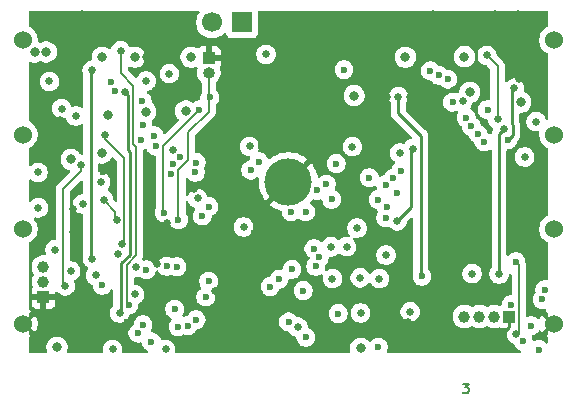
<source format=gbr>
G04 #@! TF.GenerationSoftware,KiCad,Pcbnew,9.0.1-9.0.1-0~ubuntu22.04.1*
G04 #@! TF.CreationDate,2025-04-13T11:09:06-04:00*
G04 #@! TF.ProjectId,TTExperimentModule,54544578-7065-4726-996d-656e744d6f64,1.0*
G04 #@! TF.SameCoordinates,PX10e4380PY2d07198*
G04 #@! TF.FileFunction,Copper,L3,Inr*
G04 #@! TF.FilePolarity,Positive*
%FSLAX46Y46*%
G04 Gerber Fmt 4.6, Leading zero omitted, Abs format (unit mm)*
G04 Created by KiCad (PCBNEW 9.0.1-9.0.1-0~ubuntu22.04.1) date 2025-04-13 11:09:06*
%MOMM*%
%LPD*%
G01*
G04 APERTURE LIST*
%ADD10C,0.200000*%
G04 #@! TA.AperFunction,NonConductor*
%ADD11C,0.200000*%
G04 #@! TD*
G04 #@! TA.AperFunction,ComponentPad*
%ADD12C,0.620000*%
G04 #@! TD*
G04 #@! TA.AperFunction,ComponentPad*
%ADD13R,1.000000X1.000000*%
G04 #@! TD*
G04 #@! TA.AperFunction,ComponentPad*
%ADD14C,1.000000*%
G04 #@! TD*
G04 #@! TA.AperFunction,ComponentPad*
%ADD15C,1.524000*%
G04 #@! TD*
G04 #@! TA.AperFunction,ComponentPad*
%ADD16C,4.000000*%
G04 #@! TD*
G04 #@! TA.AperFunction,ComponentPad*
%ADD17R,1.700000X1.700000*%
G04 #@! TD*
G04 #@! TA.AperFunction,ComponentPad*
%ADD18C,1.700000*%
G04 #@! TD*
G04 #@! TA.AperFunction,ComponentPad*
%ADD19O,1.000000X1.000000*%
G04 #@! TD*
G04 #@! TA.AperFunction,ViaPad*
%ADD20C,0.800000*%
G04 #@! TD*
G04 #@! TA.AperFunction,ViaPad*
%ADD21C,0.650000*%
G04 #@! TD*
G04 #@! TA.AperFunction,ViaPad*
%ADD22C,0.600000*%
G04 #@! TD*
G04 #@! TA.AperFunction,Conductor*
%ADD23C,0.250000*%
G04 #@! TD*
G04 #@! TA.AperFunction,Conductor*
%ADD24C,0.200000*%
G04 #@! TD*
G04 APERTURE END LIST*
D10*
D11*
X37245863Y-2091695D02*
X37741101Y-2091695D01*
X37741101Y-2091695D02*
X37474435Y-2396457D01*
X37474435Y-2396457D02*
X37588720Y-2396457D01*
X37588720Y-2396457D02*
X37664911Y-2434552D01*
X37664911Y-2434552D02*
X37703006Y-2472647D01*
X37703006Y-2472647D02*
X37741101Y-2548838D01*
X37741101Y-2548838D02*
X37741101Y-2739314D01*
X37741101Y-2739314D02*
X37703006Y-2815504D01*
X37703006Y-2815504D02*
X37664911Y-2853600D01*
X37664911Y-2853600D02*
X37588720Y-2891695D01*
X37588720Y-2891695D02*
X37360149Y-2891695D01*
X37360149Y-2891695D02*
X37283958Y-2853600D01*
X37283958Y-2853600D02*
X37245863Y-2815504D01*
D12*
G04 #@! TO.N,GND*
G04 #@! TO.C,STITCH1*
X29100000Y25450000D03*
G04 #@! TD*
D13*
G04 #@! TO.N,GND*
G04 #@! TO.C,J5*
X41200000Y3600000D03*
D14*
G04 #@! TO.N,/~{ctrl_sel_rst}*
X39930000Y3600000D03*
G04 #@! TO.N,/ctrl_sel_inc*
X38660000Y3600000D03*
G04 #@! TO.N,/ctrl_ena*
X37390000Y3600000D03*
G04 #@! TD*
D12*
G04 #@! TO.N,GND*
G04 #@! TO.C,STITCH1*
X29200000Y27400000D03*
G04 #@! TD*
G04 #@! TO.N,GND*
G04 #@! TO.C,STITCH1*
X20150000Y18000000D03*
G04 #@! TD*
G04 #@! TO.N,GND*
G04 #@! TO.C,STITCH1*
X4750000Y17900000D03*
G04 #@! TD*
G04 #@! TO.N,GND*
G04 #@! TO.C,STITCH1*
X3850000Y3050000D03*
G04 #@! TD*
D15*
G04 #@! TO.N,/vin1*
G04 #@! TO.C,PCB1*
X0Y27000000D03*
G04 #@! TO.N,SCL1*
X0Y19000000D03*
G04 #@! TO.N,SDA1*
X0Y11000000D03*
G04 #@! TO.N,GND*
X0Y3000000D03*
X45000000Y3000000D03*
G04 #@! TO.N,unconnected-(PCB1-SDA-Pad6)*
X45000000Y11000000D03*
G04 #@! TO.N,unconnected-(PCB1-SCL-Pad7)*
X45000000Y19000000D03*
G04 #@! TO.N,/vin2*
X45000000Y27000000D03*
D16*
G04 #@! TO.N,GND*
X22500000Y15000000D03*
G04 #@! TD*
D12*
G04 #@! TO.N,GND*
G04 #@! TO.C,STITCH1*
X19500000Y24600000D03*
G04 #@! TD*
D17*
G04 #@! TO.N,boot_mode*
G04 #@! TO.C,J2*
X18575000Y28500000D03*
D18*
G04 #@! TO.N,Net-(J2-Pin_2)*
X16035000Y28500000D03*
G04 #@! TD*
D12*
G04 #@! TO.N,GND*
G04 #@! TO.C,STITCH1*
X22050000Y27350000D03*
G04 #@! TD*
G04 #@! TO.N,GND*
G04 #@! TO.C,STITCH1*
X6650000Y1600000D03*
G04 #@! TD*
G04 #@! TO.N,GND*
G04 #@! TO.C,STITCH1*
X1600000Y27250000D03*
G04 #@! TD*
G04 #@! TO.N,GND*
G04 #@! TO.C,STITCH1*
X36500000Y24650000D03*
G04 #@! TD*
G04 #@! TO.N,GND*
G04 #@! TO.C,STITCH1*
X26400000Y18000000D03*
G04 #@! TD*
D13*
G04 #@! TO.N,GND*
G04 #@! TO.C,J6*
X15750000Y25500000D03*
D19*
G04 #@! TO.N,/RP2040/RUN*
X15750000Y24230000D03*
G04 #@! TD*
D12*
G04 #@! TO.N,GND*
G04 #@! TO.C,STITCH1*
X29200000Y29050000D03*
G04 #@! TD*
G04 #@! TO.N,GND*
G04 #@! TO.C,STITCH1*
X19500000Y22250000D03*
G04 #@! TD*
G04 #@! TO.N,GND*
G04 #@! TO.C,STITCH1*
X25550000Y15850000D03*
G04 #@! TD*
G04 #@! TO.N,GND*
G04 #@! TO.C,STITCH1*
X7650000Y28050000D03*
G04 #@! TD*
G04 #@! TO.N,GND*
G04 #@! TO.C,STITCH1*
X1850000Y1600000D03*
G04 #@! TD*
G04 #@! TO.N,GND*
G04 #@! TO.C,STITCH1*
X22100000Y29100000D03*
G04 #@! TD*
G04 #@! TO.N,GND*
G04 #@! TO.C,STITCH1*
X8800000Y3150000D03*
G04 #@! TD*
G04 #@! TO.N,GND*
G04 #@! TO.C,STITCH1*
X38750000Y24650000D03*
G04 #@! TD*
G04 #@! TO.N,GND*
G04 #@! TO.C,STITCH1*
X8800000Y1500000D03*
G04 #@! TD*
D13*
G04 #@! TO.N,GND*
G04 #@! TO.C,J1*
X1750000Y5250000D03*
D14*
G04 #@! TO.N,SDA1*
X1750000Y6520000D03*
G04 #@! TO.N,SCL1*
X1750000Y7790000D03*
G04 #@! TD*
D12*
G04 #@! TO.N,GND*
G04 #@! TO.C,STITCH1*
X26400000Y22300000D03*
G04 #@! TD*
D20*
G04 #@! TO.N,+3V3*
X2900000Y1000000D03*
X28600000Y900000D03*
X13795409Y21006071D03*
X14250000Y25550000D03*
D21*
X3300000Y21200000D03*
X18700000Y11175000D03*
X32800000Y4000000D03*
X1300000Y15800000D03*
X28300000Y11100000D03*
X1326000Y12800000D03*
X12100000Y825000D03*
X4500000Y20570000D03*
X27904972Y17975000D03*
D20*
X1000000Y26000000D03*
D21*
X31927578Y17438083D03*
X28575000Y6874912D03*
D20*
X10421899Y20939701D03*
D21*
X6600000Y15000000D03*
X26225000Y6810969D03*
X20600000Y25800000D03*
X5081491Y13127756D03*
D20*
X7210000Y20670605D03*
D21*
X28600000Y3900000D03*
X30200000Y6800000D03*
D20*
X37850000Y22591034D03*
X28061835Y22300000D03*
X2000000Y26000000D03*
D21*
X7600000Y825000D03*
D22*
X12536115Y15679237D03*
D21*
G04 #@! TO.N,GND*
X43300000Y11900000D03*
X42010677Y25812535D03*
X32800000Y22200000D03*
X12300000Y9000000D03*
X44175000Y25450000D03*
X33300000Y825000D03*
D22*
X20068203Y5630254D03*
D20*
X5000000Y29100000D03*
D22*
X6786118Y15818990D03*
D21*
X39100000Y6400000D03*
X11600000Y2900000D03*
D20*
X34750000Y29100000D03*
D21*
X13850000Y6550000D03*
X42700000Y19200000D03*
X37600000Y12650000D03*
D20*
X40000000Y29100000D03*
X33250000Y28250000D03*
D21*
X33360148Y24900000D03*
X16300000Y5800000D03*
X33900000Y22200000D03*
X35000000Y15200000D03*
X35050000Y10100000D03*
D22*
X18800000Y5650000D03*
D21*
X42000000Y23700000D03*
X14500000Y14400000D03*
X38850000Y10100000D03*
X16391702Y11451362D03*
X30000000Y3875000D03*
X14800000Y27200000D03*
X39500000Y825000D03*
X28660670Y16639330D03*
X35300000Y7300000D03*
X11350000Y8050000D03*
D22*
X12700000Y16500000D03*
D21*
X12250000Y11550000D03*
D20*
X16304712Y9526362D03*
D21*
X43300000Y11300000D03*
X6600000Y4400000D03*
D20*
X4000000Y29000000D03*
D21*
X32578971Y3126220D03*
X17100000Y15300000D03*
X10600000Y11750000D03*
X10550000Y10000000D03*
D20*
X41900000Y29100000D03*
D21*
X38850000Y15200000D03*
X4275000Y10718591D03*
D20*
X39750000Y27500000D03*
D21*
X31600000Y10100000D03*
X4275000Y12728285D03*
X36650000Y6937919D03*
X3176811Y20262528D03*
X5300000Y4700000D03*
D20*
X12000000Y28250000D03*
D21*
X17300000Y25500000D03*
X30800000Y22200000D03*
X36800000Y825000D03*
X30000000Y11100000D03*
D20*
X11000000Y28100000D03*
X10505000Y25550000D03*
D21*
X43300000Y14500000D03*
X31900000Y7700000D03*
X43724000Y15000000D03*
X43724000Y13909571D03*
D20*
X13500000Y27500000D03*
D22*
X19610573Y10667008D03*
D20*
G04 #@! TO.N,+5V*
X6748140Y25550000D03*
X9484139Y25550000D03*
X6700000Y17450000D03*
X4100000Y16900000D03*
D21*
G04 #@! TO.N,/ASIC/vdda_all*
X40330000Y7200000D03*
X43462500Y20100000D03*
X31700000Y11700000D03*
X33000000Y17800000D03*
X40775000Y19500000D03*
D22*
G04 #@! TO.N,/ASIC/vccd_all*
X33800000Y7000000D03*
D21*
X31800000Y22200000D03*
D20*
X37400000Y25600000D03*
D21*
X37259365Y21815289D03*
D20*
X32400000Y25550000D03*
X42163801Y21741039D03*
D21*
G04 #@! TO.N,/RP2040/DVDD*
X6855000Y13500000D03*
X7974207Y11793360D03*
X14800000Y13600000D03*
G04 #@! TO.N,SCL1*
X9607757Y7756000D03*
G04 #@! TO.N,SDA1*
X9476500Y5471952D03*
G04 #@! TO.N,boot_mode*
X19200000Y18000000D03*
X3600000Y6200000D03*
X12725000Y17689227D03*
X4946557Y16414302D03*
D22*
X6750000Y6250000D03*
G04 #@! TO.N,/RP2040/RUN*
X13186115Y11798518D03*
X15850000Y22150000D03*
D21*
G04 #@! TO.N,/~{ctrl_sel_rst}*
X30750000Y8800000D03*
X38046002Y7228467D03*
X26100000Y9500000D03*
X27425000Y9507229D03*
G04 #@! TO.N,/ctrl_sel_inc*
X23300000Y2700000D03*
D22*
G04 #@! TO.N,/mux_sel*
X24800000Y7850000D03*
X10457804Y7548516D03*
D21*
G04 #@! TO.N,/RP2040/QSPI_SD2*
X5871117Y24441060D03*
X5891242Y8490000D03*
X12405679Y24155000D03*
G04 #@! TO.N,/RP2040/QSPI_SD3*
X8387498Y9740361D03*
X6950000Y18950000D03*
G04 #@! TO.N,/RP2040/QSPI_SD0*
X8103854Y8890601D03*
X2725000Y9244202D03*
G04 #@! TO.N,/RP2040/QSPI_SD1*
X10453156Y23548126D03*
X2250000Y23500000D03*
X4050000Y7450000D03*
X6174518Y7076541D03*
D22*
G04 #@! TO.N,/ui_in0*
X12874043Y4225000D03*
X41351000Y4600000D03*
D21*
G04 #@! TO.N,/proj_clk*
X41623017Y22926742D03*
X8200000Y3905514D03*
X8672385Y22591766D03*
D22*
X41075000Y18564279D03*
D21*
G04 #@! TO.N,/~{proj_rst}*
X8300000Y26100000D03*
D22*
X9000000Y4600000D03*
D21*
X39300000Y25700000D03*
X40200000Y20300000D03*
D22*
G04 #@! TO.N,/uio1*
X11262007Y18023789D03*
X39053914Y18378257D03*
G04 #@! TO.N,/out0_~{rst}*
X9750000Y2200000D03*
X23972370Y1850798D03*
G04 #@! TO.N,/out2_ena*
X30100000Y1000000D03*
X10900000Y1450798D03*
G04 #@! TO.N,/uo_out0*
X27200000Y24500000D03*
X34522848Y24398308D03*
G04 #@! TO.N,/out1_inc*
X26703388Y3850000D03*
X10181018Y2900000D03*
G04 #@! TO.N,/uo_out2*
X31366734Y15319461D03*
X29353453Y15350000D03*
G04 #@! TO.N,/uo_out1*
X26550000Y16550000D03*
X31997709Y15889000D03*
G04 #@! TO.N,/ui_in4*
X22506191Y3145449D03*
X22711766Y12458805D03*
X15765253Y12911368D03*
X43700000Y800000D03*
G04 #@! TO.N,/uo_out6*
X22800000Y7600000D03*
X23950000Y12461749D03*
X15750000Y6600000D03*
X30800512Y12852527D03*
G04 #@! TO.N,/ui_in3*
X14675085Y3334378D03*
X43033528Y2829025D03*
D21*
G04 #@! TO.N,/ui_in7*
X42500000Y17100000D03*
D22*
X13349000Y17143545D03*
G04 #@! TO.N,/uo_out4*
X24891687Y14272095D03*
X31670616Y14020384D03*
X15500000Y5250000D03*
X23750000Y5800000D03*
G04 #@! TO.N,/uio2*
X38543264Y19057772D03*
X11123419Y18899837D03*
G04 #@! TO.N,/uo_out5*
X30090972Y13502527D03*
X26150000Y13529270D03*
X25100000Y8600000D03*
X13062289Y7805661D03*
G04 #@! TO.N,/uio6*
X7806380Y22716926D03*
X35980000Y23701000D03*
G04 #@! TO.N,/uo_out7*
X30741214Y11960000D03*
X15186123Y12106438D03*
G04 #@! TO.N,/ui_in5*
X14616391Y15817887D03*
X20937084Y6136996D03*
X43997958Y5041657D03*
X19300000Y16000000D03*
G04 #@! TO.N,/uio0*
X14950000Y21100000D03*
X39350000Y21100000D03*
X11970000Y12400000D03*
G04 #@! TO.N,/ui_in6*
X44200000Y5867298D03*
X21694288Y6750000D03*
X14680462Y16636018D03*
X20000000Y16700000D03*
G04 #@! TO.N,/uo_out3*
X30722818Y14764594D03*
X12185757Y7848368D03*
X24650000Y9350000D03*
X25700000Y14800000D03*
G04 #@! TO.N,/ui_in2*
X13987873Y2834133D03*
X42376043Y1500000D03*
G04 #@! TO.N,/uio4*
X37557653Y20434061D03*
X10150000Y19805345D03*
G04 #@! TO.N,/uio7*
X7446397Y23453198D03*
X35235055Y24025000D03*
G04 #@! TO.N,/ui_in1*
X13142044Y2750000D03*
D21*
X41800000Y2124000D03*
D22*
X41750000Y8250000D03*
G04 #@! TO.N,/uio3*
X9997385Y18504546D03*
X37986937Y19700426D03*
G04 #@! TO.N,/uio5*
X10114498Y21823513D03*
X36390380Y21750000D03*
G04 #@! TD*
D23*
G04 #@! TO.N,GND*
X41200000Y2700000D02*
X39500000Y1000000D01*
X39500000Y27500000D02*
X39750000Y27500000D01*
X38350000Y26350000D02*
X39500000Y27500000D01*
X38350000Y25050000D02*
X38350000Y26350000D01*
X38750000Y24650000D02*
X38350000Y25050000D01*
X39500000Y1000000D02*
X39500000Y825000D01*
X41200000Y3600000D02*
X41200000Y2700000D01*
G04 #@! TO.N,/ASIC/vdda_all*
X40330000Y7200000D02*
X40330000Y19055000D01*
X32900000Y17700000D02*
X33000000Y17800000D01*
X40330000Y19055000D02*
X40775000Y19500000D01*
X31700000Y11700000D02*
X32900000Y12900000D01*
X32900000Y12900000D02*
X32900000Y17700000D01*
G04 #@! TO.N,/ASIC/vccd_all*
X33700000Y7100000D02*
X33700000Y18900000D01*
X31800000Y20800000D02*
X31800000Y22200000D01*
X33800000Y7000000D02*
X33700000Y7100000D01*
X33700000Y18900000D02*
X31800000Y20800000D01*
D24*
G04 #@! TO.N,/RP2040/DVDD*
X7850000Y12450000D02*
X7850000Y11917567D01*
X7850000Y11917567D02*
X7974207Y11793360D01*
X6855000Y13445000D02*
X7850000Y12450000D01*
X6855000Y13500000D02*
X6855000Y13445000D01*
G04 #@! TO.N,boot_mode*
X4946557Y15946557D02*
X4946557Y16414302D01*
X3400000Y14400000D02*
X4946557Y15946557D01*
X3400000Y6400000D02*
X3400000Y14400000D01*
X3600000Y6200000D02*
X3400000Y6400000D01*
G04 #@! TO.N,/RP2040/RUN*
X13999000Y16814302D02*
X13999000Y19199000D01*
X13186115Y16001417D02*
X13999000Y16814302D01*
X15750000Y20950000D02*
X15750000Y24230000D01*
X13999000Y19199000D02*
X15750000Y20950000D01*
X13186115Y11798518D02*
X13186115Y16001417D01*
D23*
G04 #@! TO.N,/RP2040/QSPI_SD2*
X5891242Y8490000D02*
X5750000Y8631242D01*
X5891242Y24291242D02*
X5891242Y24420935D01*
X5891242Y24420935D02*
X5871117Y24441060D01*
X5750000Y8631242D02*
X5750000Y24150000D01*
X5750000Y24150000D02*
X5891242Y24291242D01*
D24*
G04 #@! TO.N,/RP2040/QSPI_SD3*
X6950000Y18650000D02*
X6950000Y18950000D01*
X8614498Y9967361D02*
X8614498Y16985502D01*
X8614498Y16985502D02*
X6950000Y18650000D01*
X8387498Y9740361D02*
X8614498Y9967361D01*
D23*
G04 #@! TO.N,/proj_clk*
X41623017Y22926742D02*
X41400000Y22703725D01*
X8922385Y22341766D02*
X8672385Y22591766D01*
X8300000Y8096796D02*
X9039498Y8836294D01*
X8922385Y17677615D02*
X8922385Y22341766D01*
X41400000Y22703725D02*
X41400000Y19864950D01*
X9039498Y8836294D02*
X9039498Y17560502D01*
X41400000Y19864950D02*
X41475000Y19789950D01*
X8200000Y3905514D02*
X8300000Y4005514D01*
X41475000Y19789950D02*
X41475000Y18964279D01*
X41475000Y18964279D02*
X41075000Y18564279D01*
X8300000Y4005514D02*
X8300000Y8096796D01*
X9039498Y17560502D02*
X8922385Y17677615D01*
D24*
G04 #@! TO.N,/~{proj_rst}*
X9600000Y17982692D02*
X9347385Y18235307D01*
X40200000Y24800000D02*
X39300000Y25700000D01*
X8801500Y4798500D02*
X8801500Y7995842D01*
X8300000Y24200000D02*
X8300000Y26100000D01*
X9347385Y23152615D02*
X8300000Y24200000D01*
X9000000Y4600000D02*
X8801500Y4798500D01*
X9347385Y18235307D02*
X9347385Y23152615D01*
X8801500Y7995842D02*
X9600000Y8794342D01*
X9600000Y8794342D02*
X9600000Y17982692D01*
X40200000Y20300000D02*
X40200000Y24800000D01*
G04 #@! TO.N,/uio0*
X11886115Y18036115D02*
X14950000Y21100000D01*
X11970000Y12400000D02*
X11886115Y12483885D01*
X11886115Y12483885D02*
X11886115Y18036115D01*
G04 #@! TO.N,/ui_in1*
X41750000Y8250000D02*
X42001000Y7999000D01*
X42001000Y7999000D02*
X42001000Y2325000D01*
X42001000Y2325000D02*
X41800000Y2124000D01*
G04 #@! TD*
G04 #@! TA.AperFunction,Conductor*
G04 #@! TO.N,GND*
G36*
X7681837Y17066911D02*
G01*
X7696102Y17054662D01*
X7801520Y16949245D01*
X7977679Y16773086D01*
X8011164Y16711763D01*
X8013998Y16685405D01*
X8013998Y13434599D01*
X7994313Y13367560D01*
X7941509Y13321805D01*
X7872351Y13311861D01*
X7808795Y13340886D01*
X7802317Y13346918D01*
X7716819Y13432416D01*
X7683334Y13493739D01*
X7680500Y13520097D01*
X7680500Y13581308D01*
X7648777Y13740784D01*
X7648776Y13740785D01*
X7648776Y13740789D01*
X7648774Y13740794D01*
X7586549Y13891020D01*
X7586547Y13891024D01*
X7496211Y14026221D01*
X7496205Y14026229D01*
X7381228Y14141206D01*
X7381220Y14141212D01*
X7246023Y14231548D01*
X7246021Y14231549D01*
X7242785Y14232889D01*
X7241351Y14234045D01*
X7240647Y14234421D01*
X7240718Y14234555D01*
X7188384Y14276733D01*
X7166322Y14343028D01*
X7183604Y14410726D01*
X7202563Y14435130D01*
X7241205Y14473772D01*
X7241208Y14473775D01*
X7319357Y14590734D01*
X7331547Y14608977D01*
X7331549Y14608981D01*
X7368286Y14697673D01*
X7393776Y14759211D01*
X7417574Y14878847D01*
X7425500Y14918693D01*
X7425500Y15081308D01*
X7393777Y15240784D01*
X7393776Y15240785D01*
X7393776Y15240789D01*
X7393774Y15240794D01*
X7331549Y15391020D01*
X7331547Y15391024D01*
X7241211Y15526221D01*
X7241205Y15526229D01*
X7126228Y15641206D01*
X7126220Y15641212D01*
X6991023Y15731548D01*
X6991019Y15731550D01*
X6840793Y15793775D01*
X6840783Y15793778D01*
X6681307Y15825500D01*
X6681305Y15825500D01*
X6518695Y15825500D01*
X6518694Y15825500D01*
X6512632Y15824903D01*
X6512377Y15827490D01*
X6454016Y15832755D01*
X6398870Y15875658D01*
X6375673Y15941564D01*
X6375500Y15948112D01*
X6375500Y16445311D01*
X6395185Y16512350D01*
X6447989Y16558105D01*
X6517147Y16568049D01*
X6523692Y16566928D01*
X6611306Y16549500D01*
X6611309Y16549500D01*
X6788693Y16549500D01*
X6788694Y16549501D01*
X6881943Y16568049D01*
X6962658Y16584104D01*
X6962661Y16584106D01*
X6962666Y16584106D01*
X7126547Y16651987D01*
X7274035Y16750536D01*
X7399464Y16875965D01*
X7498013Y17023453D01*
X7498015Y17023461D01*
X7499062Y17025416D01*
X7499885Y17026255D01*
X7501398Y17028518D01*
X7501826Y17028232D01*
X7548018Y17075266D01*
X7616154Y17090735D01*
X7681837Y17066911D01*
G37*
G04 #@! TD.AperFunction*
G04 #@! TA.AperFunction,Conductor*
G36*
X14915544Y29479815D02*
G01*
X14961299Y29427011D01*
X14971243Y29357853D01*
X14948823Y29302615D01*
X14879951Y29207821D01*
X14783444Y29018415D01*
X14717753Y28816240D01*
X14684500Y28606287D01*
X14684500Y28393713D01*
X14717754Y28183757D01*
X14751535Y28079789D01*
X14783444Y27981586D01*
X14879951Y27792180D01*
X15004890Y27620214D01*
X15155213Y27469891D01*
X15327179Y27344952D01*
X15327181Y27344951D01*
X15327184Y27344949D01*
X15516588Y27248443D01*
X15718757Y27182754D01*
X15928713Y27149500D01*
X15928714Y27149500D01*
X16141286Y27149500D01*
X16141287Y27149500D01*
X16351243Y27182754D01*
X16553412Y27248443D01*
X16742816Y27344949D01*
X16914792Y27469896D01*
X17028329Y27583434D01*
X17089648Y27616916D01*
X17159340Y27611932D01*
X17215274Y27570061D01*
X17232189Y27539083D01*
X17281202Y27407672D01*
X17281206Y27407665D01*
X17367452Y27292456D01*
X17367455Y27292453D01*
X17482664Y27206207D01*
X17482671Y27206203D01*
X17617517Y27155909D01*
X17617516Y27155909D01*
X17624444Y27155165D01*
X17677127Y27149500D01*
X19472872Y27149501D01*
X19532483Y27155909D01*
X19667331Y27206204D01*
X19782546Y27292454D01*
X19868796Y27407669D01*
X19919091Y27542517D01*
X19925500Y27602127D01*
X19925499Y29375501D01*
X19945184Y29442539D01*
X19997987Y29488294D01*
X20049499Y29499500D01*
X44375500Y29499500D01*
X44442539Y29479815D01*
X44488294Y29427011D01*
X44499500Y29375500D01*
X44499500Y28237908D01*
X44479815Y28170869D01*
X44431796Y28127424D01*
X44338307Y28079789D01*
X44177533Y27962979D01*
X44037021Y27822467D01*
X43920213Y27661695D01*
X43829994Y27484633D01*
X43829993Y27484630D01*
X43768587Y27295638D01*
X43737500Y27099361D01*
X43737500Y26900640D01*
X43768587Y26704363D01*
X43829993Y26515371D01*
X43829994Y26515368D01*
X43918732Y26341212D01*
X43920213Y26338306D01*
X44037019Y26177536D01*
X44177536Y26037019D01*
X44260759Y25976554D01*
X44338307Y25920212D01*
X44399654Y25888955D01*
X44431794Y25872579D01*
X44482590Y25824605D01*
X44499500Y25762094D01*
X44499500Y20374928D01*
X44479815Y20307889D01*
X44427011Y20262134D01*
X44357853Y20252190D01*
X44294297Y20281215D01*
X44259140Y20335383D01*
X44258607Y20335162D01*
X44257412Y20338045D01*
X44256841Y20338926D01*
X44256274Y20340794D01*
X44194049Y20491020D01*
X44194047Y20491024D01*
X44103711Y20626221D01*
X44103705Y20626229D01*
X43988728Y20741206D01*
X43988720Y20741212D01*
X43853523Y20831548D01*
X43853519Y20831550D01*
X43703293Y20893775D01*
X43703283Y20893778D01*
X43543807Y20925500D01*
X43543805Y20925500D01*
X43381195Y20925500D01*
X43381193Y20925500D01*
X43221716Y20893778D01*
X43221706Y20893775D01*
X43071480Y20831550D01*
X43071476Y20831548D01*
X42936279Y20741212D01*
X42936271Y20741206D01*
X42821294Y20626229D01*
X42821288Y20626221D01*
X42730952Y20491024D01*
X42730950Y20491020D01*
X42668725Y20340794D01*
X42668722Y20340784D01*
X42637000Y20181308D01*
X42637000Y20181305D01*
X42637000Y20018695D01*
X42637000Y20018693D01*
X42636999Y20018693D01*
X42668722Y19859217D01*
X42668725Y19859207D01*
X42730950Y19708981D01*
X42730952Y19708977D01*
X42821288Y19573780D01*
X42821294Y19573772D01*
X42936271Y19458795D01*
X42936279Y19458789D01*
X43071476Y19368453D01*
X43071480Y19368451D01*
X43221706Y19306226D01*
X43221711Y19306224D01*
X43221715Y19306224D01*
X43221716Y19306223D01*
X43381192Y19274500D01*
X43381195Y19274500D01*
X43543807Y19274500D01*
X43597945Y19285269D01*
X43667537Y19279042D01*
X43722714Y19236179D01*
X43745959Y19170290D01*
X43744611Y19144260D01*
X43737500Y19099361D01*
X43737500Y18900639D01*
X43742560Y18868694D01*
X43768587Y18704363D01*
X43829993Y18515371D01*
X43829994Y18515368D01*
X43919901Y18338919D01*
X43920213Y18338306D01*
X44037019Y18177536D01*
X44177536Y18037019D01*
X44277620Y17964304D01*
X44338307Y17920212D01*
X44390188Y17893778D01*
X44431794Y17872579D01*
X44482590Y17824605D01*
X44499500Y17762094D01*
X44499500Y12237908D01*
X44479815Y12170869D01*
X44431796Y12127424D01*
X44338307Y12079789D01*
X44177533Y11962979D01*
X44037021Y11822467D01*
X43920213Y11661695D01*
X43829994Y11484633D01*
X43829993Y11484630D01*
X43768587Y11295638D01*
X43747025Y11159501D01*
X43737500Y11099361D01*
X43737500Y10900639D01*
X43741640Y10874500D01*
X43768587Y10704363D01*
X43829993Y10515371D01*
X43829994Y10515368D01*
X43904852Y10368453D01*
X43920213Y10338306D01*
X44037019Y10177536D01*
X44177536Y10037019D01*
X44298113Y9949415D01*
X44338307Y9920212D01*
X44395599Y9891021D01*
X44431794Y9872579D01*
X44482590Y9824605D01*
X44499500Y9762094D01*
X44499500Y6775001D01*
X44479815Y6707962D01*
X44427011Y6662207D01*
X44357853Y6652263D01*
X44351309Y6653384D01*
X44278845Y6667798D01*
X44278842Y6667798D01*
X44121158Y6667798D01*
X44121155Y6667798D01*
X43966510Y6637037D01*
X43966498Y6637034D01*
X43820827Y6576696D01*
X43820814Y6576689D01*
X43689711Y6489088D01*
X43689707Y6489085D01*
X43578213Y6377591D01*
X43578210Y6377587D01*
X43490609Y6246484D01*
X43490602Y6246471D01*
X43430264Y6100800D01*
X43430261Y6100788D01*
X43399500Y5946145D01*
X43399500Y5788452D01*
X43421937Y5675652D01*
X43415710Y5606060D01*
X43388007Y5563785D01*
X43376167Y5551945D01*
X43376166Y5551943D01*
X43288567Y5420843D01*
X43288560Y5420830D01*
X43228222Y5275159D01*
X43228219Y5275147D01*
X43197458Y5120504D01*
X43197458Y4962811D01*
X43228219Y4808168D01*
X43228222Y4808156D01*
X43288560Y4662485D01*
X43288567Y4662472D01*
X43376168Y4531369D01*
X43376171Y4531365D01*
X43487665Y4419871D01*
X43487669Y4419868D01*
X43618772Y4332267D01*
X43618785Y4332260D01*
X43718349Y4291020D01*
X43764461Y4271920D01*
X43874655Y4250001D01*
X43919111Y4241158D01*
X43919114Y4241157D01*
X43919116Y4241157D01*
X44076801Y4241157D01*
X44121261Y4250001D01*
X44189601Y4263595D01*
X44259191Y4257368D01*
X44314369Y4214506D01*
X44337614Y4148616D01*
X44321547Y4080619D01*
X44301775Y4058529D01*
X44301283Y4052271D01*
X44463181Y3890374D01*
X44496666Y3829051D01*
X44499500Y3802692D01*
X44499500Y3446310D01*
X44479815Y3379271D01*
X44427011Y3333516D01*
X44357853Y3323572D01*
X44294297Y3352597D01*
X44287819Y3358629D01*
X43947730Y3698718D01*
X43947729Y3698717D01*
X43920643Y3661436D01*
X43830458Y3484439D01*
X43814446Y3435160D01*
X43775008Y3377485D01*
X43710649Y3350287D01*
X43641802Y3362202D01*
X43608834Y3385798D01*
X43543820Y3450812D01*
X43543816Y3450815D01*
X43412713Y3538416D01*
X43412700Y3538423D01*
X43267029Y3598761D01*
X43267017Y3598764D01*
X43112373Y3629525D01*
X43112370Y3629525D01*
X42954686Y3629525D01*
X42954683Y3629525D01*
X42800038Y3598764D01*
X42800026Y3598761D01*
X42772952Y3587546D01*
X42703483Y3580077D01*
X42641004Y3611353D01*
X42605352Y3671442D01*
X42601500Y3702107D01*
X42601500Y7909940D01*
X42601501Y7909953D01*
X42601501Y8078056D01*
X42600490Y8081830D01*
X42560577Y8230784D01*
X42560575Y8230787D01*
X42560575Y8230789D01*
X42559936Y8232332D01*
X42559286Y8235599D01*
X42558473Y8238634D01*
X42558672Y8238688D01*
X42550500Y8279778D01*
X42550500Y8328845D01*
X42550499Y8328847D01*
X42543431Y8364381D01*
X42519737Y8483497D01*
X42513075Y8499580D01*
X42459397Y8629173D01*
X42459390Y8629186D01*
X42371789Y8760289D01*
X42371786Y8760293D01*
X42260292Y8871787D01*
X42260288Y8871790D01*
X42129185Y8959391D01*
X42129172Y8959398D01*
X41983501Y9019736D01*
X41983489Y9019739D01*
X41828845Y9050500D01*
X41828842Y9050500D01*
X41671158Y9050500D01*
X41671155Y9050500D01*
X41516510Y9019739D01*
X41516498Y9019736D01*
X41370827Y8959398D01*
X41370814Y8959391D01*
X41239711Y8871790D01*
X41239707Y8871787D01*
X41167181Y8799260D01*
X41105858Y8765775D01*
X41036166Y8770759D01*
X40980233Y8812631D01*
X40955816Y8878095D01*
X40955500Y8886941D01*
X40955500Y17018693D01*
X41674499Y17018693D01*
X41706222Y16859217D01*
X41706225Y16859207D01*
X41768450Y16708981D01*
X41768452Y16708977D01*
X41858788Y16573780D01*
X41858794Y16573772D01*
X41973771Y16458795D01*
X41973779Y16458789D01*
X42108976Y16368453D01*
X42108980Y16368451D01*
X42234376Y16316511D01*
X42259211Y16306224D01*
X42259215Y16306224D01*
X42259216Y16306223D01*
X42418692Y16274500D01*
X42418695Y16274500D01*
X42581307Y16274500D01*
X42688598Y16295843D01*
X42740789Y16306224D01*
X42891021Y16368452D01*
X42891023Y16368453D01*
X42958169Y16413320D01*
X43026225Y16458792D01*
X43141208Y16573775D01*
X43208557Y16674570D01*
X43231547Y16708977D01*
X43231549Y16708981D01*
X43267969Y16796907D01*
X43293776Y16859211D01*
X43324803Y17015191D01*
X43325500Y17018693D01*
X43325500Y17181308D01*
X43293777Y17340784D01*
X43293776Y17340785D01*
X43293776Y17340789D01*
X43291861Y17345412D01*
X43231549Y17491020D01*
X43231547Y17491024D01*
X43141211Y17626221D01*
X43141205Y17626229D01*
X43026228Y17741206D01*
X43026220Y17741212D01*
X42891023Y17831548D01*
X42891019Y17831550D01*
X42740793Y17893775D01*
X42740783Y17893778D01*
X42581307Y17925500D01*
X42581305Y17925500D01*
X42418695Y17925500D01*
X42418693Y17925500D01*
X42259216Y17893778D01*
X42259206Y17893775D01*
X42108980Y17831550D01*
X42108976Y17831548D01*
X41973779Y17741212D01*
X41973771Y17741206D01*
X41858794Y17626229D01*
X41858788Y17626221D01*
X41768452Y17491024D01*
X41768450Y17491020D01*
X41706225Y17340794D01*
X41706222Y17340784D01*
X41674500Y17181308D01*
X41674500Y17181305D01*
X41674500Y17018695D01*
X41674500Y17018693D01*
X41674499Y17018693D01*
X40955500Y17018693D01*
X40955500Y17639779D01*
X40975185Y17706818D01*
X41027989Y17752573D01*
X41079500Y17763779D01*
X41153844Y17763779D01*
X41153845Y17763780D01*
X41308497Y17794542D01*
X41454179Y17854885D01*
X41585289Y17942490D01*
X41696789Y18053990D01*
X41784394Y18185100D01*
X41844737Y18330782D01*
X41866858Y18441996D01*
X41899241Y18503902D01*
X41900724Y18505413D01*
X41960857Y18565545D01*
X41962909Y18568615D01*
X41979721Y18593775D01*
X42029307Y18667987D01*
X42029307Y18667988D01*
X42029311Y18667993D01*
X42076463Y18781827D01*
X42080177Y18800500D01*
X42100500Y18902672D01*
X42100500Y19025885D01*
X42100500Y19851556D01*
X42098977Y19859211D01*
X42076463Y19972401D01*
X42070889Y19985857D01*
X42054169Y20026225D01*
X42040503Y20059217D01*
X42034939Y20072651D01*
X42025500Y20120104D01*
X42025500Y20716539D01*
X42045185Y20783578D01*
X42097989Y20829333D01*
X42149500Y20840539D01*
X42252494Y20840539D01*
X42252495Y20840540D01*
X42310483Y20852075D01*
X42426459Y20875143D01*
X42426462Y20875145D01*
X42426467Y20875145D01*
X42590348Y20943026D01*
X42737836Y21041575D01*
X42863265Y21167004D01*
X42961814Y21314492D01*
X43029695Y21478373D01*
X43029855Y21479173D01*
X43064300Y21652344D01*
X43064301Y21652346D01*
X43064301Y21829733D01*
X43064300Y21829735D01*
X43029697Y22003698D01*
X43029694Y22003707D01*
X43024188Y22016999D01*
X43011062Y22048690D01*
X42961817Y22167580D01*
X42961810Y22167593D01*
X42863265Y22315074D01*
X42863262Y22315078D01*
X42737839Y22440501D01*
X42737835Y22440504D01*
X42590354Y22539049D01*
X42590341Y22539056D01*
X42497026Y22577707D01*
X42442622Y22621547D01*
X42420557Y22687841D01*
X42422861Y22716460D01*
X42424804Y22726225D01*
X42440788Y22806583D01*
X42448517Y22845435D01*
X42448517Y23008050D01*
X42416794Y23167526D01*
X42416793Y23167527D01*
X42416793Y23167531D01*
X42403137Y23200500D01*
X42354566Y23317762D01*
X42354564Y23317766D01*
X42264228Y23452963D01*
X42264222Y23452971D01*
X42149245Y23567948D01*
X42149237Y23567954D01*
X42014040Y23658290D01*
X42014036Y23658292D01*
X41863810Y23720517D01*
X41863800Y23720520D01*
X41704324Y23752242D01*
X41704322Y23752242D01*
X41541712Y23752242D01*
X41541710Y23752242D01*
X41382233Y23720520D01*
X41382223Y23720517D01*
X41231997Y23658292D01*
X41231993Y23658290D01*
X41096796Y23567954D01*
X41096788Y23567948D01*
X41012181Y23483340D01*
X40950858Y23449855D01*
X40881166Y23454839D01*
X40825233Y23496711D01*
X40800816Y23562175D01*
X40800500Y23571021D01*
X40800500Y24879054D01*
X40800500Y24879057D01*
X40800468Y24879179D01*
X40759577Y25031785D01*
X40725066Y25091560D01*
X40680520Y25168716D01*
X40568716Y25280520D01*
X40568715Y25280521D01*
X40564385Y25284851D01*
X40564374Y25284861D01*
X40161819Y25687416D01*
X40128334Y25748739D01*
X40125500Y25775097D01*
X40125500Y25781308D01*
X40093777Y25940784D01*
X40093776Y25940785D01*
X40093776Y25940789D01*
X40078962Y25976554D01*
X40031549Y26091020D01*
X40031547Y26091024D01*
X39941211Y26226221D01*
X39941205Y26226229D01*
X39826228Y26341206D01*
X39826220Y26341212D01*
X39691023Y26431548D01*
X39691019Y26431550D01*
X39540793Y26493775D01*
X39540783Y26493778D01*
X39381307Y26525500D01*
X39381305Y26525500D01*
X39218695Y26525500D01*
X39218693Y26525500D01*
X39059216Y26493778D01*
X39059206Y26493775D01*
X38908980Y26431550D01*
X38908976Y26431548D01*
X38773779Y26341212D01*
X38773771Y26341206D01*
X38658794Y26226229D01*
X38658788Y26226221D01*
X38568452Y26091024D01*
X38568450Y26091020D01*
X38506225Y25940794D01*
X38506222Y25940784D01*
X38497504Y25896954D01*
X38465119Y25835043D01*
X38404403Y25800469D01*
X38334633Y25804210D01*
X38277962Y25845076D01*
X38261326Y25873694D01*
X38258173Y25881305D01*
X38245747Y25911305D01*
X38198016Y26026541D01*
X38198009Y26026554D01*
X38099464Y26174035D01*
X38099461Y26174039D01*
X37974038Y26299462D01*
X37974034Y26299465D01*
X37826553Y26398010D01*
X37826540Y26398017D01*
X37662667Y26465894D01*
X37662658Y26465897D01*
X37488694Y26500500D01*
X37488691Y26500500D01*
X37311309Y26500500D01*
X37311306Y26500500D01*
X37137341Y26465897D01*
X37137332Y26465894D01*
X36973459Y26398017D01*
X36973446Y26398010D01*
X36825965Y26299465D01*
X36825961Y26299462D01*
X36700538Y26174039D01*
X36700535Y26174035D01*
X36601990Y26026554D01*
X36601983Y26026541D01*
X36534106Y25862668D01*
X36534103Y25862659D01*
X36499500Y25688696D01*
X36499500Y25511305D01*
X36534103Y25337342D01*
X36534106Y25337333D01*
X36601983Y25173460D01*
X36601990Y25173447D01*
X36700535Y25025966D01*
X36700538Y25025962D01*
X36825961Y24900539D01*
X36825965Y24900536D01*
X36973446Y24801991D01*
X36973459Y24801984D01*
X37032616Y24777481D01*
X37137334Y24734106D01*
X37137336Y24734106D01*
X37137341Y24734104D01*
X37311304Y24699501D01*
X37311307Y24699500D01*
X37311309Y24699500D01*
X37488693Y24699500D01*
X37488694Y24699501D01*
X37576609Y24716988D01*
X37662658Y24734104D01*
X37662661Y24734106D01*
X37662666Y24734106D01*
X37826547Y24801987D01*
X37974035Y24900536D01*
X38099464Y25025965D01*
X38198013Y25173453D01*
X38198149Y25173780D01*
X38234212Y25260847D01*
X38265894Y25337334D01*
X38273188Y25374000D01*
X38280493Y25410727D01*
X38312877Y25472638D01*
X38373593Y25507212D01*
X38443363Y25503473D01*
X38500035Y25462607D01*
X38516671Y25433989D01*
X38568452Y25308978D01*
X38568452Y25308977D01*
X38658788Y25173780D01*
X38658794Y25173772D01*
X38773771Y25058795D01*
X38773779Y25058789D01*
X38908976Y24968453D01*
X38908980Y24968451D01*
X39053472Y24908601D01*
X39059211Y24906224D01*
X39059215Y24906224D01*
X39059216Y24906223D01*
X39218692Y24874500D01*
X39218695Y24874500D01*
X39224903Y24874500D01*
X39291942Y24854815D01*
X39312584Y24838181D01*
X39563181Y24587584D01*
X39596666Y24526261D01*
X39599500Y24499903D01*
X39599500Y22017649D01*
X39579815Y21950610D01*
X39527011Y21904855D01*
X39457853Y21894911D01*
X39451310Y21896031D01*
X39428842Y21900500D01*
X39271158Y21900500D01*
X39271155Y21900500D01*
X39116510Y21869739D01*
X39116498Y21869736D01*
X38970827Y21809398D01*
X38970814Y21809391D01*
X38839711Y21721790D01*
X38839707Y21721787D01*
X38728213Y21610293D01*
X38728210Y21610289D01*
X38640609Y21479186D01*
X38640602Y21479173D01*
X38580264Y21333502D01*
X38580261Y21333490D01*
X38549500Y21178847D01*
X38549500Y21021154D01*
X38580261Y20866511D01*
X38580264Y20866499D01*
X38640602Y20720828D01*
X38640609Y20720815D01*
X38728210Y20589712D01*
X38728213Y20589708D01*
X38839707Y20478214D01*
X38839711Y20478211D01*
X38970814Y20390610D01*
X38970827Y20390603D01*
X39116498Y20330265D01*
X39116503Y20330263D01*
X39156943Y20322219D01*
X39277132Y20298311D01*
X39276764Y20296464D01*
X39333410Y20273607D01*
X39373784Y20216583D01*
X39378111Y20200537D01*
X39406222Y20059217D01*
X39406225Y20059207D01*
X39468450Y19908981D01*
X39468452Y19908977D01*
X39558788Y19773780D01*
X39558794Y19773772D01*
X39673772Y19658794D01*
X39673775Y19658792D01*
X39783178Y19585692D01*
X39788973Y19578758D01*
X39797125Y19574860D01*
X39811026Y19552370D01*
X39827984Y19532079D01*
X39829110Y19523114D01*
X39833861Y19515427D01*
X39833396Y19488988D01*
X39836691Y19462755D01*
X39832759Y19452758D01*
X39832633Y19445568D01*
X39817409Y19413726D01*
X39815023Y19410153D01*
X39815003Y19410124D01*
X39775690Y19351291D01*
X39775688Y19351287D01*
X39770651Y19339125D01*
X39745356Y19278057D01*
X39728538Y19237456D01*
X39728537Y19237451D01*
X39703779Y19112988D01*
X39690020Y19086685D01*
X39678635Y19059277D01*
X39674005Y19056070D01*
X39671394Y19051077D01*
X39645598Y19036388D01*
X39621203Y19019486D01*
X39615573Y19019291D01*
X39610678Y19016503D01*
X39581033Y19018093D01*
X39551375Y19017063D01*
X39544709Y19020040D01*
X39540909Y19020243D01*
X39518781Y19030602D01*
X39515978Y19032269D01*
X39433093Y19087651D01*
X39399338Y19101633D01*
X39391662Y19106198D01*
X39373714Y19125514D01*
X39353187Y19142056D01*
X39348844Y19152280D01*
X39344103Y19157383D01*
X39342220Y19167876D01*
X39333427Y19188580D01*
X39313001Y19291269D01*
X39306807Y19306223D01*
X39252661Y19436945D01*
X39252654Y19436958D01*
X39165053Y19568061D01*
X39165050Y19568065D01*
X39053556Y19679559D01*
X39053552Y19679562D01*
X38922449Y19767163D01*
X38922439Y19767168D01*
X38839171Y19801659D01*
X38784768Y19845500D01*
X38765007Y19892028D01*
X38756674Y19933923D01*
X38740736Y19972401D01*
X38696334Y20079599D01*
X38696327Y20079612D01*
X38608726Y20210715D01*
X38608723Y20210719D01*
X38497229Y20322213D01*
X38497221Y20322219D01*
X38413263Y20378318D01*
X38368457Y20431930D01*
X38358153Y20481420D01*
X38358153Y20512906D01*
X38358152Y20512908D01*
X38342875Y20589711D01*
X38327390Y20667558D01*
X38306408Y20718213D01*
X38267050Y20813234D01*
X38267043Y20813247D01*
X38179442Y20944350D01*
X38179439Y20944354D01*
X38067945Y21055848D01*
X38067941Y21055851D01*
X37947604Y21136258D01*
X37902799Y21189870D01*
X37894092Y21259195D01*
X37913393Y21308251D01*
X37990913Y21424268D01*
X38053141Y21574500D01*
X38067520Y21646792D01*
X38099904Y21708700D01*
X38141685Y21737160D01*
X38276541Y21793018D01*
X38276544Y21793020D01*
X38276547Y21793021D01*
X38424035Y21891570D01*
X38549464Y22016999D01*
X38648013Y22164487D01*
X38715894Y22328368D01*
X38717759Y22337741D01*
X38746848Y22483985D01*
X38750500Y22502343D01*
X38750500Y22679725D01*
X38750500Y22679728D01*
X38750499Y22679730D01*
X38715896Y22853693D01*
X38715893Y22853702D01*
X38713783Y22858795D01*
X38678943Y22942909D01*
X38648016Y23017575D01*
X38648009Y23017588D01*
X38549464Y23165069D01*
X38549461Y23165073D01*
X38424038Y23290496D01*
X38424034Y23290499D01*
X38276553Y23389044D01*
X38276540Y23389051D01*
X38112667Y23456928D01*
X38112658Y23456931D01*
X37938694Y23491534D01*
X37938691Y23491534D01*
X37761309Y23491534D01*
X37761306Y23491534D01*
X37587341Y23456931D01*
X37587332Y23456928D01*
X37423459Y23389051D01*
X37423446Y23389044D01*
X37275965Y23290499D01*
X37275961Y23290496D01*
X37150538Y23165073D01*
X37150535Y23165069D01*
X37051990Y23017588D01*
X37051983Y23017575D01*
X36984106Y22853702D01*
X36984103Y22853693D01*
X36949500Y22679730D01*
X36949500Y22663308D01*
X36929815Y22596269D01*
X36891076Y22558066D01*
X36882396Y22552658D01*
X36868344Y22546837D01*
X36803228Y22503329D01*
X36801547Y22502281D01*
X36769702Y22493413D01*
X36738183Y22483543D01*
X36735853Y22483985D01*
X36734239Y22483535D01*
X36727898Y22485494D01*
X36688522Y22492961D01*
X36623877Y22519737D01*
X36623870Y22519739D01*
X36623869Y22519739D01*
X36623868Y22519740D01*
X36469225Y22550500D01*
X36469222Y22550500D01*
X36311538Y22550500D01*
X36311535Y22550500D01*
X36156890Y22519739D01*
X36156878Y22519736D01*
X36011207Y22459398D01*
X36011194Y22459391D01*
X35880091Y22371790D01*
X35880087Y22371787D01*
X35768593Y22260293D01*
X35768590Y22260289D01*
X35680989Y22129186D01*
X35680982Y22129173D01*
X35620644Y21983502D01*
X35620641Y21983490D01*
X35589880Y21828847D01*
X35589880Y21671154D01*
X35620641Y21516511D01*
X35620644Y21516499D01*
X35680982Y21370828D01*
X35680989Y21370815D01*
X35768590Y21239712D01*
X35768593Y21239708D01*
X35880087Y21128214D01*
X35880091Y21128211D01*
X36011194Y21040610D01*
X36011207Y21040603D01*
X36127456Y20992452D01*
X36156883Y20980263D01*
X36278343Y20956103D01*
X36311533Y20949501D01*
X36311536Y20949500D01*
X36311538Y20949500D01*
X36469224Y20949500D01*
X36469225Y20949501D01*
X36623877Y20980263D01*
X36710777Y21016259D01*
X36780246Y21023727D01*
X36842725Y20992452D01*
X36878377Y20932363D01*
X36875883Y20862538D01*
X36861333Y20832809D01*
X36848263Y20813248D01*
X36848255Y20813234D01*
X36787917Y20667563D01*
X36787914Y20667551D01*
X36757153Y20512908D01*
X36757153Y20355215D01*
X36787914Y20200572D01*
X36787917Y20200560D01*
X36848255Y20054889D01*
X36848262Y20054876D01*
X36935863Y19923773D01*
X36935866Y19923769D01*
X37047360Y19812275D01*
X37047368Y19812269D01*
X37131327Y19756169D01*
X37176133Y19702557D01*
X37186437Y19653067D01*
X37186437Y19621580D01*
X37217198Y19466937D01*
X37217201Y19466925D01*
X37277539Y19321254D01*
X37277546Y19321241D01*
X37365147Y19190138D01*
X37365150Y19190134D01*
X37476644Y19078640D01*
X37476648Y19078637D01*
X37607751Y18991036D01*
X37607764Y18991029D01*
X37691027Y18956541D01*
X37745431Y18912701D01*
X37765192Y18866173D01*
X37773525Y18824279D01*
X37773527Y18824273D01*
X37833866Y18678600D01*
X37833873Y18678587D01*
X37921474Y18547484D01*
X37921477Y18547480D01*
X38032971Y18435986D01*
X38032975Y18435983D01*
X38164078Y18348382D01*
X38164087Y18348377D01*
X38189586Y18337815D01*
X38243989Y18293974D01*
X38263750Y18247446D01*
X38284175Y18144766D01*
X38284178Y18144756D01*
X38344516Y17999085D01*
X38344523Y17999072D01*
X38432124Y17867969D01*
X38432127Y17867965D01*
X38543621Y17756471D01*
X38543625Y17756468D01*
X38674728Y17668867D01*
X38674741Y17668860D01*
X38796989Y17618224D01*
X38820417Y17608520D01*
X38975067Y17577758D01*
X38975070Y17577757D01*
X38975072Y17577757D01*
X39132758Y17577757D01*
X39132759Y17577758D01*
X39287411Y17608520D01*
X39433093Y17668863D01*
X39511610Y17721327D01*
X39578286Y17742204D01*
X39645666Y17723720D01*
X39692357Y17671741D01*
X39704500Y17618224D01*
X39704500Y7787350D01*
X39684815Y7720311D01*
X39683603Y7718460D01*
X39598450Y7591018D01*
X39536225Y7440794D01*
X39536222Y7440784D01*
X39504500Y7281308D01*
X39504500Y7281305D01*
X39504500Y7118695D01*
X39504500Y7118693D01*
X39504499Y7118693D01*
X39536222Y6959217D01*
X39536225Y6959207D01*
X39598450Y6808981D01*
X39598452Y6808977D01*
X39688788Y6673780D01*
X39688794Y6673772D01*
X39803771Y6558795D01*
X39803779Y6558789D01*
X39938976Y6468453D01*
X39938980Y6468451D01*
X40087383Y6406981D01*
X40089211Y6406224D01*
X40089215Y6406224D01*
X40089216Y6406223D01*
X40248692Y6374500D01*
X40248695Y6374500D01*
X40411307Y6374500D01*
X40554415Y6402967D01*
X40570789Y6406224D01*
X40670943Y6447710D01*
X40721019Y6468451D01*
X40721023Y6468453D01*
X40799901Y6521158D01*
X40856225Y6558792D01*
X40971208Y6673775D01*
X41029017Y6760293D01*
X41061547Y6808977D01*
X41061549Y6808981D01*
X41095359Y6890606D01*
X41123776Y6959211D01*
X41134454Y7012894D01*
X41154883Y7115591D01*
X41187268Y7177502D01*
X41247984Y7212076D01*
X41317753Y7208336D01*
X41374425Y7167469D01*
X41400007Y7102451D01*
X41400500Y7091399D01*
X41400500Y5524500D01*
X41380815Y5457461D01*
X41328011Y5411706D01*
X41276500Y5400500D01*
X41272155Y5400500D01*
X41117510Y5369739D01*
X41117498Y5369736D01*
X40971827Y5309398D01*
X40971814Y5309391D01*
X40840711Y5221790D01*
X40840707Y5221787D01*
X40729213Y5110293D01*
X40729210Y5110289D01*
X40641609Y4979186D01*
X40641602Y4979173D01*
X40581264Y4833502D01*
X40581261Y4833490D01*
X40550500Y4678847D01*
X40550500Y4663982D01*
X40530815Y4596943D01*
X40486331Y4555371D01*
X40431943Y4525410D01*
X40405921Y4519649D01*
X40380955Y4510337D01*
X40371090Y4511936D01*
X40363726Y4510305D01*
X40350062Y4515344D01*
X40324660Y4519460D01*
X40221839Y4562050D01*
X40221829Y4562053D01*
X40028543Y4600500D01*
X40028541Y4600500D01*
X39831459Y4600500D01*
X39831457Y4600500D01*
X39638170Y4562053D01*
X39638160Y4562050D01*
X39456089Y4486634D01*
X39363890Y4425029D01*
X39297213Y4404152D01*
X39229833Y4422637D01*
X39226110Y4425029D01*
X39189486Y4449500D01*
X39133914Y4486632D01*
X39133911Y4486634D01*
X39133910Y4486634D01*
X38951839Y4562050D01*
X38951829Y4562053D01*
X38758543Y4600500D01*
X38758541Y4600500D01*
X38561459Y4600500D01*
X38561457Y4600500D01*
X38368170Y4562053D01*
X38368160Y4562050D01*
X38186089Y4486634D01*
X38093890Y4425029D01*
X38027213Y4404152D01*
X37959833Y4422637D01*
X37956110Y4425029D01*
X37919486Y4449500D01*
X37863914Y4486632D01*
X37863911Y4486634D01*
X37863910Y4486634D01*
X37681839Y4562050D01*
X37681829Y4562053D01*
X37488543Y4600500D01*
X37488541Y4600500D01*
X37291459Y4600500D01*
X37291457Y4600500D01*
X37098170Y4562053D01*
X37098160Y4562050D01*
X36916092Y4486636D01*
X36916079Y4486629D01*
X36752218Y4377140D01*
X36752214Y4377137D01*
X36612863Y4237786D01*
X36612860Y4237782D01*
X36503371Y4073921D01*
X36503364Y4073908D01*
X36427950Y3891840D01*
X36427947Y3891830D01*
X36389500Y3698544D01*
X36389500Y3698541D01*
X36389500Y3501459D01*
X36389500Y3501457D01*
X36389499Y3501457D01*
X36427947Y3308171D01*
X36427950Y3308161D01*
X36503364Y3126093D01*
X36503371Y3126080D01*
X36612860Y2962219D01*
X36612863Y2962215D01*
X36752214Y2822864D01*
X36752218Y2822861D01*
X36916079Y2713372D01*
X36916092Y2713365D01*
X37098160Y2637951D01*
X37098165Y2637949D01*
X37098169Y2637949D01*
X37098170Y2637948D01*
X37291456Y2599500D01*
X37291459Y2599500D01*
X37488543Y2599500D01*
X37618582Y2625368D01*
X37681835Y2637949D01*
X37856490Y2710293D01*
X37863907Y2713365D01*
X37863907Y2713366D01*
X37863914Y2713368D01*
X37936887Y2762128D01*
X37956109Y2774971D01*
X38022786Y2795849D01*
X38090166Y2777365D01*
X38093891Y2774971D01*
X38130989Y2750183D01*
X38186086Y2713368D01*
X38186088Y2713367D01*
X38186092Y2713365D01*
X38368160Y2637951D01*
X38368165Y2637949D01*
X38368169Y2637949D01*
X38368170Y2637948D01*
X38561456Y2599500D01*
X38561459Y2599500D01*
X38758543Y2599500D01*
X38888582Y2625368D01*
X38951835Y2637949D01*
X39126490Y2710293D01*
X39133907Y2713365D01*
X39133907Y2713366D01*
X39133914Y2713368D01*
X39206887Y2762128D01*
X39226109Y2774971D01*
X39292786Y2795849D01*
X39360166Y2777365D01*
X39363891Y2774971D01*
X39400989Y2750183D01*
X39456086Y2713368D01*
X39456088Y2713367D01*
X39456092Y2713365D01*
X39638160Y2637951D01*
X39638165Y2637949D01*
X39638169Y2637949D01*
X39638170Y2637948D01*
X39831456Y2599500D01*
X39831459Y2599500D01*
X40028543Y2599500D01*
X40158582Y2625368D01*
X40221835Y2637949D01*
X40324663Y2680542D01*
X40394128Y2688010D01*
X40446422Y2665247D01*
X40457907Y2656650D01*
X40592623Y2606403D01*
X40592627Y2606402D01*
X40652155Y2600001D01*
X40652172Y2600000D01*
X40918072Y2600000D01*
X40985111Y2580315D01*
X41030866Y2527511D01*
X41040810Y2458353D01*
X41032633Y2428548D01*
X41006225Y2364794D01*
X41006222Y2364784D01*
X40974500Y2205308D01*
X40974500Y2205305D01*
X40974500Y2042695D01*
X40974500Y2042693D01*
X40974499Y2042693D01*
X41006222Y1883217D01*
X41006225Y1883207D01*
X41068450Y1732981D01*
X41068452Y1732977D01*
X41158788Y1597780D01*
X41158794Y1597772D01*
X41273771Y1482795D01*
X41273779Y1482789D01*
X41408976Y1392453D01*
X41408978Y1392453D01*
X41408979Y1392452D01*
X41536783Y1339514D01*
X41591186Y1295675D01*
X41602836Y1271660D01*
X41603975Y1272131D01*
X41606305Y1266504D01*
X41606306Y1266503D01*
X41607895Y1262666D01*
X41666645Y1120828D01*
X41666652Y1120815D01*
X41754253Y989712D01*
X41754256Y989708D01*
X41865750Y878214D01*
X41865754Y878211D01*
X41996857Y790610D01*
X41996870Y790603D01*
X42121305Y739061D01*
X42175709Y695221D01*
X42197774Y628926D01*
X42180495Y561227D01*
X42129358Y513616D01*
X42073853Y500500D01*
X30945134Y500500D01*
X30878095Y520185D01*
X30832340Y572989D01*
X30822396Y642147D01*
X30830573Y671953D01*
X30834346Y681061D01*
X30869737Y766503D01*
X30900500Y921158D01*
X30900500Y1078842D01*
X30900500Y1078845D01*
X30900499Y1078847D01*
X30888056Y1141401D01*
X30869737Y1233497D01*
X30856066Y1266503D01*
X30809397Y1379173D01*
X30809390Y1379186D01*
X30721789Y1510289D01*
X30721786Y1510293D01*
X30610292Y1621787D01*
X30610288Y1621790D01*
X30479185Y1709391D01*
X30479172Y1709398D01*
X30333501Y1769736D01*
X30333489Y1769739D01*
X30178845Y1800500D01*
X30178842Y1800500D01*
X30021158Y1800500D01*
X30021155Y1800500D01*
X29866510Y1769739D01*
X29866498Y1769736D01*
X29720827Y1709398D01*
X29720814Y1709391D01*
X29589711Y1621790D01*
X29589707Y1621787D01*
X29478213Y1510293D01*
X29478210Y1510289D01*
X29476037Y1507036D01*
X29474458Y1505717D01*
X29474347Y1505581D01*
X29474321Y1505603D01*
X29422424Y1462231D01*
X29353099Y1453524D01*
X29290072Y1483679D01*
X29285254Y1488246D01*
X29174038Y1599462D01*
X29174034Y1599465D01*
X29026553Y1698010D01*
X29026540Y1698017D01*
X28862667Y1765894D01*
X28862658Y1765897D01*
X28688694Y1800500D01*
X28688691Y1800500D01*
X28511309Y1800500D01*
X28511306Y1800500D01*
X28337341Y1765897D01*
X28337332Y1765894D01*
X28173459Y1698017D01*
X28173446Y1698010D01*
X28025965Y1599465D01*
X28025961Y1599462D01*
X27900538Y1474039D01*
X27900535Y1474035D01*
X27801990Y1326554D01*
X27801983Y1326541D01*
X27734106Y1162668D01*
X27734103Y1162659D01*
X27699500Y988696D01*
X27699500Y811305D01*
X27731846Y648691D01*
X27725619Y579100D01*
X27682756Y523922D01*
X27616866Y500678D01*
X27610229Y500500D01*
X13028220Y500500D01*
X12961181Y520185D01*
X12915426Y572989D01*
X12905482Y642147D01*
X12906603Y648691D01*
X12925499Y743691D01*
X12925500Y743693D01*
X12925500Y906308D01*
X12893777Y1065784D01*
X12893776Y1065785D01*
X12893776Y1065789D01*
X12884290Y1088691D01*
X12831549Y1216020D01*
X12831547Y1216024D01*
X12741211Y1351221D01*
X12741205Y1351229D01*
X12626228Y1466206D01*
X12626220Y1466212D01*
X12491023Y1556548D01*
X12491019Y1556550D01*
X12340793Y1618775D01*
X12340783Y1618778D01*
X12181307Y1650500D01*
X12181305Y1650500D01*
X12018695Y1650500D01*
X12018693Y1650500D01*
X11859216Y1618778D01*
X11859206Y1618775D01*
X11834939Y1608723D01*
X11765470Y1601256D01*
X11702991Y1632532D01*
X11673766Y1679371D01*
X11672068Y1678667D01*
X11609397Y1829971D01*
X11609390Y1829984D01*
X11521789Y1961087D01*
X11521786Y1961091D01*
X11410292Y2072585D01*
X11410288Y2072588D01*
X11279185Y2160189D01*
X11279172Y2160196D01*
X11133501Y2220534D01*
X11133489Y2220537D01*
X10978845Y2251298D01*
X10978842Y2251298D01*
X10942311Y2251298D01*
X10875272Y2270983D01*
X10829517Y2323787D01*
X10819573Y2392945D01*
X10839209Y2444189D01*
X10890408Y2520815D01*
X10890408Y2520816D01*
X10890412Y2520821D01*
X10950755Y2666503D01*
X10981518Y2821158D01*
X10981518Y2978842D01*
X10981518Y2978845D01*
X10981517Y2978847D01*
X10962490Y3074500D01*
X10950755Y3133497D01*
X10933993Y3173965D01*
X10890415Y3279173D01*
X10890408Y3279186D01*
X10802807Y3410289D01*
X10802804Y3410293D01*
X10691310Y3521787D01*
X10691306Y3521790D01*
X10560203Y3609391D01*
X10560190Y3609398D01*
X10414519Y3669736D01*
X10414507Y3669739D01*
X10259863Y3700500D01*
X10259860Y3700500D01*
X10102176Y3700500D01*
X10102173Y3700500D01*
X9947528Y3669739D01*
X9947516Y3669736D01*
X9801845Y3609398D01*
X9801832Y3609391D01*
X9670729Y3521790D01*
X9670725Y3521787D01*
X9559231Y3410293D01*
X9559228Y3410289D01*
X9471627Y3279186D01*
X9471620Y3279173D01*
X9411282Y3133502D01*
X9411279Y3133490D01*
X9380518Y2978847D01*
X9379921Y2972782D01*
X9377826Y2972989D01*
X9360833Y2915114D01*
X9325409Y2879051D01*
X9239711Y2821790D01*
X9239707Y2821787D01*
X9128213Y2710293D01*
X9128210Y2710289D01*
X9040609Y2579186D01*
X9040602Y2579173D01*
X8980264Y2433502D01*
X8980261Y2433490D01*
X8949500Y2278847D01*
X8949500Y2121154D01*
X8980261Y1966511D01*
X8980264Y1966499D01*
X9040602Y1820828D01*
X9040609Y1820815D01*
X9128210Y1689712D01*
X9128213Y1689708D01*
X9239707Y1578214D01*
X9239711Y1578211D01*
X9370814Y1490610D01*
X9370827Y1490603D01*
X9512452Y1431941D01*
X9516503Y1430263D01*
X9640949Y1405509D01*
X9671153Y1399501D01*
X9671156Y1399500D01*
X9671158Y1399500D01*
X9828844Y1399500D01*
X9896687Y1412996D01*
X9962311Y1426049D01*
X10031902Y1419822D01*
X10087079Y1376960D01*
X10108119Y1328623D01*
X10130261Y1217309D01*
X10130264Y1217297D01*
X10190602Y1071626D01*
X10190609Y1071613D01*
X10278210Y940510D01*
X10278213Y940506D01*
X10389707Y829012D01*
X10389711Y829009D01*
X10520814Y741408D01*
X10520818Y741406D01*
X10520821Y741404D01*
X10523751Y740191D01*
X10526477Y739061D01*
X10580880Y695220D01*
X10602945Y628926D01*
X10585666Y561226D01*
X10534528Y513616D01*
X10479024Y500500D01*
X8528220Y500500D01*
X8461181Y520185D01*
X8415426Y572989D01*
X8405482Y642147D01*
X8406603Y648691D01*
X8425499Y743691D01*
X8425500Y743693D01*
X8425500Y906308D01*
X8393777Y1065784D01*
X8393776Y1065785D01*
X8393776Y1065789D01*
X8384290Y1088691D01*
X8331549Y1216020D01*
X8331547Y1216024D01*
X8241211Y1351221D01*
X8241205Y1351229D01*
X8126228Y1466206D01*
X8126220Y1466212D01*
X7991023Y1556548D01*
X7991019Y1556550D01*
X7840793Y1618775D01*
X7840783Y1618778D01*
X7681307Y1650500D01*
X7681305Y1650500D01*
X7518695Y1650500D01*
X7518693Y1650500D01*
X7359216Y1618778D01*
X7359206Y1618775D01*
X7208980Y1556550D01*
X7208976Y1556548D01*
X7073779Y1466212D01*
X7073771Y1466206D01*
X6958794Y1351229D01*
X6958788Y1351221D01*
X6868452Y1216024D01*
X6868450Y1216020D01*
X6806225Y1065794D01*
X6806222Y1065784D01*
X6774500Y906308D01*
X6774500Y743691D01*
X6793397Y648691D01*
X6787170Y579100D01*
X6744307Y523922D01*
X6678417Y500678D01*
X6671780Y500500D01*
X3853373Y500500D01*
X3786334Y520185D01*
X3740579Y572989D01*
X3730635Y642147D01*
X3738812Y671952D01*
X3765894Y737334D01*
X3766383Y739788D01*
X3797155Y894492D01*
X3800500Y911309D01*
X3800500Y1088691D01*
X3800500Y1088694D01*
X3800499Y1088696D01*
X3765896Y1262659D01*
X3765893Y1262668D01*
X3762168Y1271660D01*
X3734596Y1338228D01*
X3698016Y1426541D01*
X3698009Y1426554D01*
X3599464Y1574035D01*
X3599461Y1574039D01*
X3474038Y1699462D01*
X3474034Y1699465D01*
X3326553Y1798010D01*
X3326540Y1798017D01*
X3162667Y1865894D01*
X3162658Y1865897D01*
X2988694Y1900500D01*
X2988691Y1900500D01*
X2811309Y1900500D01*
X2811306Y1900500D01*
X2637341Y1865897D01*
X2637332Y1865894D01*
X2473459Y1798017D01*
X2473446Y1798010D01*
X2325965Y1699465D01*
X2325961Y1699462D01*
X2200538Y1574039D01*
X2200535Y1574035D01*
X2101990Y1426554D01*
X2101983Y1426541D01*
X2034106Y1262668D01*
X2034103Y1262659D01*
X1999500Y1088696D01*
X1999500Y911305D01*
X2034103Y737342D01*
X2034106Y737334D01*
X2061187Y671953D01*
X2061188Y671952D01*
X2068657Y602483D01*
X2037382Y540004D01*
X1977293Y504352D01*
X1946627Y500500D01*
X624500Y500500D01*
X557461Y520185D01*
X511706Y572989D01*
X500500Y624500D01*
X500500Y1762655D01*
X520185Y1829694D01*
X568206Y1873140D01*
X661422Y1920636D01*
X698715Y1947732D01*
X536819Y2109628D01*
X503334Y2170951D01*
X500500Y2197309D01*
X500500Y2553692D01*
X520185Y2620731D01*
X572989Y2666486D01*
X642147Y2676430D01*
X705703Y2647405D01*
X712181Y2641373D01*
X1052268Y2301285D01*
X1079362Y2338575D01*
X1169542Y2515563D01*
X1230924Y2704477D01*
X1230924Y2704480D01*
X1262000Y2900679D01*
X1262000Y3099322D01*
X1230924Y3295521D01*
X1230924Y3295524D01*
X1169542Y3484438D01*
X1079358Y3661433D01*
X1052268Y3698717D01*
X712181Y3358629D01*
X650858Y3325144D01*
X581166Y3330128D01*
X525233Y3372000D01*
X500816Y3437464D01*
X500500Y3446310D01*
X500500Y3802692D01*
X520185Y3869731D01*
X536819Y3890373D01*
X698715Y4052270D01*
X661430Y4079361D01*
X661428Y4079362D01*
X568204Y4126863D01*
X517408Y4174838D01*
X500500Y4237347D01*
X500500Y4702156D01*
X750000Y4702156D01*
X756401Y4642628D01*
X756403Y4642621D01*
X806645Y4507914D01*
X806649Y4507907D01*
X892809Y4392813D01*
X892812Y4392810D01*
X1007906Y4306650D01*
X1007913Y4306646D01*
X1142620Y4256404D01*
X1142627Y4256402D01*
X1202155Y4250001D01*
X1202172Y4250000D01*
X1500000Y4250000D01*
X2000000Y4250000D01*
X2297828Y4250000D01*
X2297844Y4250001D01*
X2357372Y4256402D01*
X2357379Y4256404D01*
X2492086Y4306646D01*
X2492093Y4306650D01*
X2607187Y4392810D01*
X2607190Y4392813D01*
X2693350Y4507907D01*
X2693354Y4507914D01*
X2743596Y4642621D01*
X2743598Y4642628D01*
X2749999Y4702156D01*
X2750000Y4702173D01*
X2750000Y5000000D01*
X2000000Y5000000D01*
X2000000Y4250000D01*
X1500000Y4250000D01*
X1500000Y5000000D01*
X750000Y5000000D01*
X750000Y4702156D01*
X500500Y4702156D01*
X500500Y7691457D01*
X749499Y7691457D01*
X787947Y7498171D01*
X787950Y7498161D01*
X863366Y7316090D01*
X863368Y7316086D01*
X896877Y7265936D01*
X924971Y7223890D01*
X945848Y7157213D01*
X927363Y7089833D01*
X924971Y7086110D01*
X863366Y6993911D01*
X787950Y6811840D01*
X787947Y6811830D01*
X749500Y6618544D01*
X749500Y6618541D01*
X749500Y6421459D01*
X749500Y6421457D01*
X749499Y6421457D01*
X787947Y6228171D01*
X787950Y6228161D01*
X830540Y6125340D01*
X838009Y6055871D01*
X815248Y6003580D01*
X806648Y5992092D01*
X806645Y5992087D01*
X756403Y5857380D01*
X756401Y5857373D01*
X750000Y5797845D01*
X750000Y5500000D01*
X1540382Y5500000D01*
X1489936Y5449554D01*
X1447149Y5375445D01*
X1425000Y5292787D01*
X1425000Y5207213D01*
X1447149Y5124555D01*
X1489936Y5050446D01*
X1550446Y4989936D01*
X1624555Y4947149D01*
X1707213Y4925000D01*
X1792787Y4925000D01*
X1875445Y4947149D01*
X1949554Y4989936D01*
X2010064Y5050446D01*
X2052851Y5124555D01*
X2075000Y5207213D01*
X2075000Y5292787D01*
X2052851Y5375445D01*
X2010064Y5449554D01*
X1959618Y5500000D01*
X2750000Y5500000D01*
X2750000Y5583204D01*
X2769685Y5650243D01*
X2822489Y5695998D01*
X2891647Y5705942D01*
X2955203Y5676917D01*
X2961681Y5670885D01*
X3073771Y5558795D01*
X3073779Y5558789D01*
X3208976Y5468453D01*
X3208980Y5468451D01*
X3323985Y5420815D01*
X3359211Y5406224D01*
X3359215Y5406224D01*
X3359216Y5406223D01*
X3518692Y5374500D01*
X3518695Y5374500D01*
X3681307Y5374500D01*
X3812013Y5400500D01*
X3840789Y5406224D01*
X3945397Y5449554D01*
X3991019Y5468451D01*
X3991023Y5468453D01*
X4099003Y5540603D01*
X4126225Y5558792D01*
X4241208Y5673775D01*
X4297363Y5757817D01*
X4331547Y5808977D01*
X4331549Y5808981D01*
X4361570Y5881458D01*
X4393776Y5959211D01*
X4411057Y6046086D01*
X4425500Y6118693D01*
X4425500Y6281308D01*
X4393777Y6440784D01*
X4393776Y6440785D01*
X4393776Y6440789D01*
X4377925Y6479057D01*
X4349979Y6546526D01*
X4342510Y6615995D01*
X4373785Y6678474D01*
X4417091Y6708540D01*
X4441019Y6718451D01*
X4441023Y6718453D01*
X4525653Y6775001D01*
X4576225Y6808792D01*
X4691208Y6923775D01*
X4738955Y6995234D01*
X4781547Y7058977D01*
X4781549Y7058981D01*
X4814683Y7138974D01*
X4843776Y7209211D01*
X4860915Y7295373D01*
X4875500Y7368693D01*
X4875500Y7531308D01*
X4843777Y7690784D01*
X4843776Y7690785D01*
X4843776Y7690789D01*
X4843499Y7691457D01*
X4781549Y7841020D01*
X4781547Y7841024D01*
X4691211Y7976221D01*
X4691205Y7976229D01*
X4576228Y8091206D01*
X4576220Y8091212D01*
X4441023Y8181548D01*
X4441019Y8181550D01*
X4290793Y8243775D01*
X4290783Y8243778D01*
X4131307Y8275500D01*
X4131305Y8275500D01*
X4124500Y8275500D01*
X4057461Y8295185D01*
X4011706Y8347989D01*
X4000500Y8399500D01*
X4000500Y14099903D01*
X4020185Y14166942D01*
X4036819Y14187584D01*
X4912819Y15063584D01*
X4974142Y15097069D01*
X5043834Y15092085D01*
X5099767Y15050213D01*
X5124184Y14984749D01*
X5124500Y14975903D01*
X5124500Y14077256D01*
X5104815Y14010217D01*
X5052011Y13964462D01*
X5006183Y13954493D01*
X5006246Y13953853D01*
X5000761Y13953313D01*
X5000500Y13953256D01*
X5000184Y13953256D01*
X4840707Y13921534D01*
X4840697Y13921531D01*
X4690471Y13859306D01*
X4690467Y13859304D01*
X4555270Y13768968D01*
X4555262Y13768962D01*
X4440285Y13653985D01*
X4440279Y13653977D01*
X4349943Y13518780D01*
X4349941Y13518776D01*
X4287716Y13368550D01*
X4287713Y13368540D01*
X4255991Y13209064D01*
X4255991Y13209061D01*
X4255991Y13046451D01*
X4255991Y13046449D01*
X4255990Y13046449D01*
X4287713Y12886973D01*
X4287716Y12886963D01*
X4349941Y12736737D01*
X4349943Y12736733D01*
X4440279Y12601536D01*
X4440285Y12601528D01*
X4555262Y12486551D01*
X4555270Y12486545D01*
X4690467Y12396209D01*
X4690471Y12396207D01*
X4828150Y12339179D01*
X4840702Y12333980D01*
X4840706Y12333980D01*
X4840707Y12333979D01*
X5000183Y12302256D01*
X5000186Y12302256D01*
X5000500Y12302256D01*
X5000659Y12302210D01*
X5006246Y12301659D01*
X5006141Y12300600D01*
X5067539Y12282571D01*
X5113294Y12229767D01*
X5124500Y12178256D01*
X5124500Y8820721D01*
X5115062Y8773271D01*
X5097466Y8730789D01*
X5097465Y8730786D01*
X5097465Y8730785D01*
X5097464Y8730784D01*
X5065742Y8571308D01*
X5065742Y8571305D01*
X5065742Y8408695D01*
X5065742Y8408693D01*
X5065741Y8408693D01*
X5097464Y8249217D01*
X5097467Y8249207D01*
X5159692Y8098981D01*
X5159694Y8098977D01*
X5250030Y7963780D01*
X5250036Y7963772D01*
X5365014Y7848794D01*
X5365017Y7848792D01*
X5491911Y7764004D01*
X5536717Y7710392D01*
X5545424Y7641068D01*
X5526124Y7592012D01*
X5442967Y7467559D01*
X5380743Y7317335D01*
X5380740Y7317325D01*
X5349018Y7157849D01*
X5349018Y7157846D01*
X5349018Y6995236D01*
X5349018Y6995234D01*
X5349017Y6995234D01*
X5380740Y6835758D01*
X5380743Y6835748D01*
X5442968Y6685522D01*
X5442970Y6685518D01*
X5533306Y6550321D01*
X5533312Y6550313D01*
X5648289Y6435336D01*
X5648297Y6435330D01*
X5783492Y6344996D01*
X5783493Y6344996D01*
X5783497Y6344993D01*
X5872955Y6307939D01*
X5927355Y6264100D01*
X5949421Y6197806D01*
X5949500Y6193379D01*
X5949500Y6171154D01*
X5980261Y6016511D01*
X5980264Y6016499D01*
X6040602Y5870828D01*
X6040609Y5870815D01*
X6128210Y5739712D01*
X6128213Y5739708D01*
X6239707Y5628214D01*
X6239711Y5628211D01*
X6370814Y5540610D01*
X6370827Y5540603D01*
X6444556Y5510064D01*
X6516503Y5480263D01*
X6631136Y5457461D01*
X6671153Y5449501D01*
X6671156Y5449500D01*
X6671158Y5449500D01*
X6828844Y5449500D01*
X6828845Y5449501D01*
X6983497Y5480263D01*
X7129179Y5540606D01*
X7260289Y5628211D01*
X7371789Y5739711D01*
X7423286Y5816781D01*
X7447398Y5852867D01*
X7501010Y5897672D01*
X7570335Y5906379D01*
X7633363Y5876225D01*
X7670082Y5816781D01*
X7674500Y5783976D01*
X7674500Y4598810D01*
X7654815Y4531771D01*
X7638181Y4511129D01*
X7558794Y4431743D01*
X7558788Y4431735D01*
X7468452Y4296538D01*
X7468450Y4296534D01*
X7406225Y4146308D01*
X7406222Y4146298D01*
X7374500Y3986822D01*
X7374500Y3986819D01*
X7374500Y3824209D01*
X7374500Y3824207D01*
X7374499Y3824207D01*
X7406222Y3664731D01*
X7406225Y3664721D01*
X7468450Y3514495D01*
X7468452Y3514491D01*
X7558788Y3379294D01*
X7558794Y3379286D01*
X7673771Y3264309D01*
X7673779Y3264303D01*
X7808976Y3173967D01*
X7808980Y3173965D01*
X7924586Y3126080D01*
X7959211Y3111738D01*
X7959215Y3111738D01*
X7959216Y3111737D01*
X8118692Y3080014D01*
X8118695Y3080014D01*
X8281307Y3080014D01*
X8388598Y3101357D01*
X8440789Y3111738D01*
X8577709Y3168452D01*
X8591019Y3173965D01*
X8591023Y3173967D01*
X8666338Y3224291D01*
X8726225Y3264306D01*
X8841208Y3379289D01*
X8901300Y3469224D01*
X8931547Y3514491D01*
X8931549Y3514495D01*
X8953657Y3567868D01*
X8993776Y3664725D01*
X9002020Y3706174D01*
X9034403Y3768082D01*
X9095118Y3802657D01*
X9099446Y3803598D01*
X9154967Y3814643D01*
X9233497Y3830263D01*
X9346166Y3876933D01*
X9379172Y3890603D01*
X9379172Y3890604D01*
X9379179Y3890606D01*
X9510289Y3978211D01*
X9621789Y4089711D01*
X9709394Y4220821D01*
X9709397Y4220828D01*
X9743784Y4303847D01*
X12073543Y4303847D01*
X12073543Y4146154D01*
X12104304Y3991511D01*
X12104307Y3991499D01*
X12164645Y3845828D01*
X12164652Y3845815D01*
X12252253Y3714712D01*
X12252256Y3714708D01*
X12363750Y3603214D01*
X12363754Y3603211D01*
X12494857Y3515610D01*
X12494870Y3515603D01*
X12521900Y3504407D01*
X12576304Y3460567D01*
X12598369Y3394273D01*
X12581090Y3326573D01*
X12562130Y3302166D01*
X12520258Y3260294D01*
X12520254Y3260289D01*
X12432653Y3129186D01*
X12432646Y3129173D01*
X12372308Y2983502D01*
X12372305Y2983490D01*
X12341544Y2828847D01*
X12341544Y2671154D01*
X12372305Y2516511D01*
X12372308Y2516499D01*
X12432646Y2370828D01*
X12432653Y2370815D01*
X12520254Y2239712D01*
X12520257Y2239708D01*
X12631751Y2128214D01*
X12631755Y2128211D01*
X12762858Y2040610D01*
X12762871Y2040603D01*
X12836057Y2010289D01*
X12908547Y1980263D01*
X13004931Y1961091D01*
X13063197Y1949501D01*
X13063200Y1949500D01*
X13063202Y1949500D01*
X13220888Y1949500D01*
X13220889Y1949501D01*
X13375541Y1980263D01*
X13521223Y2040606D01*
X13577315Y2078087D01*
X13643991Y2098965D01*
X13693658Y2089547D01*
X13754376Y2064396D01*
X13909026Y2033634D01*
X13909029Y2033633D01*
X13909031Y2033633D01*
X14066717Y2033633D01*
X14066718Y2033634D01*
X14221370Y2064396D01*
X14367052Y2124739D01*
X14498162Y2212344D01*
X14609662Y2323844D01*
X14697267Y2454954D01*
X14702440Y2467445D01*
X14746275Y2521848D01*
X14792806Y2541612D01*
X14908582Y2564641D01*
X15054264Y2624984D01*
X15185374Y2712589D01*
X15296874Y2824089D01*
X15384479Y2955199D01*
X15444822Y3100881D01*
X15469371Y3224296D01*
X21705691Y3224296D01*
X21705691Y3066603D01*
X21736452Y2911960D01*
X21736455Y2911948D01*
X21796793Y2766277D01*
X21796800Y2766264D01*
X21884401Y2635161D01*
X21884404Y2635157D01*
X21995898Y2523663D01*
X21995902Y2523660D01*
X22127005Y2436059D01*
X22127018Y2436052D01*
X22238897Y2389711D01*
X22272694Y2375712D01*
X22427344Y2344950D01*
X22427347Y2344949D01*
X22427349Y2344949D01*
X22478138Y2344949D01*
X22545177Y2325264D01*
X22581240Y2289839D01*
X22658788Y2173780D01*
X22658794Y2173772D01*
X22773771Y2058795D01*
X22773779Y2058789D01*
X22908976Y1968453D01*
X22908980Y1968451D01*
X23024417Y1920636D01*
X23059211Y1906224D01*
X23072059Y1903669D01*
X23133970Y1871286D01*
X23168546Y1810571D01*
X23171870Y1782051D01*
X23171870Y1771952D01*
X23202631Y1617309D01*
X23202634Y1617297D01*
X23262972Y1471626D01*
X23262979Y1471613D01*
X23350580Y1340510D01*
X23350583Y1340506D01*
X23462077Y1229012D01*
X23462081Y1229009D01*
X23593184Y1141408D01*
X23593197Y1141401D01*
X23720440Y1088696D01*
X23738873Y1081061D01*
X23893523Y1050299D01*
X23893526Y1050298D01*
X23893528Y1050298D01*
X24051214Y1050298D01*
X24051215Y1050299D01*
X24205867Y1081061D01*
X24351549Y1141404D01*
X24482659Y1229009D01*
X24594159Y1340509D01*
X24681764Y1471619D01*
X24742107Y1617301D01*
X24772870Y1771956D01*
X24772870Y1929640D01*
X24772870Y1929643D01*
X24772869Y1929645D01*
X24765150Y1968452D01*
X24742107Y2084295D01*
X24731614Y2109628D01*
X24681767Y2229971D01*
X24681760Y2229984D01*
X24594159Y2361087D01*
X24594156Y2361091D01*
X24482662Y2472585D01*
X24482658Y2472588D01*
X24351555Y2560189D01*
X24351546Y2560194D01*
X24202047Y2622118D01*
X24147644Y2665959D01*
X24125579Y2732253D01*
X24125500Y2736679D01*
X24125500Y2781308D01*
X24093777Y2940784D01*
X24093776Y2940785D01*
X24093776Y2940789D01*
X24084900Y2962218D01*
X24031549Y3091020D01*
X24031547Y3091024D01*
X23941211Y3226221D01*
X23941205Y3226229D01*
X23826228Y3341206D01*
X23826220Y3341212D01*
X23691023Y3431548D01*
X23691019Y3431550D01*
X23540793Y3493775D01*
X23540783Y3493778D01*
X23381307Y3525500D01*
X23381305Y3525500D01*
X23281282Y3525500D01*
X23214243Y3545185D01*
X23178180Y3580609D01*
X23127980Y3655738D01*
X23127977Y3655742D01*
X23016483Y3767236D01*
X23016479Y3767239D01*
X22919809Y3831832D01*
X22885376Y3854840D01*
X22885363Y3854847D01*
X22739692Y3915185D01*
X22739680Y3915188D01*
X22671012Y3928847D01*
X25902888Y3928847D01*
X25902888Y3771154D01*
X25933649Y3616511D01*
X25933652Y3616499D01*
X25993990Y3470828D01*
X25993997Y3470815D01*
X26081598Y3339712D01*
X26081601Y3339708D01*
X26193095Y3228214D01*
X26193099Y3228211D01*
X26324202Y3140610D01*
X26324215Y3140603D01*
X26443921Y3091020D01*
X26469891Y3080263D01*
X26621228Y3050160D01*
X26624541Y3049501D01*
X26624544Y3049500D01*
X26624546Y3049500D01*
X26782232Y3049500D01*
X26782233Y3049501D01*
X26936885Y3080263D01*
X27054980Y3129179D01*
X27082560Y3140603D01*
X27082560Y3140604D01*
X27082567Y3140606D01*
X27213677Y3228211D01*
X27325177Y3339711D01*
X27412782Y3470821D01*
X27473125Y3616503D01*
X27503888Y3771158D01*
X27503888Y3818693D01*
X27774499Y3818693D01*
X27806222Y3659217D01*
X27806225Y3659207D01*
X27868450Y3508981D01*
X27868452Y3508977D01*
X27958788Y3373780D01*
X27958794Y3373772D01*
X28073771Y3258795D01*
X28073779Y3258789D01*
X28208976Y3168453D01*
X28208980Y3168451D01*
X28311274Y3126080D01*
X28359211Y3106224D01*
X28359215Y3106224D01*
X28359216Y3106223D01*
X28518692Y3074500D01*
X28518695Y3074500D01*
X28681307Y3074500D01*
X28813928Y3100881D01*
X28840789Y3106224D01*
X28991021Y3168452D01*
X28991023Y3168453D01*
X29080457Y3228211D01*
X29126225Y3258792D01*
X29241208Y3373775D01*
X29306052Y3470821D01*
X29331547Y3508977D01*
X29331549Y3508981D01*
X29353652Y3562342D01*
X29393776Y3659211D01*
X29409726Y3739396D01*
X29425500Y3818693D01*
X29425500Y3918693D01*
X31974499Y3918693D01*
X32006222Y3759217D01*
X32006225Y3759207D01*
X32068450Y3608981D01*
X32068452Y3608977D01*
X32158788Y3473780D01*
X32158794Y3473772D01*
X32273771Y3358795D01*
X32273779Y3358789D01*
X32408976Y3268453D01*
X32408980Y3268451D01*
X32515581Y3224296D01*
X32559211Y3206224D01*
X32559215Y3206224D01*
X32559216Y3206223D01*
X32718692Y3174500D01*
X32718695Y3174500D01*
X32881307Y3174500D01*
X32988598Y3195843D01*
X33040789Y3206224D01*
X33140943Y3247710D01*
X33191019Y3268451D01*
X33191023Y3268453D01*
X33275867Y3325144D01*
X33326225Y3358792D01*
X33441208Y3473775D01*
X33504087Y3567880D01*
X33531547Y3608977D01*
X33531549Y3608981D01*
X33568647Y3698544D01*
X33593776Y3759211D01*
X33610775Y3844667D01*
X33625500Y3918693D01*
X33625500Y4081308D01*
X33593777Y4240784D01*
X33593776Y4240785D01*
X33593776Y4240789D01*
X33586909Y4257368D01*
X33531549Y4391020D01*
X33531547Y4391024D01*
X33441211Y4526221D01*
X33441205Y4526229D01*
X33326228Y4641206D01*
X33326220Y4641212D01*
X33191023Y4731548D01*
X33191019Y4731550D01*
X33040793Y4793775D01*
X33040783Y4793778D01*
X32881307Y4825500D01*
X32881305Y4825500D01*
X32718695Y4825500D01*
X32718693Y4825500D01*
X32559216Y4793778D01*
X32559206Y4793775D01*
X32408980Y4731550D01*
X32408976Y4731548D01*
X32273779Y4641212D01*
X32273771Y4641206D01*
X32158794Y4526229D01*
X32158788Y4526221D01*
X32068452Y4391024D01*
X32068450Y4391020D01*
X32006225Y4240794D01*
X32006222Y4240784D01*
X31974500Y4081308D01*
X31974500Y4081305D01*
X31974500Y3918695D01*
X31974500Y3918693D01*
X31974499Y3918693D01*
X29425500Y3918693D01*
X29425500Y3981308D01*
X29409209Y4063205D01*
X29393777Y4140784D01*
X29393776Y4140785D01*
X29393776Y4140789D01*
X29390534Y4148616D01*
X29331549Y4291020D01*
X29331547Y4291024D01*
X29241211Y4426221D01*
X29241205Y4426229D01*
X29126228Y4541206D01*
X29126220Y4541212D01*
X28991023Y4631548D01*
X28991019Y4631550D01*
X28840793Y4693775D01*
X28840783Y4693778D01*
X28681307Y4725500D01*
X28681305Y4725500D01*
X28518695Y4725500D01*
X28518693Y4725500D01*
X28359216Y4693778D01*
X28359206Y4693775D01*
X28208980Y4631550D01*
X28208976Y4631548D01*
X28073779Y4541212D01*
X28073771Y4541206D01*
X27958794Y4426229D01*
X27958788Y4426221D01*
X27868452Y4291024D01*
X27868450Y4291020D01*
X27806225Y4140794D01*
X27806222Y4140784D01*
X27774500Y3981308D01*
X27774500Y3981305D01*
X27774500Y3818695D01*
X27774500Y3818693D01*
X27774499Y3818693D01*
X27503888Y3818693D01*
X27503888Y3928842D01*
X27503888Y3928845D01*
X27497053Y3963205D01*
X27497053Y3963206D01*
X27475031Y4073914D01*
X27473125Y4083497D01*
X27464584Y4104117D01*
X27412785Y4229173D01*
X27412778Y4229186D01*
X27325177Y4360289D01*
X27325174Y4360293D01*
X27213680Y4471787D01*
X27213676Y4471790D01*
X27082573Y4559391D01*
X27082560Y4559398D01*
X26936889Y4619736D01*
X26936877Y4619739D01*
X26782233Y4650500D01*
X26782230Y4650500D01*
X26624546Y4650500D01*
X26624543Y4650500D01*
X26469898Y4619739D01*
X26469886Y4619736D01*
X26324215Y4559398D01*
X26324202Y4559391D01*
X26193099Y4471790D01*
X26193095Y4471787D01*
X26081601Y4360293D01*
X26081598Y4360289D01*
X25993997Y4229186D01*
X25993990Y4229173D01*
X25933652Y4083502D01*
X25933649Y4083490D01*
X25902888Y3928847D01*
X22671012Y3928847D01*
X22585036Y3945949D01*
X22585033Y3945949D01*
X22427349Y3945949D01*
X22427346Y3945949D01*
X22272701Y3915188D01*
X22272689Y3915185D01*
X22127018Y3854847D01*
X22127005Y3854840D01*
X21995902Y3767239D01*
X21995898Y3767236D01*
X21884404Y3655742D01*
X21884401Y3655738D01*
X21796800Y3524635D01*
X21796793Y3524622D01*
X21736455Y3378951D01*
X21736452Y3378939D01*
X21705691Y3224296D01*
X15469371Y3224296D01*
X15469755Y3226225D01*
X15475394Y3254574D01*
X15475395Y3254580D01*
X15475585Y3255535D01*
X15475585Y3413223D01*
X15475584Y3413225D01*
X15470763Y3437462D01*
X15444822Y3567875D01*
X15439768Y3580077D01*
X15384482Y3713551D01*
X15384475Y3713564D01*
X15296874Y3844667D01*
X15296871Y3844671D01*
X15185377Y3956165D01*
X15185373Y3956168D01*
X15054270Y4043769D01*
X15054257Y4043776D01*
X14908586Y4104114D01*
X14908574Y4104117D01*
X14753930Y4134878D01*
X14753927Y4134878D01*
X14596243Y4134878D01*
X14596240Y4134878D01*
X14441595Y4104117D01*
X14441583Y4104114D01*
X14295912Y4043776D01*
X14295899Y4043769D01*
X14164796Y3956168D01*
X14164792Y3956165D01*
X14053298Y3844671D01*
X14053295Y3844667D01*
X13965692Y3713561D01*
X13960516Y3701063D01*
X13958938Y3699106D01*
X13958572Y3696618D01*
X13937135Y3672050D01*
X13916675Y3646660D01*
X13913778Y3645281D01*
X13912636Y3643971D01*
X13902369Y3639846D01*
X13880481Y3629420D01*
X13875359Y3627936D01*
X13754376Y3603870D01*
X13665818Y3567189D01*
X13659218Y3565275D01*
X13630863Y3565372D01*
X13602674Y3562342D01*
X13596385Y3565490D01*
X13589349Y3565514D01*
X13565545Y3580928D01*
X13540195Y3593617D01*
X13536605Y3599667D01*
X13530701Y3603490D01*
X13519010Y3629323D01*
X13504543Y3653707D01*
X13504794Y3660737D01*
X13501894Y3667145D01*
X13506025Y3695196D01*
X13507038Y3723532D01*
X13511559Y3732770D01*
X13512075Y3736269D01*
X13514803Y3739396D01*
X13521589Y3753260D01*
X13573041Y3830262D01*
X13583432Y3845813D01*
X13583433Y3845816D01*
X13583437Y3845821D01*
X13643780Y3991503D01*
X13674543Y4146158D01*
X13674543Y4303842D01*
X13674543Y4303845D01*
X13674542Y4303847D01*
X13662077Y4366511D01*
X13643780Y4458497D01*
X13634764Y4480263D01*
X13583440Y4604173D01*
X13583433Y4604186D01*
X13495832Y4735289D01*
X13495829Y4735293D01*
X13384335Y4846787D01*
X13384331Y4846790D01*
X13253228Y4934391D01*
X13253215Y4934398D01*
X13107544Y4994736D01*
X13107532Y4994739D01*
X12952888Y5025500D01*
X12952885Y5025500D01*
X12795201Y5025500D01*
X12795198Y5025500D01*
X12640553Y4994739D01*
X12640541Y4994736D01*
X12494870Y4934398D01*
X12494857Y4934391D01*
X12363754Y4846790D01*
X12363750Y4846787D01*
X12252256Y4735293D01*
X12252253Y4735289D01*
X12164652Y4604186D01*
X12164645Y4604173D01*
X12104307Y4458502D01*
X12104304Y4458490D01*
X12073543Y4303847D01*
X9743784Y4303847D01*
X9765958Y4357379D01*
X9765958Y4357381D01*
X9769737Y4366503D01*
X9800500Y4521158D01*
X9800500Y4630258D01*
X9820185Y4697297D01*
X9862752Y4736576D01*
X9862456Y4737019D01*
X9865273Y4738902D01*
X9866050Y4739618D01*
X9867514Y4740402D01*
X9867521Y4740404D01*
X10002725Y4830744D01*
X10117708Y4945727D01*
X10208048Y5080931D01*
X10220209Y5110289D01*
X10228790Y5131009D01*
X10270276Y5231163D01*
X10289707Y5328847D01*
X14699500Y5328847D01*
X14699500Y5171154D01*
X14730261Y5016511D01*
X14730264Y5016499D01*
X14790602Y4870828D01*
X14790609Y4870815D01*
X14878210Y4739712D01*
X14878213Y4739708D01*
X14989707Y4628214D01*
X14989711Y4628211D01*
X15120814Y4540610D01*
X15120827Y4540603D01*
X15251134Y4486629D01*
X15266503Y4480263D01*
X15375963Y4458490D01*
X15421153Y4449501D01*
X15421156Y4449500D01*
X15421158Y4449500D01*
X15578844Y4449500D01*
X15578845Y4449501D01*
X15733497Y4480263D01*
X15879179Y4540606D01*
X16010289Y4628211D01*
X16121789Y4739711D01*
X16209394Y4870821D01*
X16269737Y5016503D01*
X16300500Y5171158D01*
X16300500Y5328842D01*
X16300500Y5328845D01*
X16300499Y5328847D01*
X16269737Y5483497D01*
X16258733Y5510064D01*
X16209397Y5629173D01*
X16209390Y5629186D01*
X16132762Y5743867D01*
X16111884Y5810544D01*
X16130368Y5877924D01*
X16166970Y5915858D01*
X16260289Y5978211D01*
X16371789Y6089711D01*
X16456068Y6215843D01*
X20136584Y6215843D01*
X20136584Y6058150D01*
X20167345Y5903507D01*
X20167348Y5903495D01*
X20227686Y5757824D01*
X20227693Y5757811D01*
X20315294Y5626708D01*
X20315297Y5626704D01*
X20426791Y5515210D01*
X20426795Y5515207D01*
X20557898Y5427606D01*
X20557911Y5427599D01*
X20697607Y5369736D01*
X20703587Y5367259D01*
X20858237Y5336497D01*
X20858240Y5336496D01*
X20858242Y5336496D01*
X21015928Y5336496D01*
X21015929Y5336497D01*
X21170581Y5367259D01*
X21316263Y5427602D01*
X21447373Y5515207D01*
X21558873Y5626707D01*
X21646478Y5757817D01*
X21696269Y5878026D01*
X21696930Y5878847D01*
X22949500Y5878847D01*
X22949500Y5721154D01*
X22980261Y5566511D01*
X22980264Y5566499D01*
X23040602Y5420828D01*
X23040609Y5420815D01*
X23128210Y5289712D01*
X23128213Y5289708D01*
X23239707Y5178214D01*
X23239711Y5178211D01*
X23370814Y5090610D01*
X23370827Y5090603D01*
X23516498Y5030265D01*
X23516503Y5030263D01*
X23668644Y5000000D01*
X23671153Y4999501D01*
X23671156Y4999500D01*
X23671158Y4999500D01*
X23828844Y4999500D01*
X23828845Y4999501D01*
X23983497Y5030263D01*
X24096166Y5076933D01*
X24129172Y5090603D01*
X24129172Y5090604D01*
X24129179Y5090606D01*
X24260289Y5178211D01*
X24371789Y5289711D01*
X24459394Y5420821D01*
X24519737Y5566503D01*
X24550500Y5721158D01*
X24550500Y5878842D01*
X24550500Y5878845D01*
X24550499Y5878847D01*
X24545594Y5903507D01*
X24519737Y6033497D01*
X24513145Y6049412D01*
X24459397Y6179173D01*
X24459390Y6179186D01*
X24371789Y6310289D01*
X24371786Y6310293D01*
X24260292Y6421787D01*
X24260288Y6421790D01*
X24129185Y6509391D01*
X24129172Y6509398D01*
X23983501Y6569736D01*
X23983489Y6569739D01*
X23828845Y6600500D01*
X23828842Y6600500D01*
X23671158Y6600500D01*
X23671155Y6600500D01*
X23516510Y6569739D01*
X23516498Y6569736D01*
X23370827Y6509398D01*
X23370814Y6509391D01*
X23239711Y6421790D01*
X23239707Y6421787D01*
X23128213Y6310293D01*
X23128210Y6310289D01*
X23040609Y6179186D01*
X23040602Y6179173D01*
X22980264Y6033502D01*
X22980261Y6033490D01*
X22949500Y5878847D01*
X21696930Y5878847D01*
X21699034Y5881458D01*
X21699808Y5885803D01*
X21720763Y5908421D01*
X21740107Y5932425D01*
X21745139Y5934732D01*
X21747294Y5937056D01*
X21765474Y5944049D01*
X21779868Y5950643D01*
X21783215Y5951507D01*
X21927785Y5980263D01*
X22073467Y6040606D01*
X22204577Y6128211D01*
X22316077Y6239711D01*
X22403682Y6370821D01*
X22464025Y6516503D01*
X22494788Y6671158D01*
X22494788Y6693434D01*
X22514473Y6760473D01*
X22567277Y6806228D01*
X22636435Y6816172D01*
X22642968Y6815054D01*
X22678063Y6808073D01*
X22721156Y6799500D01*
X22721158Y6799500D01*
X22878844Y6799500D01*
X22878845Y6799501D01*
X23033497Y6830263D01*
X23156724Y6881305D01*
X23179172Y6890603D01*
X23179172Y6890604D01*
X23179179Y6890606D01*
X23310289Y6978211D01*
X23421789Y7089711D01*
X23509394Y7220821D01*
X23569737Y7366503D01*
X23600500Y7521158D01*
X23600500Y7678842D01*
X23600500Y7678845D01*
X23600499Y7678847D01*
X23591075Y7726225D01*
X23569737Y7833497D01*
X23566621Y7841020D01*
X23509397Y7979173D01*
X23509390Y7979186D01*
X23421789Y8110289D01*
X23421786Y8110293D01*
X23310292Y8221787D01*
X23310288Y8221790D01*
X23179185Y8309391D01*
X23179172Y8309398D01*
X23033501Y8369736D01*
X23033489Y8369739D01*
X22878845Y8400500D01*
X22878842Y8400500D01*
X22721158Y8400500D01*
X22721155Y8400500D01*
X22566510Y8369739D01*
X22566498Y8369736D01*
X22420827Y8309398D01*
X22420814Y8309391D01*
X22289711Y8221790D01*
X22289707Y8221787D01*
X22178213Y8110293D01*
X22178210Y8110289D01*
X22090609Y7979186D01*
X22090602Y7979173D01*
X22030264Y7833502D01*
X22030261Y7833490D01*
X21999500Y7678847D01*
X21999500Y7656567D01*
X21979815Y7589528D01*
X21927011Y7543773D01*
X21857853Y7533829D01*
X21851309Y7534950D01*
X21773134Y7550500D01*
X21773130Y7550500D01*
X21615446Y7550500D01*
X21615443Y7550500D01*
X21460798Y7519739D01*
X21460786Y7519736D01*
X21315115Y7459398D01*
X21315102Y7459391D01*
X21183999Y7371790D01*
X21183995Y7371787D01*
X21072501Y7260293D01*
X21072498Y7260289D01*
X20984897Y7129186D01*
X20984890Y7129173D01*
X20935104Y7008975D01*
X20891264Y6954571D01*
X20844735Y6934810D01*
X20703592Y6906735D01*
X20703582Y6906732D01*
X20557911Y6846394D01*
X20557898Y6846387D01*
X20426795Y6758786D01*
X20426791Y6758783D01*
X20315297Y6647289D01*
X20315294Y6647285D01*
X20227693Y6516182D01*
X20227686Y6516169D01*
X20167348Y6370498D01*
X20167345Y6370486D01*
X20136584Y6215843D01*
X16456068Y6215843D01*
X16459394Y6220821D01*
X16462436Y6228165D01*
X16479509Y6269382D01*
X16510827Y6344993D01*
X16519737Y6366503D01*
X16550500Y6521158D01*
X16550500Y6678842D01*
X16550500Y6678845D01*
X16550499Y6678847D01*
X16536740Y6748017D01*
X16519737Y6833497D01*
X16518803Y6835752D01*
X16459397Y6979173D01*
X16459390Y6979186D01*
X16371789Y7110289D01*
X16371786Y7110293D01*
X16260292Y7221787D01*
X16260288Y7221790D01*
X16129185Y7309391D01*
X16129172Y7309398D01*
X15983501Y7369736D01*
X15983489Y7369739D01*
X15828845Y7400500D01*
X15828842Y7400500D01*
X15671158Y7400500D01*
X15671155Y7400500D01*
X15516510Y7369739D01*
X15516498Y7369736D01*
X15370827Y7309398D01*
X15370814Y7309391D01*
X15239711Y7221790D01*
X15239707Y7221787D01*
X15128213Y7110293D01*
X15128210Y7110289D01*
X15040609Y6979186D01*
X15040602Y6979173D01*
X14980264Y6833502D01*
X14980261Y6833490D01*
X14949500Y6678847D01*
X14949500Y6521154D01*
X14980261Y6366511D01*
X14980264Y6366499D01*
X15040602Y6220828D01*
X15040609Y6220815D01*
X15117237Y6106134D01*
X15138115Y6039456D01*
X15119631Y5972076D01*
X15083026Y5934141D01*
X14989711Y5871790D01*
X14989707Y5871787D01*
X14878213Y5760293D01*
X14878210Y5760289D01*
X14790609Y5629186D01*
X14790602Y5629173D01*
X14730264Y5483502D01*
X14730261Y5483490D01*
X14699500Y5328847D01*
X10289707Y5328847D01*
X10295730Y5359125D01*
X10295730Y5359127D01*
X10297348Y5367258D01*
X10302000Y5390647D01*
X10302000Y5553257D01*
X10302000Y5553260D01*
X10270277Y5712736D01*
X10270276Y5712737D01*
X10270276Y5712741D01*
X10266791Y5721154D01*
X10208049Y5862972D01*
X10208047Y5862976D01*
X10117711Y5998173D01*
X10117705Y5998181D01*
X10002728Y6113158D01*
X10002720Y6113164D01*
X9867523Y6203500D01*
X9867519Y6203502D01*
X9717293Y6265727D01*
X9717283Y6265730D01*
X9557807Y6297452D01*
X9557805Y6297452D01*
X9526000Y6297452D01*
X9458961Y6317137D01*
X9413206Y6369941D01*
X9402000Y6421452D01*
X9402000Y6806500D01*
X9421685Y6873539D01*
X9474489Y6919294D01*
X9526000Y6930500D01*
X9689064Y6930500D01*
X9805176Y6953597D01*
X9836480Y6959824D01*
X9906071Y6953597D01*
X9942234Y6929898D01*
X9942805Y6930592D01*
X9947515Y6926727D01*
X10078618Y6839126D01*
X10078631Y6839119D01*
X10224302Y6778781D01*
X10224307Y6778779D01*
X10378957Y6748017D01*
X10378960Y6748016D01*
X10378962Y6748016D01*
X10536648Y6748016D01*
X10536649Y6748017D01*
X10691301Y6778779D01*
X10823415Y6833502D01*
X10836976Y6839119D01*
X10836976Y6839120D01*
X10836983Y6839122D01*
X10968093Y6926727D01*
X11079593Y7038227D01*
X11167198Y7169337D01*
X11227541Y7315019D01*
X11249850Y7427173D01*
X11282234Y7489084D01*
X11342950Y7523658D01*
X11412720Y7519919D01*
X11469392Y7479053D01*
X11474569Y7471873D01*
X11563967Y7338080D01*
X11563970Y7338076D01*
X11675464Y7226582D01*
X11675468Y7226579D01*
X11806571Y7138978D01*
X11806584Y7138971D01*
X11952255Y7078633D01*
X11952260Y7078631D01*
X12106910Y7047869D01*
X12106913Y7047868D01*
X12106915Y7047868D01*
X12264601Y7047868D01*
X12264602Y7047869D01*
X12419254Y7078631D01*
X12537199Y7127486D01*
X12606665Y7134954D01*
X12653539Y7116026D01*
X12683110Y7096267D01*
X12683112Y7096266D01*
X12683114Y7096265D01*
X12823232Y7038227D01*
X12828792Y7035924D01*
X12944571Y7012894D01*
X12983442Y7005162D01*
X12983445Y7005161D01*
X12983447Y7005161D01*
X13141133Y7005161D01*
X13141134Y7005162D01*
X13295786Y7035924D01*
X13425935Y7089833D01*
X13441461Y7096264D01*
X13441461Y7096265D01*
X13441468Y7096267D01*
X13572578Y7183872D01*
X13684078Y7295372D01*
X13771683Y7426482D01*
X13832026Y7572164D01*
X13862789Y7726819D01*
X13862789Y7884503D01*
X13862789Y7884506D01*
X13862788Y7884508D01*
X13854294Y7927210D01*
X13832026Y8039158D01*
X13814347Y8081840D01*
X13771686Y8184834D01*
X13771679Y8184847D01*
X13684078Y8315950D01*
X13684075Y8315954D01*
X13572581Y8427448D01*
X13572577Y8427451D01*
X13441474Y8515052D01*
X13441461Y8515059D01*
X13295790Y8575397D01*
X13295778Y8575400D01*
X13141134Y8606161D01*
X13141131Y8606161D01*
X12983447Y8606161D01*
X12983444Y8606161D01*
X12828799Y8575400D01*
X12828796Y8575399D01*
X12828795Y8575399D01*
X12828792Y8575398D01*
X12740201Y8538703D01*
X12710849Y8526545D01*
X12641379Y8519077D01*
X12594507Y8538004D01*
X12564940Y8557760D01*
X12564929Y8557766D01*
X12419258Y8618104D01*
X12419246Y8618107D01*
X12264602Y8648868D01*
X12264599Y8648868D01*
X12106915Y8648868D01*
X12106912Y8648868D01*
X11952267Y8618107D01*
X11952255Y8618104D01*
X11806584Y8557766D01*
X11806571Y8557759D01*
X11675468Y8470158D01*
X11675464Y8470155D01*
X11563970Y8358661D01*
X11563967Y8358657D01*
X11476366Y8227554D01*
X11476359Y8227541D01*
X11416021Y8081870D01*
X11416018Y8081860D01*
X11393710Y7969711D01*
X11361325Y7907800D01*
X11300609Y7873226D01*
X11230839Y7876967D01*
X11174168Y7917833D01*
X11168991Y7925012D01*
X11079593Y8058805D01*
X11079590Y8058809D01*
X10968096Y8170303D01*
X10968092Y8170306D01*
X10836989Y8257907D01*
X10836976Y8257914D01*
X10691305Y8318252D01*
X10691293Y8318255D01*
X10536649Y8349016D01*
X10536646Y8349016D01*
X10378962Y8349016D01*
X10378957Y8349016D01*
X10279829Y8329298D01*
X10271926Y8330006D01*
X10264490Y8327231D01*
X10237621Y8333075D01*
X10210238Y8335525D01*
X10202231Y8340772D01*
X10196216Y8342080D01*
X10167961Y8363230D01*
X10156970Y8374220D01*
X10123482Y8435541D01*
X10128463Y8505233D01*
X10137261Y8523906D01*
X10138785Y8526545D01*
X10159577Y8562558D01*
X10200501Y8715285D01*
X10200501Y8873400D01*
X10200501Y8880995D01*
X10200500Y8881013D01*
X10200500Y9428847D01*
X23849500Y9428847D01*
X23849500Y9271154D01*
X23880261Y9116511D01*
X23880264Y9116499D01*
X23940602Y8970828D01*
X23940609Y8970815D01*
X24028210Y8839712D01*
X24028213Y8839708D01*
X24139710Y8728211D01*
X24244391Y8658266D01*
X24249481Y8652175D01*
X24256703Y8648877D01*
X24271566Y8625750D01*
X24289196Y8604654D01*
X24291147Y8595280D01*
X24294477Y8590099D01*
X24299500Y8555164D01*
X24299500Y8532941D01*
X24279815Y8465902D01*
X24263181Y8445260D01*
X24178213Y8360293D01*
X24178210Y8360289D01*
X24090609Y8229186D01*
X24090602Y8229173D01*
X24030264Y8083502D01*
X24030261Y8083490D01*
X23999500Y7928847D01*
X23999500Y7771154D01*
X24030261Y7616511D01*
X24030264Y7616499D01*
X24090602Y7470828D01*
X24090609Y7470815D01*
X24178210Y7339712D01*
X24178213Y7339708D01*
X24289707Y7228214D01*
X24289711Y7228211D01*
X24420814Y7140610D01*
X24420827Y7140603D01*
X24552387Y7086110D01*
X24566503Y7080263D01*
X24721153Y7049501D01*
X24721156Y7049500D01*
X24721158Y7049500D01*
X24878844Y7049500D01*
X24878845Y7049501D01*
X25033497Y7080263D01*
X25151592Y7129179D01*
X25179172Y7140603D01*
X25179172Y7140604D01*
X25179179Y7140606D01*
X25179184Y7140610D01*
X25179187Y7140611D01*
X25241327Y7182132D01*
X25308004Y7203011D01*
X25375385Y7184527D01*
X25422075Y7132549D01*
X25433252Y7063579D01*
X25431836Y7054840D01*
X25399500Y6892279D01*
X25399500Y6892274D01*
X25399500Y6729664D01*
X25399500Y6729662D01*
X25399499Y6729662D01*
X25431222Y6570186D01*
X25431225Y6570176D01*
X25493450Y6419950D01*
X25493452Y6419946D01*
X25583788Y6284749D01*
X25583794Y6284741D01*
X25698771Y6169764D01*
X25698779Y6169758D01*
X25833976Y6079422D01*
X25833980Y6079420D01*
X25944866Y6033490D01*
X25984211Y6017193D01*
X25984215Y6017193D01*
X25984216Y6017192D01*
X26143692Y5985469D01*
X26143695Y5985469D01*
X26306307Y5985469D01*
X26413598Y6006812D01*
X26465789Y6017193D01*
X26589537Y6068451D01*
X26616019Y6079420D01*
X26616023Y6079422D01*
X26734804Y6158789D01*
X26751225Y6169761D01*
X26866208Y6284744D01*
X26926181Y6374500D01*
X26956547Y6419946D01*
X26956549Y6419950D01*
X26996409Y6516182D01*
X27018776Y6570180D01*
X27032075Y6637037D01*
X27050500Y6729662D01*
X27050500Y6793605D01*
X27749499Y6793605D01*
X27781222Y6634129D01*
X27781225Y6634119D01*
X27843450Y6483893D01*
X27843452Y6483889D01*
X27933788Y6348692D01*
X27933794Y6348684D01*
X28048771Y6233707D01*
X28048779Y6233701D01*
X28183976Y6143365D01*
X28183980Y6143363D01*
X28313509Y6089711D01*
X28334211Y6081136D01*
X28334215Y6081136D01*
X28334216Y6081135D01*
X28493692Y6049412D01*
X28493695Y6049412D01*
X28656307Y6049412D01*
X28763598Y6070755D01*
X28815789Y6081136D01*
X28966021Y6143364D01*
X28966023Y6143365D01*
X29040874Y6193379D01*
X29101225Y6233704D01*
X29216208Y6348687D01*
X29259371Y6413285D01*
X29312981Y6458089D01*
X29382305Y6466798D01*
X29445333Y6436644D01*
X29465574Y6413285D01*
X29558791Y6273776D01*
X29558794Y6273772D01*
X29673771Y6158795D01*
X29673779Y6158789D01*
X29808976Y6068453D01*
X29808980Y6068451D01*
X29934376Y6016511D01*
X29959211Y6006224D01*
X29959215Y6006224D01*
X29959216Y6006223D01*
X30118692Y5974500D01*
X30118695Y5974500D01*
X30281307Y5974500D01*
X30408132Y5999728D01*
X30440789Y6006224D01*
X30566150Y6058150D01*
X30591019Y6068451D01*
X30591023Y6068453D01*
X30680457Y6128211D01*
X30726225Y6158792D01*
X30841208Y6273775D01*
X30906052Y6370821D01*
X30931547Y6408977D01*
X30931549Y6408981D01*
X30962577Y6483889D01*
X30993776Y6559211D01*
X31007694Y6629179D01*
X31025500Y6718693D01*
X31025500Y6881308D01*
X30993777Y7040784D01*
X30993776Y7040785D01*
X30993776Y7040789D01*
X30989233Y7051758D01*
X30931549Y7191020D01*
X30931547Y7191024D01*
X30841211Y7326221D01*
X30841205Y7326229D01*
X30726228Y7441206D01*
X30726220Y7441212D01*
X30591023Y7531548D01*
X30591019Y7531550D01*
X30440793Y7593775D01*
X30440783Y7593778D01*
X30281307Y7625500D01*
X30281305Y7625500D01*
X30118695Y7625500D01*
X30118693Y7625500D01*
X29959216Y7593778D01*
X29959206Y7593775D01*
X29808980Y7531550D01*
X29808976Y7531548D01*
X29673779Y7441212D01*
X29673771Y7441206D01*
X29558794Y7326229D01*
X29558791Y7326225D01*
X29515629Y7261628D01*
X29462017Y7216823D01*
X29392692Y7208116D01*
X29329664Y7238271D01*
X29309425Y7261628D01*
X29216208Y7401138D01*
X29101228Y7516118D01*
X29101220Y7516124D01*
X28966023Y7606460D01*
X28966019Y7606462D01*
X28815793Y7668687D01*
X28815783Y7668690D01*
X28656307Y7700412D01*
X28656305Y7700412D01*
X28493695Y7700412D01*
X28493693Y7700412D01*
X28334216Y7668690D01*
X28334206Y7668687D01*
X28183980Y7606462D01*
X28183976Y7606460D01*
X28048779Y7516124D01*
X28048771Y7516118D01*
X27933794Y7401141D01*
X27933788Y7401133D01*
X27843452Y7265936D01*
X27843450Y7265932D01*
X27781225Y7115706D01*
X27781222Y7115696D01*
X27749500Y6956220D01*
X27749500Y6956217D01*
X27749500Y6793607D01*
X27749500Y6793605D01*
X27749499Y6793605D01*
X27050500Y6793605D01*
X27050500Y6892277D01*
X27050499Y6892279D01*
X27041382Y6938118D01*
X27018777Y7051753D01*
X27018776Y7051754D01*
X27018776Y7051758D01*
X27007645Y7078631D01*
X26956549Y7201989D01*
X26956547Y7201993D01*
X26866211Y7337190D01*
X26866205Y7337198D01*
X26751228Y7452175D01*
X26751220Y7452181D01*
X26616023Y7542517D01*
X26616019Y7542519D01*
X26465793Y7604744D01*
X26465783Y7604747D01*
X26306307Y7636469D01*
X26306305Y7636469D01*
X26143695Y7636469D01*
X26143693Y7636469D01*
X25984216Y7604747D01*
X25984206Y7604744D01*
X25833982Y7542519D01*
X25761171Y7493869D01*
X25694493Y7472992D01*
X25627113Y7491477D01*
X25580424Y7543457D01*
X25569248Y7612427D01*
X25570664Y7621164D01*
X25573709Y7636469D01*
X25584514Y7690789D01*
X25600500Y7771156D01*
X25600500Y7917060D01*
X25620185Y7984099D01*
X25636814Y8004737D01*
X25721789Y8089711D01*
X25809394Y8220821D01*
X25812178Y8227541D01*
X25840196Y8295185D01*
X25869737Y8366503D01*
X25900500Y8521158D01*
X25900500Y8550500D01*
X25920185Y8617539D01*
X25972989Y8663294D01*
X26024500Y8674500D01*
X26181307Y8674500D01*
X26303472Y8698801D01*
X26340789Y8706224D01*
X26471314Y8760289D01*
X26491019Y8768451D01*
X26491023Y8768453D01*
X26583139Y8830003D01*
X26626225Y8858792D01*
X26678432Y8910999D01*
X26739755Y8944485D01*
X26809447Y8939501D01*
X26853795Y8911000D01*
X26898771Y8866024D01*
X26898779Y8866018D01*
X27033976Y8775682D01*
X27033980Y8775680D01*
X27171560Y8718693D01*
X27184211Y8713453D01*
X27184215Y8713453D01*
X27184216Y8713452D01*
X27343692Y8681729D01*
X27343695Y8681729D01*
X27506307Y8681729D01*
X27629457Y8706226D01*
X27665789Y8713453D01*
X27678440Y8718693D01*
X29924499Y8718693D01*
X29956222Y8559217D01*
X29956225Y8559207D01*
X30018450Y8408981D01*
X30018452Y8408977D01*
X30108788Y8273780D01*
X30108794Y8273772D01*
X30223771Y8158795D01*
X30223779Y8158789D01*
X30358976Y8068453D01*
X30358980Y8068451D01*
X30470540Y8022242D01*
X30509211Y8006224D01*
X30509215Y8006224D01*
X30509216Y8006223D01*
X30668692Y7974500D01*
X30668695Y7974500D01*
X30831307Y7974500D01*
X30938598Y7995843D01*
X30990789Y8006224D01*
X31141021Y8068452D01*
X31141023Y8068453D01*
X31215756Y8118388D01*
X31276225Y8158792D01*
X31391208Y8273775D01*
X31455327Y8369736D01*
X31481547Y8408977D01*
X31481549Y8408981D01*
X31512416Y8483502D01*
X31543776Y8559211D01*
X31566709Y8674500D01*
X31575500Y8718693D01*
X31575500Y8881308D01*
X31543777Y9040784D01*
X31543776Y9040785D01*
X31543776Y9040789D01*
X31539754Y9050500D01*
X31481549Y9191020D01*
X31481547Y9191024D01*
X31391211Y9326221D01*
X31391205Y9326229D01*
X31276228Y9441206D01*
X31276220Y9441212D01*
X31141023Y9531548D01*
X31141019Y9531550D01*
X30990793Y9593775D01*
X30990783Y9593778D01*
X30831307Y9625500D01*
X30831305Y9625500D01*
X30668695Y9625500D01*
X30668693Y9625500D01*
X30509216Y9593778D01*
X30509206Y9593775D01*
X30358980Y9531550D01*
X30358976Y9531548D01*
X30223779Y9441212D01*
X30223771Y9441206D01*
X30108794Y9326229D01*
X30108788Y9326221D01*
X30018452Y9191024D01*
X30018450Y9191020D01*
X29956225Y9040794D01*
X29956222Y9040784D01*
X29924500Y8881308D01*
X29924500Y8881305D01*
X29924500Y8718695D01*
X29924500Y8718693D01*
X29924499Y8718693D01*
X27678440Y8718693D01*
X27798571Y8768453D01*
X27816019Y8775680D01*
X27816023Y8775682D01*
X27897320Y8830003D01*
X27951225Y8866021D01*
X27996204Y8911000D01*
X28060283Y8975078D01*
X28066205Y8981001D01*
X28066208Y8981004D01*
X28156548Y9116208D01*
X28218776Y9266440D01*
X28230669Y9326229D01*
X28250500Y9425922D01*
X28250500Y9588537D01*
X28218777Y9748013D01*
X28218776Y9748014D01*
X28218776Y9748018D01*
X28172272Y9860289D01*
X28156549Y9898249D01*
X28156547Y9898253D01*
X28066211Y10033450D01*
X28066205Y10033458D01*
X28016493Y10083170D01*
X27983008Y10144493D01*
X27987992Y10214185D01*
X28029864Y10270118D01*
X28095328Y10294535D01*
X28128366Y10292468D01*
X28218693Y10274500D01*
X28218695Y10274500D01*
X28381307Y10274500D01*
X28488598Y10295843D01*
X28540789Y10306224D01*
X28691021Y10368452D01*
X28691023Y10368453D01*
X28803268Y10443453D01*
X28826225Y10458792D01*
X28941208Y10573775D01*
X29028464Y10704363D01*
X29031547Y10708977D01*
X29031549Y10708981D01*
X29093774Y10859207D01*
X29093776Y10859211D01*
X29108696Y10934217D01*
X29125500Y11018693D01*
X29125500Y11181308D01*
X29093777Y11340784D01*
X29093776Y11340785D01*
X29093776Y11340789D01*
X29093774Y11340794D01*
X29031549Y11491020D01*
X29031547Y11491024D01*
X28941211Y11626221D01*
X28941205Y11626229D01*
X28826228Y11741206D01*
X28826220Y11741212D01*
X28691023Y11831548D01*
X28691019Y11831550D01*
X28540793Y11893775D01*
X28540783Y11893778D01*
X28381307Y11925500D01*
X28381305Y11925500D01*
X28218695Y11925500D01*
X28218693Y11925500D01*
X28059216Y11893778D01*
X28059206Y11893775D01*
X27908980Y11831550D01*
X27908976Y11831548D01*
X27773779Y11741212D01*
X27773771Y11741206D01*
X27658794Y11626229D01*
X27658788Y11626221D01*
X27568452Y11491024D01*
X27568450Y11491020D01*
X27506225Y11340794D01*
X27506222Y11340784D01*
X27474500Y11181308D01*
X27474500Y11181305D01*
X27474500Y11018695D01*
X27474500Y11018693D01*
X27474499Y11018693D01*
X27506222Y10859217D01*
X27506225Y10859207D01*
X27568450Y10708981D01*
X27568452Y10708977D01*
X27658788Y10573780D01*
X27658794Y10573772D01*
X27708506Y10524060D01*
X27741991Y10462737D01*
X27737007Y10393045D01*
X27695135Y10337112D01*
X27629671Y10312695D01*
X27596634Y10314762D01*
X27506308Y10332729D01*
X27506305Y10332729D01*
X27343695Y10332729D01*
X27343693Y10332729D01*
X27184216Y10301007D01*
X27184206Y10301004D01*
X27033980Y10238779D01*
X27033976Y10238777D01*
X26898779Y10148441D01*
X26898770Y10148434D01*
X26846565Y10096229D01*
X26785242Y10062745D01*
X26715550Y10067730D01*
X26671204Y10096230D01*
X26626228Y10141206D01*
X26626220Y10141212D01*
X26491023Y10231548D01*
X26491019Y10231550D01*
X26340793Y10293775D01*
X26340783Y10293778D01*
X26181307Y10325500D01*
X26181305Y10325500D01*
X26018695Y10325500D01*
X26018693Y10325500D01*
X25859216Y10293778D01*
X25859206Y10293775D01*
X25708980Y10231550D01*
X25708976Y10231548D01*
X25573779Y10141212D01*
X25573771Y10141206D01*
X25458794Y10026229D01*
X25458789Y10026223D01*
X25401366Y9940284D01*
X25347754Y9895480D01*
X25278429Y9886773D01*
X25215402Y9916928D01*
X25210584Y9921495D01*
X25160292Y9971787D01*
X25160288Y9971790D01*
X25029185Y10059391D01*
X25029172Y10059398D01*
X24883501Y10119736D01*
X24883489Y10119739D01*
X24728845Y10150500D01*
X24728842Y10150500D01*
X24571158Y10150500D01*
X24571155Y10150500D01*
X24416510Y10119739D01*
X24416498Y10119736D01*
X24270827Y10059398D01*
X24270814Y10059391D01*
X24139711Y9971790D01*
X24139707Y9971787D01*
X24028213Y9860293D01*
X24028210Y9860289D01*
X23940609Y9729186D01*
X23940602Y9729173D01*
X23880264Y9583502D01*
X23880261Y9583490D01*
X23849500Y9428847D01*
X10200500Y9428847D01*
X10200500Y17639371D01*
X10206132Y17658553D01*
X10206846Y17678531D01*
X10215774Y17691391D01*
X10220185Y17706410D01*
X10235292Y17719501D01*
X10246695Y17735923D01*
X10270641Y17750131D01*
X10272989Y17752165D01*
X10277021Y17753921D01*
X10359046Y17787897D01*
X10428515Y17795365D01*
X10490994Y17764089D01*
X10521059Y17720788D01*
X10552611Y17644613D01*
X10552616Y17644604D01*
X10640217Y17513501D01*
X10640220Y17513497D01*
X10751714Y17402003D01*
X10751718Y17402000D01*
X10882821Y17314399D01*
X10882834Y17314392D01*
X11019449Y17257805D01*
X11028510Y17254052D01*
X11086672Y17242483D01*
X11185806Y17222763D01*
X11247717Y17190378D01*
X11282292Y17129662D01*
X11285615Y17101146D01*
X11285615Y12854223D01*
X11265930Y12787184D01*
X11264718Y12785334D01*
X11260611Y12779188D01*
X11260602Y12779172D01*
X11200264Y12633502D01*
X11200261Y12633490D01*
X11169500Y12478847D01*
X11169500Y12321154D01*
X11200261Y12166511D01*
X11200264Y12166499D01*
X11260602Y12020828D01*
X11260609Y12020815D01*
X11348210Y11889712D01*
X11348213Y11889708D01*
X11459707Y11778214D01*
X11459711Y11778211D01*
X11590814Y11690610D01*
X11590827Y11690603D01*
X11736498Y11630265D01*
X11736503Y11630263D01*
X11891153Y11599501D01*
X11891156Y11599500D01*
X11891158Y11599500D01*
X12048844Y11599500D01*
X12048845Y11599501D01*
X12203497Y11630263D01*
X12248636Y11648961D01*
X12318103Y11656429D01*
X12380582Y11625155D01*
X12414746Y11570400D01*
X12416378Y11565019D01*
X12476717Y11419346D01*
X12476724Y11419333D01*
X12564325Y11288230D01*
X12564328Y11288226D01*
X12675822Y11176732D01*
X12675826Y11176729D01*
X12806929Y11089128D01*
X12806942Y11089121D01*
X12952613Y11028783D01*
X12952618Y11028781D01*
X13099390Y10999586D01*
X13107268Y10998019D01*
X13107271Y10998018D01*
X13107273Y10998018D01*
X13264959Y10998018D01*
X13264960Y10998019D01*
X13419612Y11028781D01*
X13565294Y11089124D01*
X13572132Y11093693D01*
X17874499Y11093693D01*
X17906222Y10934217D01*
X17906225Y10934207D01*
X17968450Y10783981D01*
X17968452Y10783977D01*
X18058788Y10648780D01*
X18058794Y10648772D01*
X18173771Y10533795D01*
X18173779Y10533789D01*
X18308976Y10443453D01*
X18308980Y10443451D01*
X18458376Y10381570D01*
X18459211Y10381224D01*
X18459215Y10381224D01*
X18459216Y10381223D01*
X18618692Y10349500D01*
X18618695Y10349500D01*
X18781307Y10349500D01*
X18888598Y10370843D01*
X18940789Y10381224D01*
X19091021Y10443452D01*
X19091023Y10443453D01*
X19211660Y10524060D01*
X19226225Y10533792D01*
X19341208Y10648775D01*
X19431548Y10783979D01*
X19493776Y10934211D01*
X19506468Y10998018D01*
X19525500Y11093693D01*
X19525500Y11256308D01*
X19493777Y11415784D01*
X19493776Y11415785D01*
X19493776Y11415789D01*
X19492303Y11419346D01*
X19431549Y11566020D01*
X19431547Y11566024D01*
X19341211Y11701221D01*
X19341205Y11701229D01*
X19226228Y11816206D01*
X19226220Y11816212D01*
X19091023Y11906548D01*
X19091019Y11906550D01*
X18940793Y11968775D01*
X18940783Y11968778D01*
X18781307Y12000500D01*
X18781305Y12000500D01*
X18618695Y12000500D01*
X18618693Y12000500D01*
X18459216Y11968778D01*
X18459206Y11968775D01*
X18308980Y11906550D01*
X18308976Y11906548D01*
X18173779Y11816212D01*
X18173771Y11816206D01*
X18058794Y11701229D01*
X18058788Y11701221D01*
X17968452Y11566024D01*
X17968450Y11566020D01*
X17906225Y11415794D01*
X17906222Y11415784D01*
X17874500Y11256308D01*
X17874500Y11256305D01*
X17874500Y11093695D01*
X17874500Y11093693D01*
X17874499Y11093693D01*
X13572132Y11093693D01*
X13696404Y11176729D01*
X13807904Y11288229D01*
X13895509Y11419339D01*
X13955852Y11565021D01*
X13986615Y11719676D01*
X13986615Y11877360D01*
X13986615Y11877363D01*
X13986614Y11877365D01*
X13968431Y11968776D01*
X13955852Y12032015D01*
X13953022Y12038847D01*
X13895512Y12177691D01*
X13895505Y12177704D01*
X13807513Y12309393D01*
X13786635Y12376071D01*
X13786615Y12378284D01*
X13786615Y13266004D01*
X13806300Y13333043D01*
X13859104Y13378798D01*
X13928262Y13388742D01*
X13991818Y13359717D01*
X14025176Y13313456D01*
X14068450Y13208981D01*
X14068452Y13208977D01*
X14158788Y13073780D01*
X14158794Y13073772D01*
X14273771Y12958795D01*
X14273779Y12958789D01*
X14408976Y12868453D01*
X14408980Y12868451D01*
X14475411Y12840935D01*
X14525374Y12820240D01*
X14579778Y12776400D01*
X14601843Y12710106D01*
X14584564Y12642406D01*
X14565611Y12618006D01*
X14564340Y12616736D01*
X14564333Y12616727D01*
X14476732Y12485624D01*
X14476725Y12485611D01*
X14416387Y12339940D01*
X14416384Y12339928D01*
X14385623Y12185285D01*
X14385623Y12027592D01*
X14416384Y11872949D01*
X14416387Y11872937D01*
X14476725Y11727266D01*
X14476732Y11727253D01*
X14564333Y11596150D01*
X14564336Y11596146D01*
X14675830Y11484652D01*
X14675834Y11484649D01*
X14806937Y11397048D01*
X14806950Y11397041D01*
X14952621Y11336703D01*
X14952626Y11336701D01*
X15091983Y11308981D01*
X15107276Y11305939D01*
X15107279Y11305938D01*
X15107281Y11305938D01*
X15264967Y11305938D01*
X15264968Y11305939D01*
X15419620Y11336701D01*
X15458113Y11352646D01*
X15516811Y11376958D01*
X15565295Y11397041D01*
X15565295Y11397042D01*
X15565302Y11397044D01*
X15696412Y11484649D01*
X15807912Y11596149D01*
X15895517Y11727259D01*
X15901297Y11741212D01*
X15932360Y11816206D01*
X15955860Y11872941D01*
X15986623Y12027596D01*
X15986623Y12053754D01*
X16006308Y12120793D01*
X16059112Y12166548D01*
X16063117Y12168293D01*
X16144432Y12201974D01*
X16275542Y12289579D01*
X16387042Y12401079D01*
X16474647Y12532189D01*
X16478129Y12540594D01*
X16503371Y12601536D01*
X16534990Y12677871D01*
X16565753Y12832526D01*
X16565753Y12990210D01*
X16565753Y12990213D01*
X16546213Y13088444D01*
X16546213Y13088445D01*
X16535702Y13141284D01*
X16534990Y13144865D01*
X16532825Y13150091D01*
X16474650Y13290541D01*
X16474643Y13290554D01*
X16387042Y13421657D01*
X16387039Y13421661D01*
X16275545Y13533155D01*
X16275541Y13533158D01*
X16144438Y13620759D01*
X16144425Y13620766D01*
X15998754Y13681104D01*
X15998742Y13681107D01*
X15844098Y13711868D01*
X15844095Y13711868D01*
X15721184Y13711868D01*
X15654145Y13731553D01*
X15608390Y13784357D01*
X15599567Y13811674D01*
X15593776Y13840789D01*
X15572970Y13891020D01*
X15531549Y13991020D01*
X15531547Y13991024D01*
X15441211Y14126221D01*
X15441205Y14126229D01*
X15326228Y14241206D01*
X15326220Y14241212D01*
X15191023Y14331548D01*
X15191019Y14331550D01*
X15040793Y14393775D01*
X15040783Y14393778D01*
X14881307Y14425500D01*
X14881305Y14425500D01*
X14718695Y14425500D01*
X14718693Y14425500D01*
X14559216Y14393778D01*
X14559206Y14393775D01*
X14408980Y14331550D01*
X14408976Y14331548D01*
X14273779Y14241212D01*
X14273771Y14241206D01*
X14158794Y14126229D01*
X14158788Y14126221D01*
X14068452Y13991024D01*
X14068452Y13991023D01*
X14025176Y13886544D01*
X13981335Y13832141D01*
X13915041Y13810076D01*
X13847342Y13827355D01*
X13799731Y13878492D01*
X13786615Y13933997D01*
X13786615Y15216222D01*
X13806300Y15283261D01*
X13859104Y15329016D01*
X13928262Y15338960D01*
X13991818Y15309935D01*
X13998296Y15303903D01*
X14106098Y15196101D01*
X14106102Y15196098D01*
X14237205Y15108497D01*
X14237218Y15108490D01*
X14377913Y15050213D01*
X14382894Y15048150D01*
X14537544Y15017388D01*
X14537547Y15017387D01*
X14537549Y15017387D01*
X14695235Y15017387D01*
X14695236Y15017388D01*
X14849888Y15048150D01*
X14995570Y15108493D01*
X15126680Y15196098D01*
X15238180Y15307598D01*
X15325785Y15438708D01*
X15386128Y15584390D01*
X15416891Y15739045D01*
X15416891Y15896729D01*
X15416891Y15896732D01*
X15416890Y15896734D01*
X15415625Y15903094D01*
X15386128Y16051384D01*
X15360382Y16113538D01*
X15352914Y16183006D01*
X15371841Y16229879D01*
X15389856Y16256839D01*
X15450199Y16402521D01*
X15480962Y16557176D01*
X15480962Y16714860D01*
X15480962Y16714863D01*
X15480961Y16714865D01*
X15476604Y16736767D01*
X15450199Y16869515D01*
X15450197Y16869520D01*
X15389859Y17015191D01*
X15389852Y17015204D01*
X15302251Y17146307D01*
X15302248Y17146311D01*
X15190754Y17257805D01*
X15190750Y17257808D01*
X15059647Y17345409D01*
X15059634Y17345416D01*
X14913963Y17405754D01*
X14913951Y17405757D01*
X14759307Y17436518D01*
X14759304Y17436518D01*
X14723500Y17436518D01*
X14656461Y17456203D01*
X14610706Y17509007D01*
X14599500Y17560518D01*
X14599500Y17918693D01*
X18374499Y17918693D01*
X18406222Y17759217D01*
X18406225Y17759207D01*
X18468450Y17608981D01*
X18468452Y17608977D01*
X18558788Y17473780D01*
X18558794Y17473772D01*
X18673771Y17358795D01*
X18673779Y17358789D01*
X18808976Y17268453D01*
X18808980Y17268451D01*
X18949397Y17210289D01*
X18959211Y17206224D01*
X18959215Y17206224D01*
X18959216Y17206223D01*
X19118692Y17174500D01*
X19144511Y17174500D01*
X19171060Y17166704D01*
X19198362Y17162196D01*
X19204113Y17156999D01*
X19211550Y17154815D01*
X19229667Y17133907D01*
X19250201Y17115351D01*
X19252229Y17107869D01*
X19257305Y17102011D01*
X19261242Y17074625D01*
X19268484Y17047916D01*
X19266466Y17038297D01*
X19267249Y17032853D01*
X19262734Y17013093D01*
X19261121Y17007997D01*
X19230263Y16933497D01*
X19217926Y16871480D01*
X19215862Y16864954D01*
X19200026Y16841408D01*
X19186870Y16816257D01*
X19180780Y16812790D01*
X19176871Y16806976D01*
X19150814Y16795727D01*
X19126153Y16781684D01*
X19121833Y16780744D01*
X19066505Y16769738D01*
X19066498Y16769736D01*
X18920827Y16709398D01*
X18920814Y16709391D01*
X18789711Y16621790D01*
X18789707Y16621787D01*
X18678213Y16510293D01*
X18678210Y16510289D01*
X18590609Y16379186D01*
X18590602Y16379173D01*
X18530264Y16233502D01*
X18530261Y16233490D01*
X18499500Y16078847D01*
X18499500Y15921154D01*
X18530261Y15766511D01*
X18530264Y15766499D01*
X18590602Y15620828D01*
X18590609Y15620815D01*
X18678210Y15489712D01*
X18678213Y15489708D01*
X18789707Y15378214D01*
X18789711Y15378211D01*
X18920814Y15290610D01*
X18920827Y15290603D01*
X19041103Y15240784D01*
X19066503Y15230263D01*
X19219936Y15199743D01*
X19221153Y15199501D01*
X19221156Y15199500D01*
X19221158Y15199500D01*
X19378844Y15199500D01*
X19378845Y15199501D01*
X19533497Y15230263D01*
X19646166Y15276933D01*
X19679172Y15290603D01*
X19679172Y15290604D01*
X19679179Y15290606D01*
X19810289Y15378211D01*
X19810294Y15378217D01*
X19812774Y15380250D01*
X19814330Y15380912D01*
X19815354Y15381595D01*
X19815483Y15381401D01*
X19877083Y15407564D01*
X19945951Y15395774D01*
X19997512Y15348623D01*
X20015396Y15281081D01*
X20014660Y15270515D01*
X20000000Y15140404D01*
X20000000Y14859599D01*
X20031437Y14580588D01*
X20031439Y14580576D01*
X20093921Y14306822D01*
X20093922Y14306820D01*
X20186662Y14041783D01*
X20308492Y13788800D01*
X20457884Y13551044D01*
X20564187Y13417743D01*
X21637425Y14490981D01*
X21723249Y14362537D01*
X21862537Y14223249D01*
X21990979Y14137427D01*
X20917741Y13064190D01*
X20917741Y13064189D01*
X21051043Y12957885D01*
X21288799Y12808493D01*
X21541782Y12686663D01*
X21806819Y12593923D01*
X21806821Y12593922D01*
X21814853Y12592089D01*
X21875833Y12557984D01*
X21908694Y12496324D01*
X21911266Y12471197D01*
X21911266Y12379959D01*
X21942027Y12225316D01*
X21942030Y12225304D01*
X22002368Y12079633D01*
X22002375Y12079620D01*
X22089976Y11948517D01*
X22089979Y11948513D01*
X22201473Y11837019D01*
X22201477Y11837016D01*
X22332580Y11749415D01*
X22332593Y11749408D01*
X22471164Y11692011D01*
X22478269Y11689068D01*
X22618119Y11661250D01*
X22632919Y11658306D01*
X22632922Y11658305D01*
X22632924Y11658305D01*
X22790610Y11658305D01*
X22790611Y11658306D01*
X22945263Y11689068D01*
X23090945Y11749411D01*
X23222055Y11837016D01*
X23244672Y11859634D01*
X23305991Y11893119D01*
X23375683Y11888137D01*
X23420035Y11859635D01*
X23439707Y11839963D01*
X23439711Y11839960D01*
X23570814Y11752359D01*
X23570827Y11752352D01*
X23694270Y11701221D01*
X23716503Y11692012D01*
X23819895Y11671446D01*
X23871153Y11661250D01*
X23871156Y11661249D01*
X23871158Y11661249D01*
X24028844Y11661249D01*
X24028845Y11661250D01*
X24183497Y11692012D01*
X24329179Y11752355D01*
X24460289Y11839960D01*
X24571789Y11951460D01*
X24659394Y12082570D01*
X24719737Y12228252D01*
X24750500Y12382907D01*
X24750500Y12540591D01*
X24750500Y12540594D01*
X24750499Y12540596D01*
X24739892Y12593922D01*
X24719737Y12695246D01*
X24716928Y12702027D01*
X24659397Y12840922D01*
X24659390Y12840935D01*
X24571789Y12972038D01*
X24571786Y12972042D01*
X24460292Y13083536D01*
X24460284Y13083542D01*
X24381374Y13136268D01*
X24371953Y13147540D01*
X24359334Y13155063D01*
X24349998Y13173810D01*
X24336568Y13189880D01*
X24334737Y13204458D01*
X24328189Y13217607D01*
X24330470Y13238425D01*
X24327861Y13259205D01*
X24334335Y13273685D01*
X24335802Y13287061D01*
X24349390Y13307351D01*
X24353874Y13317377D01*
X24484125Y13478323D01*
X24512610Y13498014D01*
X24540756Y13517769D01*
X24541217Y13517788D01*
X24541600Y13518052D01*
X24576117Y13519213D01*
X24610567Y13520619D01*
X24611249Y13520394D01*
X24611431Y13520400D01*
X24611679Y13520252D01*
X24627955Y13514882D01*
X24658190Y13502358D01*
X24812840Y13471596D01*
X24812843Y13471595D01*
X24812845Y13471595D01*
X24970531Y13471595D01*
X24970532Y13471596D01*
X25125184Y13502358D01*
X25183290Y13526427D01*
X25252757Y13533895D01*
X25315236Y13502620D01*
X25350889Y13442532D01*
X25352358Y13436057D01*
X25380261Y13295779D01*
X25380264Y13295769D01*
X25440602Y13150098D01*
X25440609Y13150085D01*
X25528210Y13018982D01*
X25528213Y13018978D01*
X25639707Y12907484D01*
X25639711Y12907481D01*
X25770814Y12819880D01*
X25770827Y12819873D01*
X25894970Y12768452D01*
X25916503Y12759533D01*
X26053326Y12732317D01*
X26071153Y12728771D01*
X26071156Y12728770D01*
X26071158Y12728770D01*
X26228844Y12728770D01*
X26228845Y12728771D01*
X26383497Y12759533D01*
X26529179Y12819876D01*
X26660289Y12907481D01*
X26771789Y13018981D01*
X26859394Y13150091D01*
X26861454Y13155063D01*
X26904590Y13259205D01*
X26919737Y13295773D01*
X26950500Y13450428D01*
X26950500Y13608112D01*
X26950500Y13608115D01*
X26950499Y13608117D01*
X26932411Y13699050D01*
X26919737Y13762767D01*
X26917170Y13768964D01*
X26859397Y13908443D01*
X26859390Y13908456D01*
X26771789Y14039559D01*
X26771786Y14039563D01*
X26660292Y14151057D01*
X26660288Y14151060D01*
X26529185Y14238661D01*
X26529172Y14238668D01*
X26477095Y14260238D01*
X26422691Y14304078D01*
X26400626Y14370372D01*
X26409985Y14422249D01*
X26469737Y14566503D01*
X26500500Y14721158D01*
X26500500Y14878842D01*
X26500500Y14878845D01*
X26500499Y14878847D01*
X26482204Y14970821D01*
X26469737Y15033497D01*
X26453542Y15072595D01*
X26409397Y15179173D01*
X26409390Y15179186D01*
X26321789Y15310289D01*
X26321786Y15310293D01*
X26210292Y15421787D01*
X26210288Y15421790D01*
X26199727Y15428847D01*
X28552953Y15428847D01*
X28552953Y15271154D01*
X28583714Y15116511D01*
X28583717Y15116499D01*
X28644055Y14970828D01*
X28644062Y14970815D01*
X28731663Y14839712D01*
X28731666Y14839708D01*
X28843160Y14728214D01*
X28843164Y14728211D01*
X28974267Y14640610D01*
X28974280Y14640603D01*
X29119171Y14580588D01*
X29119956Y14580263D01*
X29274606Y14549501D01*
X29274609Y14549500D01*
X29274611Y14549500D01*
X29432297Y14549500D01*
X29432298Y14549501D01*
X29586950Y14580263D01*
X29732632Y14640606D01*
X29753685Y14654674D01*
X29777885Y14662252D01*
X29800559Y14673602D01*
X29810662Y14672516D01*
X29820361Y14675553D01*
X29844814Y14668846D01*
X29870029Y14666135D01*
X29877942Y14659759D01*
X29887742Y14657070D01*
X29904686Y14638208D01*
X29924433Y14622295D01*
X29929323Y14610782D01*
X29934433Y14605093D01*
X29940232Y14590734D01*
X29942683Y14583370D01*
X29953081Y14531097D01*
X29988724Y14445045D01*
X29990125Y14440838D01*
X29991220Y14410174D01*
X29994501Y14379659D01*
X29992456Y14375576D01*
X29992620Y14371013D01*
X29976963Y14344626D01*
X29963225Y14317180D01*
X29959297Y14314850D01*
X29956968Y14310924D01*
X29929537Y14297193D01*
X29903136Y14281528D01*
X29896664Y14280060D01*
X29857479Y14272266D01*
X29857470Y14272263D01*
X29711799Y14211925D01*
X29711786Y14211918D01*
X29580683Y14124317D01*
X29580679Y14124314D01*
X29469185Y14012820D01*
X29469182Y14012816D01*
X29381581Y13881713D01*
X29381574Y13881700D01*
X29321236Y13736029D01*
X29321233Y13736017D01*
X29290472Y13581374D01*
X29290472Y13423681D01*
X29321233Y13269038D01*
X29321236Y13269026D01*
X29381574Y13123355D01*
X29381581Y13123342D01*
X29469182Y12992239D01*
X29469185Y12992235D01*
X29580679Y12880741D01*
X29580683Y12880738D01*
X29711786Y12793137D01*
X29711799Y12793130D01*
X29792906Y12759535D01*
X29857475Y12732790D01*
X29933094Y12717749D01*
X29995002Y12685365D01*
X30024293Y12641523D01*
X30028354Y12631197D01*
X30030775Y12619030D01*
X30077777Y12505555D01*
X30078200Y12504481D01*
X30081214Y12470770D01*
X30084837Y12437072D01*
X30084337Y12435835D01*
X30084422Y12434889D01*
X30082377Y12430982D01*
X30065910Y12390201D01*
X30031825Y12339188D01*
X30031816Y12339172D01*
X29971478Y12193502D01*
X29971475Y12193490D01*
X29940714Y12038847D01*
X29940714Y11881154D01*
X29971475Y11726511D01*
X29971478Y11726499D01*
X30031816Y11580828D01*
X30031823Y11580815D01*
X30119424Y11449712D01*
X30119427Y11449708D01*
X30230921Y11338214D01*
X30230925Y11338211D01*
X30362028Y11250610D01*
X30362041Y11250603D01*
X30507712Y11190265D01*
X30507717Y11190263D01*
X30662367Y11159501D01*
X30662370Y11159500D01*
X30662372Y11159500D01*
X30820058Y11159500D01*
X30906671Y11176729D01*
X30966083Y11188547D01*
X31035674Y11182320D01*
X31077955Y11154611D01*
X31173771Y11058795D01*
X31173779Y11058789D01*
X31308976Y10968453D01*
X31308980Y10968451D01*
X31459206Y10906226D01*
X31459211Y10906224D01*
X31459215Y10906224D01*
X31459216Y10906223D01*
X31618692Y10874500D01*
X31618695Y10874500D01*
X31781307Y10874500D01*
X31888598Y10895843D01*
X31940789Y10906224D01*
X32083378Y10965286D01*
X32091019Y10968451D01*
X32091023Y10968453D01*
X32166215Y11018695D01*
X32226225Y11058792D01*
X32341208Y11173775D01*
X32403592Y11267140D01*
X32431547Y11308977D01*
X32431549Y11308981D01*
X32477258Y11419333D01*
X32493776Y11459211D01*
X32523678Y11609535D01*
X32556063Y11671446D01*
X32557558Y11672969D01*
X32862819Y11978229D01*
X32924142Y12011714D01*
X32993834Y12006730D01*
X33049767Y11964858D01*
X33074184Y11899394D01*
X33074500Y11890548D01*
X33074500Y7364960D01*
X33065061Y7317508D01*
X33030263Y7233499D01*
X33030260Y7233489D01*
X32999500Y7078847D01*
X32999500Y6921154D01*
X33030261Y6766511D01*
X33030264Y6766499D01*
X33090602Y6620828D01*
X33090609Y6620815D01*
X33178210Y6489712D01*
X33178213Y6489708D01*
X33289707Y6378214D01*
X33289711Y6378211D01*
X33420814Y6290610D01*
X33420827Y6290603D01*
X33558203Y6233701D01*
X33566503Y6230263D01*
X33701039Y6203502D01*
X33721153Y6199501D01*
X33721156Y6199500D01*
X33721158Y6199500D01*
X33878844Y6199500D01*
X33878845Y6199501D01*
X34033497Y6230263D01*
X34156724Y6281305D01*
X34179172Y6290603D01*
X34179172Y6290604D01*
X34179179Y6290606D01*
X34310289Y6378211D01*
X34421789Y6489711D01*
X34509394Y6620821D01*
X34569737Y6766503D01*
X34600500Y6921158D01*
X34600500Y7078842D01*
X34600500Y7078845D01*
X34600499Y7078847D01*
X34597137Y7095749D01*
X34586911Y7147160D01*
X37220501Y7147160D01*
X37252224Y6987684D01*
X37252227Y6987674D01*
X37314452Y6837448D01*
X37314454Y6837444D01*
X37404790Y6702247D01*
X37404796Y6702239D01*
X37519773Y6587262D01*
X37519781Y6587256D01*
X37654978Y6496920D01*
X37654982Y6496918D01*
X37790479Y6440794D01*
X37805213Y6434691D01*
X37805217Y6434691D01*
X37805218Y6434690D01*
X37964694Y6402967D01*
X37964697Y6402967D01*
X38127309Y6402967D01*
X38234600Y6424310D01*
X38286791Y6434691D01*
X38393910Y6479061D01*
X38437021Y6496918D01*
X38437025Y6496920D01*
X38546675Y6570186D01*
X38572227Y6587259D01*
X38687210Y6702242D01*
X38735826Y6775001D01*
X38777549Y6837444D01*
X38777551Y6837448D01*
X38806249Y6906732D01*
X38839778Y6987678D01*
X38857870Y7078632D01*
X38871502Y7147160D01*
X38871502Y7309775D01*
X38839779Y7469251D01*
X38839778Y7469252D01*
X38839778Y7469256D01*
X38820367Y7516118D01*
X38777551Y7619487D01*
X38777549Y7619491D01*
X38687213Y7754688D01*
X38687207Y7754696D01*
X38572230Y7869673D01*
X38572222Y7869679D01*
X38437025Y7960015D01*
X38437021Y7960017D01*
X38286795Y8022242D01*
X38286785Y8022245D01*
X38127309Y8053967D01*
X38127307Y8053967D01*
X37964697Y8053967D01*
X37964695Y8053967D01*
X37805218Y8022245D01*
X37805208Y8022242D01*
X37654982Y7960017D01*
X37654978Y7960015D01*
X37519781Y7869679D01*
X37519773Y7869673D01*
X37404796Y7754696D01*
X37404790Y7754688D01*
X37314454Y7619491D01*
X37314452Y7619487D01*
X37252227Y7469261D01*
X37252224Y7469251D01*
X37220502Y7309775D01*
X37220502Y7309772D01*
X37220502Y7147162D01*
X37220502Y7147160D01*
X37220501Y7147160D01*
X34586911Y7147160D01*
X34569737Y7233497D01*
X34531328Y7326225D01*
X34509397Y7379173D01*
X34509390Y7379186D01*
X34421789Y7510289D01*
X34421786Y7510293D01*
X34361819Y7570260D01*
X34328334Y7631583D01*
X34325500Y7657941D01*
X34325500Y18960844D01*
X34325500Y18961606D01*
X34325220Y18963012D01*
X34302222Y19078637D01*
X34301463Y19082452D01*
X34277732Y19139744D01*
X34274728Y19146997D01*
X34254315Y19196279D01*
X34254307Y19196294D01*
X34226806Y19237451D01*
X34226805Y19237452D01*
X34185858Y19298733D01*
X34185855Y19298737D01*
X34095637Y19388955D01*
X34095606Y19388984D01*
X32461819Y21022771D01*
X32428334Y21084094D01*
X32425500Y21110452D01*
X32425500Y21612651D01*
X32445185Y21679690D01*
X32446398Y21681541D01*
X32531547Y21808977D01*
X32531549Y21808981D01*
X32569531Y21900678D01*
X32593776Y21959211D01*
X32611575Y22048690D01*
X32625500Y22118693D01*
X32625500Y22281308D01*
X32593777Y22440784D01*
X32593776Y22440785D01*
X32593776Y22440789D01*
X32593774Y22440794D01*
X32531549Y22591020D01*
X32531547Y22591024D01*
X32441211Y22726221D01*
X32441205Y22726229D01*
X32326228Y22841206D01*
X32326220Y22841212D01*
X32191023Y22931548D01*
X32191019Y22931550D01*
X32040793Y22993775D01*
X32040783Y22993778D01*
X31881307Y23025500D01*
X31881305Y23025500D01*
X31718695Y23025500D01*
X31718693Y23025500D01*
X31559216Y22993778D01*
X31559206Y22993775D01*
X31408980Y22931550D01*
X31408976Y22931548D01*
X31273779Y22841212D01*
X31273771Y22841206D01*
X31158794Y22726229D01*
X31158788Y22726221D01*
X31068452Y22591024D01*
X31068450Y22591020D01*
X31006225Y22440794D01*
X31006222Y22440784D01*
X30974500Y22281308D01*
X30974500Y22281305D01*
X30974500Y22118695D01*
X30974500Y22118693D01*
X30974499Y22118693D01*
X31006222Y21959217D01*
X31006225Y21959207D01*
X31068450Y21808981D01*
X31068452Y21808977D01*
X31153602Y21681541D01*
X31174480Y21614864D01*
X31174500Y21612651D01*
X31174500Y20738393D01*
X31177996Y20720815D01*
X31178514Y20718215D01*
X31198537Y20617548D01*
X31205138Y20601612D01*
X31208854Y20592640D01*
X31208856Y20592633D01*
X31245685Y20503719D01*
X31245688Y20503713D01*
X31254167Y20491024D01*
X31273588Y20461960D01*
X31273589Y20461957D01*
X31273590Y20461957D01*
X31314141Y20401267D01*
X31405586Y20309822D01*
X31405608Y20309802D01*
X32897463Y18817947D01*
X32930948Y18756624D01*
X32925964Y18686932D01*
X32884092Y18630999D01*
X32833975Y18608649D01*
X32759215Y18593778D01*
X32759206Y18593775D01*
X32608980Y18531550D01*
X32608976Y18531548D01*
X32473779Y18441212D01*
X32473771Y18441206D01*
X32358794Y18326229D01*
X32358791Y18326225D01*
X32324664Y18275150D01*
X32271051Y18230345D01*
X32201726Y18221638D01*
X32174113Y18229479D01*
X32168367Y18231859D01*
X32168365Y18231860D01*
X32168364Y18231860D01*
X32168360Y18231861D01*
X32008885Y18263583D01*
X32008883Y18263583D01*
X31846273Y18263583D01*
X31846271Y18263583D01*
X31686794Y18231861D01*
X31686784Y18231858D01*
X31536558Y18169633D01*
X31536554Y18169631D01*
X31401357Y18079295D01*
X31401349Y18079289D01*
X31286372Y17964312D01*
X31286366Y17964304D01*
X31196030Y17829107D01*
X31196028Y17829103D01*
X31133803Y17678877D01*
X31133800Y17678867D01*
X31102078Y17519391D01*
X31102078Y17519388D01*
X31102078Y17356778D01*
X31102078Y17356776D01*
X31102077Y17356776D01*
X31133800Y17197300D01*
X31133803Y17197290D01*
X31196028Y17047064D01*
X31196030Y17047060D01*
X31286366Y16911863D01*
X31286372Y16911855D01*
X31401350Y16796877D01*
X31401353Y16796875D01*
X31504162Y16728181D01*
X31548966Y16674570D01*
X31557674Y16605245D01*
X31527520Y16542217D01*
X31504165Y16521979D01*
X31487421Y16510791D01*
X31487416Y16510787D01*
X31375922Y16399293D01*
X31375919Y16399289D01*
X31288318Y16268186D01*
X31288313Y16268176D01*
X31246810Y16167979D01*
X31202969Y16113575D01*
X31156445Y16093816D01*
X31133246Y16089201D01*
X31133232Y16089197D01*
X30987561Y16028859D01*
X30987548Y16028852D01*
X30856445Y15941251D01*
X30856441Y15941248D01*
X30744947Y15829754D01*
X30744944Y15829750D01*
X30657343Y15698647D01*
X30657335Y15698632D01*
X30623618Y15617233D01*
X30579777Y15562830D01*
X30533251Y15543070D01*
X30489325Y15534333D01*
X30489316Y15534330D01*
X30343645Y15473992D01*
X30343629Y15473983D01*
X30322581Y15459919D01*
X30255904Y15439042D01*
X30188524Y15457527D01*
X30141834Y15509507D01*
X30132075Y15538831D01*
X30125927Y15569737D01*
X30123190Y15583497D01*
X30109216Y15617233D01*
X30062850Y15729173D01*
X30062843Y15729186D01*
X29975242Y15860289D01*
X29975239Y15860293D01*
X29863745Y15971787D01*
X29863741Y15971790D01*
X29732638Y16059391D01*
X29732625Y16059398D01*
X29586954Y16119736D01*
X29586942Y16119739D01*
X29432298Y16150500D01*
X29432295Y16150500D01*
X29274611Y16150500D01*
X29274608Y16150500D01*
X29119963Y16119739D01*
X29119951Y16119736D01*
X28974280Y16059398D01*
X28974267Y16059391D01*
X28843164Y15971790D01*
X28843160Y15971787D01*
X28731666Y15860293D01*
X28731663Y15860289D01*
X28644062Y15729186D01*
X28644055Y15729173D01*
X28583717Y15583502D01*
X28583714Y15583490D01*
X28552953Y15428847D01*
X26199727Y15428847D01*
X26079185Y15509391D01*
X26079172Y15509398D01*
X25933501Y15569736D01*
X25933489Y15569739D01*
X25778845Y15600500D01*
X25778842Y15600500D01*
X25621158Y15600500D01*
X25621155Y15600500D01*
X25466510Y15569739D01*
X25466498Y15569736D01*
X25320827Y15509398D01*
X25320814Y15509391D01*
X25189711Y15421790D01*
X25167863Y15399942D01*
X25106539Y15366458D01*
X25036847Y15371444D01*
X24980914Y15413316D01*
X24959292Y15460033D01*
X24906079Y15693175D01*
X24906077Y15693181D01*
X24813337Y15958218D01*
X24691507Y16211201D01*
X24542115Y16448957D01*
X24455459Y16557621D01*
X24435810Y16582259D01*
X23362573Y15509021D01*
X23276751Y15637463D01*
X23137463Y15776751D01*
X23009019Y15862575D01*
X23775291Y16628847D01*
X25749500Y16628847D01*
X25749500Y16471154D01*
X25780261Y16316511D01*
X25780264Y16316499D01*
X25840602Y16170828D01*
X25840609Y16170815D01*
X25928210Y16039712D01*
X25928213Y16039708D01*
X26039707Y15928214D01*
X26039711Y15928211D01*
X26170814Y15840610D01*
X26170827Y15840603D01*
X26312411Y15781958D01*
X26316503Y15780263D01*
X26455161Y15752682D01*
X26471153Y15749501D01*
X26471156Y15749500D01*
X26471158Y15749500D01*
X26628844Y15749500D01*
X26628845Y15749501D01*
X26783497Y15780263D01*
X26929179Y15840606D01*
X27060289Y15928211D01*
X27171789Y16039711D01*
X27259394Y16170821D01*
X27319737Y16316503D01*
X27350500Y16471158D01*
X27350500Y16628842D01*
X27350500Y16628845D01*
X27350499Y16628847D01*
X27334560Y16708977D01*
X27319737Y16783497D01*
X27314195Y16796877D01*
X27259397Y16929173D01*
X27259390Y16929186D01*
X27171789Y17060289D01*
X27171786Y17060293D01*
X27060292Y17171787D01*
X27060288Y17171790D01*
X26929185Y17259391D01*
X26929172Y17259398D01*
X26783501Y17319736D01*
X26783489Y17319739D01*
X26628845Y17350500D01*
X26628842Y17350500D01*
X26471158Y17350500D01*
X26471155Y17350500D01*
X26316510Y17319739D01*
X26316498Y17319736D01*
X26170827Y17259398D01*
X26170814Y17259391D01*
X26039711Y17171790D01*
X26039707Y17171787D01*
X25928213Y17060293D01*
X25928210Y17060289D01*
X25840609Y16929186D01*
X25840602Y16929173D01*
X25780264Y16783502D01*
X25780261Y16783490D01*
X25749500Y16628847D01*
X23775291Y16628847D01*
X24082257Y16935813D01*
X23948956Y17042116D01*
X23711200Y17191508D01*
X23458217Y17313338D01*
X23193180Y17406078D01*
X23193178Y17406079D01*
X22919424Y17468561D01*
X22919412Y17468563D01*
X22640401Y17500000D01*
X22359598Y17500000D01*
X22080587Y17468563D01*
X22080575Y17468561D01*
X21806821Y17406079D01*
X21806819Y17406078D01*
X21541782Y17313338D01*
X21288799Y17191508D01*
X21051043Y17042116D01*
X20934587Y16949245D01*
X20869900Y16922836D01*
X20801205Y16935593D01*
X20750311Y16983463D01*
X20742713Y16998740D01*
X20709397Y17079173D01*
X20709390Y17079186D01*
X20621789Y17210289D01*
X20621786Y17210293D01*
X20510292Y17321787D01*
X20510288Y17321790D01*
X20379185Y17409391D01*
X20379172Y17409398D01*
X20233501Y17469736D01*
X20233489Y17469739D01*
X20078845Y17500500D01*
X20078842Y17500500D01*
X20072194Y17500500D01*
X20005155Y17520185D01*
X19959400Y17572989D01*
X19949456Y17642147D01*
X19957633Y17671952D01*
X19986319Y17741208D01*
X19993776Y17759211D01*
X20007679Y17829104D01*
X20020527Y17893693D01*
X27079471Y17893693D01*
X27111194Y17734217D01*
X27111197Y17734207D01*
X27173422Y17583981D01*
X27173424Y17583977D01*
X27263760Y17448780D01*
X27263766Y17448772D01*
X27378743Y17333795D01*
X27378751Y17333789D01*
X27513948Y17243453D01*
X27513952Y17243451D01*
X27663980Y17181308D01*
X27664183Y17181224D01*
X27664187Y17181224D01*
X27664188Y17181223D01*
X27823664Y17149500D01*
X27823667Y17149500D01*
X27986279Y17149500D01*
X28111958Y17174500D01*
X28145761Y17181224D01*
X28295993Y17243452D01*
X28295995Y17243453D01*
X28400585Y17313338D01*
X28431197Y17333792D01*
X28546180Y17448775D01*
X28632363Y17577757D01*
X28636519Y17583977D01*
X28636521Y17583981D01*
X28672872Y17671741D01*
X28698748Y17734211D01*
X28717624Y17829104D01*
X28730472Y17893693D01*
X28730472Y18056308D01*
X28698749Y18215784D01*
X28698748Y18215785D01*
X28698748Y18215789D01*
X28659790Y18309843D01*
X28636521Y18366020D01*
X28636519Y18366024D01*
X28546183Y18501221D01*
X28546177Y18501229D01*
X28431200Y18616206D01*
X28431192Y18616212D01*
X28295995Y18706548D01*
X28295991Y18706550D01*
X28145765Y18768775D01*
X28145755Y18768778D01*
X27986279Y18800500D01*
X27986277Y18800500D01*
X27823667Y18800500D01*
X27823665Y18800500D01*
X27664188Y18768778D01*
X27664178Y18768775D01*
X27513952Y18706550D01*
X27513948Y18706548D01*
X27378751Y18616212D01*
X27378743Y18616206D01*
X27263766Y18501229D01*
X27263760Y18501221D01*
X27173424Y18366024D01*
X27173422Y18366020D01*
X27111197Y18215794D01*
X27111194Y18215784D01*
X27079472Y18056308D01*
X27079472Y18056305D01*
X27079472Y17893695D01*
X27079472Y17893693D01*
X27079471Y17893693D01*
X20020527Y17893693D01*
X20025500Y17918693D01*
X20025500Y18081308D01*
X19993777Y18240784D01*
X19993776Y18240785D01*
X19993776Y18240789D01*
X19991019Y18247446D01*
X19931549Y18391020D01*
X19931547Y18391024D01*
X19841211Y18526221D01*
X19841205Y18526229D01*
X19726228Y18641206D01*
X19726220Y18641212D01*
X19591023Y18731548D01*
X19591019Y18731550D01*
X19440793Y18793775D01*
X19440783Y18793778D01*
X19281307Y18825500D01*
X19281305Y18825500D01*
X19118695Y18825500D01*
X19118693Y18825500D01*
X18959216Y18793778D01*
X18959206Y18793775D01*
X18808980Y18731550D01*
X18808976Y18731548D01*
X18673779Y18641212D01*
X18673771Y18641206D01*
X18558794Y18526229D01*
X18558788Y18526221D01*
X18468452Y18391024D01*
X18468450Y18391020D01*
X18406225Y18240794D01*
X18406222Y18240784D01*
X18374500Y18081308D01*
X18374500Y18081305D01*
X18374500Y17918695D01*
X18374500Y17918693D01*
X18374499Y17918693D01*
X14599500Y17918693D01*
X14599500Y18898904D01*
X14619185Y18965943D01*
X14635814Y18986580D01*
X16108506Y20459273D01*
X16108511Y20459276D01*
X16118714Y20469480D01*
X16118716Y20469480D01*
X16230520Y20581284D01*
X16256464Y20626221D01*
X16296013Y20694721D01*
X16296014Y20694723D01*
X16309576Y20718213D01*
X16309577Y20718216D01*
X16310228Y20720646D01*
X16350501Y20870943D01*
X16350501Y21029057D01*
X16350501Y21036652D01*
X16350500Y21036670D01*
X16350500Y21467060D01*
X16370185Y21534099D01*
X16386814Y21554737D01*
X16471789Y21639711D01*
X16559394Y21770821D01*
X16568590Y21793021D01*
X16588551Y21841212D01*
X16619737Y21916503D01*
X16650500Y22071158D01*
X16650500Y22228842D01*
X16650500Y22228845D01*
X16650499Y22228847D01*
X16622307Y22370582D01*
X16622305Y22370588D01*
X16619737Y22383496D01*
X16619735Y22383502D01*
X16617584Y22388696D01*
X27161335Y22388696D01*
X27161335Y22211305D01*
X27195938Y22037342D01*
X27195941Y22037333D01*
X27263818Y21873460D01*
X27263825Y21873447D01*
X27362370Y21725966D01*
X27362373Y21725962D01*
X27487796Y21600539D01*
X27487800Y21600536D01*
X27635281Y21501991D01*
X27635294Y21501984D01*
X27715856Y21468615D01*
X27799169Y21434106D01*
X27799171Y21434106D01*
X27799176Y21434104D01*
X27973139Y21399501D01*
X27973142Y21399500D01*
X27973144Y21399500D01*
X28150528Y21399500D01*
X28150529Y21399501D01*
X28208517Y21411036D01*
X28324493Y21434104D01*
X28324496Y21434106D01*
X28324501Y21434106D01*
X28488382Y21501987D01*
X28635870Y21600536D01*
X28761299Y21725965D01*
X28859848Y21873453D01*
X28927729Y22037334D01*
X28931642Y22057003D01*
X28961405Y22206634D01*
X28962335Y22211309D01*
X28962335Y22388691D01*
X28962335Y22388694D01*
X28962334Y22388696D01*
X28927731Y22562659D01*
X28927728Y22562668D01*
X28915984Y22591020D01*
X28886042Y22663308D01*
X28859851Y22726541D01*
X28859844Y22726554D01*
X28761299Y22874035D01*
X28761296Y22874039D01*
X28635873Y22999462D01*
X28635869Y22999465D01*
X28488388Y23098010D01*
X28488375Y23098017D01*
X28324502Y23165894D01*
X28324493Y23165897D01*
X28150529Y23200500D01*
X28150526Y23200500D01*
X27973144Y23200500D01*
X27973141Y23200500D01*
X27799176Y23165897D01*
X27799167Y23165894D01*
X27635294Y23098017D01*
X27635281Y23098010D01*
X27487800Y22999465D01*
X27487796Y22999462D01*
X27362373Y22874039D01*
X27362370Y22874035D01*
X27263825Y22726554D01*
X27263818Y22726541D01*
X27195941Y22562668D01*
X27195938Y22562659D01*
X27161335Y22388696D01*
X16617584Y22388696D01*
X16559397Y22529173D01*
X16559390Y22529186D01*
X16471789Y22660289D01*
X16471786Y22660293D01*
X16386819Y22745260D01*
X16353334Y22806583D01*
X16350500Y22832941D01*
X16350500Y23364216D01*
X16370185Y23431255D01*
X16386819Y23451897D01*
X16527136Y23592215D01*
X16527139Y23592218D01*
X16636632Y23756086D01*
X16712051Y23938165D01*
X16732913Y24043045D01*
X16750500Y24131457D01*
X16750500Y24328544D01*
X16712052Y24521830D01*
X16712051Y24521831D01*
X16712051Y24521835D01*
X16688436Y24578847D01*
X26399500Y24578847D01*
X26399500Y24421154D01*
X26430261Y24266511D01*
X26430264Y24266499D01*
X26490602Y24120828D01*
X26490609Y24120815D01*
X26578210Y23989712D01*
X26578213Y23989708D01*
X26689707Y23878214D01*
X26689711Y23878211D01*
X26820814Y23790610D01*
X26820827Y23790603D01*
X26941103Y23740784D01*
X26966503Y23730263D01*
X27087018Y23706291D01*
X27121153Y23699501D01*
X27121156Y23699500D01*
X27121158Y23699500D01*
X27278844Y23699500D01*
X27278845Y23699501D01*
X27433497Y23730263D01*
X27553192Y23779842D01*
X27579172Y23790603D01*
X27579172Y23790604D01*
X27579179Y23790606D01*
X27710289Y23878211D01*
X27821789Y23989711D01*
X27909394Y24120821D01*
X27969737Y24266503D01*
X28000500Y24421158D01*
X28000500Y24477155D01*
X33722348Y24477155D01*
X33722348Y24319462D01*
X33753109Y24164819D01*
X33753112Y24164807D01*
X33813450Y24019136D01*
X33813457Y24019123D01*
X33901058Y23888020D01*
X33901061Y23888016D01*
X34012555Y23776522D01*
X34012559Y23776519D01*
X34143662Y23688918D01*
X34143675Y23688911D01*
X34287275Y23629431D01*
X34289351Y23628571D01*
X34444001Y23597809D01*
X34444004Y23597808D01*
X34444006Y23597808D01*
X34491463Y23597808D01*
X34558502Y23578123D01*
X34594566Y23542698D01*
X34613267Y23514709D01*
X34724762Y23403214D01*
X34724766Y23403211D01*
X34855869Y23315610D01*
X34855882Y23315603D01*
X34992036Y23259207D01*
X35001558Y23255263D01*
X35137024Y23228317D01*
X35156208Y23224501D01*
X35156211Y23224500D01*
X35273059Y23224500D01*
X35340098Y23204815D01*
X35360740Y23188181D01*
X35469707Y23079214D01*
X35469711Y23079211D01*
X35600814Y22991610D01*
X35600827Y22991603D01*
X35718394Y22942906D01*
X35746503Y22931263D01*
X35868878Y22906921D01*
X35901153Y22900501D01*
X35901156Y22900500D01*
X35901158Y22900500D01*
X36058844Y22900500D01*
X36058845Y22900501D01*
X36213497Y22931263D01*
X36359179Y22991606D01*
X36490289Y23079211D01*
X36601789Y23190711D01*
X36689394Y23321821D01*
X36749737Y23467503D01*
X36780500Y23622158D01*
X36780500Y23779842D01*
X36780500Y23779845D01*
X36780499Y23779847D01*
X36776520Y23799852D01*
X36749737Y23934497D01*
X36726867Y23989711D01*
X36689397Y24080173D01*
X36689390Y24080186D01*
X36601789Y24211289D01*
X36601786Y24211293D01*
X36490292Y24322787D01*
X36490288Y24322790D01*
X36359185Y24410391D01*
X36359172Y24410398D01*
X36213501Y24470736D01*
X36213489Y24470739D01*
X36058845Y24501500D01*
X36058842Y24501500D01*
X35941996Y24501500D01*
X35874957Y24521185D01*
X35854315Y24537819D01*
X35745347Y24646787D01*
X35745343Y24646790D01*
X35614240Y24734391D01*
X35614227Y24734398D01*
X35468556Y24794736D01*
X35468544Y24794739D01*
X35313900Y24825500D01*
X35313897Y24825500D01*
X35266440Y24825500D01*
X35199401Y24845185D01*
X35163337Y24880610D01*
X35159369Y24886548D01*
X35144637Y24908597D01*
X35144635Y24908600D01*
X35033140Y25020095D01*
X35033136Y25020098D01*
X34902033Y25107699D01*
X34902020Y25107706D01*
X34756349Y25168044D01*
X34756337Y25168047D01*
X34601693Y25198808D01*
X34601690Y25198808D01*
X34444006Y25198808D01*
X34444003Y25198808D01*
X34289358Y25168047D01*
X34289346Y25168044D01*
X34143675Y25107706D01*
X34143662Y25107699D01*
X34012559Y25020098D01*
X34012555Y25020095D01*
X33901061Y24908601D01*
X33901058Y24908597D01*
X33813457Y24777494D01*
X33813450Y24777481D01*
X33753112Y24631810D01*
X33753109Y24631798D01*
X33722348Y24477155D01*
X28000500Y24477155D01*
X28000500Y24578842D01*
X28000500Y24578845D01*
X28000499Y24578847D01*
X27980135Y24681221D01*
X27969737Y24733497D01*
X27969367Y24734391D01*
X27909397Y24879173D01*
X27909390Y24879186D01*
X27821789Y25010289D01*
X27821786Y25010293D01*
X27710292Y25121787D01*
X27710288Y25121790D01*
X27579185Y25209391D01*
X27579172Y25209398D01*
X27433501Y25269736D01*
X27433489Y25269739D01*
X27278845Y25300500D01*
X27278842Y25300500D01*
X27121158Y25300500D01*
X27121155Y25300500D01*
X26966510Y25269739D01*
X26966498Y25269736D01*
X26820827Y25209398D01*
X26820814Y25209391D01*
X26689711Y25121790D01*
X26689707Y25121787D01*
X26578213Y25010293D01*
X26578210Y25010289D01*
X26490609Y24879186D01*
X26490602Y24879173D01*
X26430264Y24733502D01*
X26430261Y24733490D01*
X26399500Y24578847D01*
X16688436Y24578847D01*
X16669458Y24624663D01*
X16661990Y24694131D01*
X16684757Y24746429D01*
X16693351Y24757909D01*
X16743597Y24892624D01*
X16743598Y24892628D01*
X16749999Y24952156D01*
X16750000Y24952173D01*
X16750000Y25250000D01*
X15959618Y25250000D01*
X16010064Y25300446D01*
X16052851Y25374555D01*
X16075000Y25457213D01*
X16075000Y25542787D01*
X16052851Y25625445D01*
X16010064Y25699554D01*
X15990925Y25718693D01*
X19774499Y25718693D01*
X19806222Y25559217D01*
X19806225Y25559207D01*
X19868450Y25408981D01*
X19868452Y25408977D01*
X19958788Y25273780D01*
X19958794Y25273772D01*
X20073771Y25158795D01*
X20073779Y25158789D01*
X20208976Y25068453D01*
X20208980Y25068451D01*
X20349397Y25010289D01*
X20359211Y25006224D01*
X20359215Y25006224D01*
X20359216Y25006223D01*
X20518692Y24974500D01*
X20518695Y24974500D01*
X20681307Y24974500D01*
X20788598Y24995843D01*
X20840789Y25006224D01*
X20965488Y25057876D01*
X20991019Y25068451D01*
X20991023Y25068453D01*
X21073347Y25123460D01*
X21126225Y25158792D01*
X21241208Y25273775D01*
X21308547Y25374555D01*
X21331547Y25408977D01*
X21331549Y25408981D01*
X21369250Y25500000D01*
X21393776Y25559211D01*
X21409586Y25638691D01*
X21409587Y25638696D01*
X31499500Y25638696D01*
X31499500Y25461305D01*
X31534103Y25287342D01*
X31534106Y25287333D01*
X31601983Y25123460D01*
X31601990Y25123447D01*
X31700535Y24975966D01*
X31700538Y24975962D01*
X31825961Y24850539D01*
X31825965Y24850536D01*
X31973446Y24751991D01*
X31973459Y24751984D01*
X32057949Y24716988D01*
X32137334Y24684106D01*
X32137336Y24684106D01*
X32137341Y24684104D01*
X32311304Y24649501D01*
X32311307Y24649500D01*
X32311309Y24649500D01*
X32488693Y24649500D01*
X32488694Y24649501D01*
X32546682Y24661036D01*
X32662658Y24684104D01*
X32662661Y24684106D01*
X32662666Y24684106D01*
X32813129Y24746429D01*
X32826540Y24751984D01*
X32826540Y24751985D01*
X32826547Y24751987D01*
X32974035Y24850536D01*
X33099464Y24975965D01*
X33198013Y25123453D01*
X33265894Y25287334D01*
X33268503Y25300446D01*
X33299685Y25457213D01*
X33300500Y25461309D01*
X33300500Y25638691D01*
X33300500Y25638694D01*
X33300499Y25638696D01*
X33265896Y25812659D01*
X33265893Y25812668D01*
X33198016Y25976541D01*
X33198009Y25976554D01*
X33099464Y26124035D01*
X33099461Y26124039D01*
X32974038Y26249462D01*
X32974034Y26249465D01*
X32826553Y26348010D01*
X32826540Y26348017D01*
X32662667Y26415894D01*
X32662658Y26415897D01*
X32488694Y26450500D01*
X32488691Y26450500D01*
X32311309Y26450500D01*
X32311306Y26450500D01*
X32137341Y26415897D01*
X32137332Y26415894D01*
X31973459Y26348017D01*
X31973446Y26348010D01*
X31825965Y26249465D01*
X31825961Y26249462D01*
X31700538Y26124039D01*
X31700535Y26124035D01*
X31601990Y25976554D01*
X31601983Y25976541D01*
X31534106Y25812668D01*
X31534103Y25812659D01*
X31499500Y25638696D01*
X21409587Y25638696D01*
X21415610Y25668974D01*
X21415610Y25668975D01*
X21425500Y25718693D01*
X21425500Y25881308D01*
X21393777Y26040784D01*
X21393776Y26040785D01*
X21393776Y26040789D01*
X21390853Y26047845D01*
X21331549Y26191020D01*
X21331547Y26191024D01*
X21241211Y26326221D01*
X21241205Y26326229D01*
X21126228Y26441206D01*
X21126220Y26441212D01*
X20991023Y26531548D01*
X20991019Y26531550D01*
X20840793Y26593775D01*
X20840783Y26593778D01*
X20681307Y26625500D01*
X20681305Y26625500D01*
X20518695Y26625500D01*
X20518693Y26625500D01*
X20359216Y26593778D01*
X20359206Y26593775D01*
X20208980Y26531550D01*
X20208976Y26531548D01*
X20073779Y26441212D01*
X20073771Y26441206D01*
X19958794Y26326229D01*
X19958788Y26326221D01*
X19868452Y26191024D01*
X19868450Y26191020D01*
X19806225Y26040794D01*
X19806222Y26040784D01*
X19774500Y25881308D01*
X19774500Y25881305D01*
X19774500Y25718695D01*
X19774500Y25718693D01*
X19774499Y25718693D01*
X15990925Y25718693D01*
X15959618Y25750000D01*
X16000000Y25750000D01*
X16750000Y25750000D01*
X16750000Y26047828D01*
X16749999Y26047845D01*
X16743598Y26107373D01*
X16743596Y26107380D01*
X16693354Y26242087D01*
X16693350Y26242094D01*
X16607190Y26357188D01*
X16607187Y26357191D01*
X16492093Y26443351D01*
X16492086Y26443355D01*
X16357379Y26493597D01*
X16357372Y26493599D01*
X16297844Y26500000D01*
X16000000Y26500000D01*
X16000000Y25750000D01*
X15959618Y25750000D01*
X15949554Y25760064D01*
X15875445Y25802851D01*
X15792787Y25825000D01*
X15707213Y25825000D01*
X15624555Y25802851D01*
X15550446Y25760064D01*
X15500000Y25709618D01*
X15500000Y26500000D01*
X15202155Y26500000D01*
X15142627Y26493599D01*
X15142620Y26493597D01*
X15007913Y26443355D01*
X15007906Y26443351D01*
X14892814Y26357192D01*
X14892806Y26357184D01*
X14886555Y26348834D01*
X14830619Y26306966D01*
X14760927Y26301985D01*
X14718402Y26320047D01*
X14676551Y26348011D01*
X14676540Y26348017D01*
X14512667Y26415894D01*
X14512658Y26415897D01*
X14338694Y26450500D01*
X14338691Y26450500D01*
X14161309Y26450500D01*
X14161306Y26450500D01*
X13987341Y26415897D01*
X13987332Y26415894D01*
X13823459Y26348017D01*
X13823446Y26348010D01*
X13675965Y26249465D01*
X13675961Y26249462D01*
X13550538Y26124039D01*
X13550535Y26124035D01*
X13451990Y25976554D01*
X13451983Y25976541D01*
X13384106Y25812668D01*
X13384103Y25812659D01*
X13349500Y25638696D01*
X13349500Y25461305D01*
X13384103Y25287342D01*
X13384106Y25287333D01*
X13451983Y25123460D01*
X13451990Y25123447D01*
X13550535Y24975966D01*
X13550538Y24975962D01*
X13675961Y24850539D01*
X13675965Y24850536D01*
X13823446Y24751991D01*
X13823459Y24751984D01*
X13907949Y24716988D01*
X13987334Y24684106D01*
X13987336Y24684106D01*
X13987341Y24684104D01*
X14161304Y24649501D01*
X14161307Y24649500D01*
X14161309Y24649500D01*
X14338693Y24649500D01*
X14338694Y24649501D01*
X14396682Y24661036D01*
X14512658Y24684104D01*
X14512660Y24684105D01*
X14512666Y24684106D01*
X14649525Y24740795D01*
X14718992Y24748263D01*
X14781471Y24716988D01*
X14817123Y24656899D01*
X14814629Y24587074D01*
X14811536Y24578782D01*
X14787950Y24521836D01*
X14787948Y24521832D01*
X14787947Y24521829D01*
X14749500Y24328544D01*
X14749500Y24328541D01*
X14749500Y24131459D01*
X14749500Y24131457D01*
X14749499Y24131457D01*
X14787947Y23938171D01*
X14787950Y23938161D01*
X14863364Y23756093D01*
X14863371Y23756080D01*
X14972860Y23592219D01*
X14972863Y23592215D01*
X15113181Y23451897D01*
X15146666Y23390574D01*
X15149500Y23364216D01*
X15149500Y22575316D01*
X15140061Y22527864D01*
X15080264Y22383502D01*
X15080261Y22383490D01*
X15049500Y22228847D01*
X15049500Y22228842D01*
X15049500Y22071158D01*
X15049501Y22071154D01*
X15053969Y22048690D01*
X15047740Y21979099D01*
X15004877Y21923922D01*
X14938987Y21900678D01*
X14932351Y21900500D01*
X14871155Y21900500D01*
X14716510Y21869739D01*
X14716498Y21869736D01*
X14570827Y21809398D01*
X14570809Y21809388D01*
X14461304Y21736219D01*
X14394627Y21715341D01*
X14327247Y21733826D01*
X14323523Y21736219D01*
X14221961Y21804081D01*
X14221949Y21804088D01*
X14058076Y21871965D01*
X14058067Y21871968D01*
X13884103Y21906571D01*
X13884100Y21906571D01*
X13706718Y21906571D01*
X13706715Y21906571D01*
X13532750Y21871968D01*
X13532741Y21871965D01*
X13368868Y21804088D01*
X13368855Y21804081D01*
X13221374Y21705536D01*
X13221370Y21705533D01*
X13095947Y21580110D01*
X13095944Y21580106D01*
X12997399Y21432625D01*
X12997392Y21432612D01*
X12929515Y21268739D01*
X12929512Y21268730D01*
X12894909Y21094767D01*
X12894909Y20917376D01*
X12929512Y20743413D01*
X12929515Y20743404D01*
X12997392Y20579531D01*
X12997399Y20579518D01*
X13095944Y20432037D01*
X13095947Y20432033D01*
X13176690Y20351290D01*
X13210175Y20289967D01*
X13205191Y20220275D01*
X13176690Y20175928D01*
X12094950Y19094187D01*
X12033627Y19060702D01*
X11963935Y19065686D01*
X11908002Y19107558D01*
X11892708Y19134416D01*
X11832816Y19279010D01*
X11832809Y19279023D01*
X11745208Y19410126D01*
X11745205Y19410130D01*
X11633711Y19521624D01*
X11633707Y19521627D01*
X11502604Y19609228D01*
X11502591Y19609235D01*
X11356920Y19669573D01*
X11356908Y19669576D01*
X11202264Y19700337D01*
X11202261Y19700337D01*
X11074500Y19700337D01*
X11007461Y19720022D01*
X10961706Y19772826D01*
X10950500Y19824337D01*
X10950500Y19884190D01*
X10950499Y19884192D01*
X10945569Y19908977D01*
X10919737Y20038842D01*
X10909859Y20062688D01*
X10902391Y20132155D01*
X10933665Y20194634D01*
X10955528Y20213239D01*
X10995934Y20240237D01*
X11121363Y20365666D01*
X11219912Y20513154D01*
X11287793Y20677035D01*
X11291312Y20694723D01*
X11318528Y20831550D01*
X11322399Y20851010D01*
X11322399Y21028392D01*
X11322399Y21028395D01*
X11322398Y21028397D01*
X11287795Y21202360D01*
X11287792Y21202369D01*
X11219915Y21366242D01*
X11219908Y21366255D01*
X11121363Y21513736D01*
X11121360Y21513740D01*
X10995937Y21639163D01*
X10995931Y21639168D01*
X10970106Y21656424D01*
X10925301Y21710037D01*
X10914998Y21759525D01*
X10914998Y21902358D01*
X10914997Y21902360D01*
X10906080Y21947189D01*
X10884235Y22057010D01*
X10884233Y22057015D01*
X10823895Y22202686D01*
X10823888Y22202699D01*
X10736287Y22333802D01*
X10736284Y22333806D01*
X10624790Y22445300D01*
X10624786Y22445303D01*
X10533144Y22506537D01*
X10488339Y22560150D01*
X10479632Y22629475D01*
X10509787Y22692502D01*
X10569230Y22729221D01*
X10577833Y22731254D01*
X10693945Y22754350D01*
X10844177Y22816578D01*
X10844179Y22816579D01*
X10958428Y22892918D01*
X10979381Y22906918D01*
X11094364Y23021901D01*
X11184704Y23157105D01*
X11188005Y23165073D01*
X11226996Y23259207D01*
X11246932Y23307337D01*
X11263185Y23389044D01*
X11278656Y23466819D01*
X11278656Y23629434D01*
X11246933Y23788910D01*
X11246932Y23788911D01*
X11246932Y23788915D01*
X11236405Y23814329D01*
X11184705Y23939146D01*
X11184703Y23939150D01*
X11094804Y24073693D01*
X11580178Y24073693D01*
X11611901Y23914217D01*
X11611904Y23914207D01*
X11674129Y23763981D01*
X11674131Y23763977D01*
X11764467Y23628780D01*
X11764473Y23628772D01*
X11879450Y23513795D01*
X11879458Y23513789D01*
X12014655Y23423453D01*
X12014659Y23423451D01*
X12164885Y23361226D01*
X12164890Y23361224D01*
X12164894Y23361224D01*
X12164895Y23361223D01*
X12324371Y23329500D01*
X12324374Y23329500D01*
X12486986Y23329500D01*
X12594277Y23350843D01*
X12646468Y23361224D01*
X12796700Y23423452D01*
X12796702Y23423453D01*
X12906340Y23496711D01*
X12931904Y23513792D01*
X13046887Y23628775D01*
X13108187Y23720517D01*
X13137226Y23763977D01*
X13137228Y23763981D01*
X13184543Y23878211D01*
X13199455Y23914211D01*
X13220325Y24019129D01*
X13231179Y24073693D01*
X13231179Y24236308D01*
X13199456Y24395784D01*
X13199455Y24395785D01*
X13199455Y24395789D01*
X13193407Y24410391D01*
X13137228Y24546020D01*
X13137226Y24546024D01*
X13046890Y24681221D01*
X13046884Y24681229D01*
X12931907Y24796206D01*
X12931899Y24796212D01*
X12796702Y24886548D01*
X12796698Y24886550D01*
X12646472Y24948775D01*
X12646462Y24948778D01*
X12486986Y24980500D01*
X12486984Y24980500D01*
X12324374Y24980500D01*
X12324372Y24980500D01*
X12164895Y24948778D01*
X12164885Y24948775D01*
X12014659Y24886550D01*
X12014655Y24886548D01*
X11879458Y24796212D01*
X11879450Y24796206D01*
X11764473Y24681229D01*
X11764467Y24681221D01*
X11674131Y24546024D01*
X11674129Y24546020D01*
X11611904Y24395794D01*
X11611901Y24395784D01*
X11580179Y24236308D01*
X11580179Y24236305D01*
X11580179Y24073695D01*
X11580179Y24073693D01*
X11580178Y24073693D01*
X11094804Y24073693D01*
X11094367Y24074347D01*
X11094361Y24074355D01*
X10979384Y24189332D01*
X10979376Y24189338D01*
X10844179Y24279674D01*
X10844175Y24279676D01*
X10693949Y24341901D01*
X10693939Y24341904D01*
X10534463Y24373626D01*
X10534461Y24373626D01*
X10371851Y24373626D01*
X10371849Y24373626D01*
X10212372Y24341904D01*
X10212362Y24341901D01*
X10062136Y24279676D01*
X10062132Y24279674D01*
X9926935Y24189338D01*
X9926927Y24189332D01*
X9811950Y24074355D01*
X9811944Y24074347D01*
X9721608Y23939150D01*
X9721605Y23939144D01*
X9701382Y23890321D01*
X9657541Y23835918D01*
X9591246Y23813854D01*
X9523547Y23831134D01*
X9499141Y23850094D01*
X8936819Y24412416D01*
X8922115Y24439344D01*
X8905523Y24465162D01*
X8904631Y24471363D01*
X8903334Y24473739D01*
X8900500Y24500097D01*
X8900500Y24631478D01*
X8920185Y24698517D01*
X8972989Y24744272D01*
X9042147Y24754216D01*
X9071951Y24746040D01*
X9221473Y24684106D01*
X9221475Y24684106D01*
X9221480Y24684104D01*
X9395443Y24649501D01*
X9395446Y24649500D01*
X9395448Y24649500D01*
X9572832Y24649500D01*
X9572833Y24649501D01*
X9630821Y24661036D01*
X9746797Y24684104D01*
X9746800Y24684106D01*
X9746805Y24684106D01*
X9897268Y24746429D01*
X9910679Y24751984D01*
X9910679Y24751985D01*
X9910686Y24751987D01*
X10058174Y24850536D01*
X10183603Y24975965D01*
X10282152Y25123453D01*
X10350033Y25287334D01*
X10352642Y25300446D01*
X10383824Y25457213D01*
X10384639Y25461309D01*
X10384639Y25638691D01*
X10384639Y25638694D01*
X10384638Y25638696D01*
X10350035Y25812659D01*
X10350032Y25812668D01*
X10282155Y25976541D01*
X10282148Y25976554D01*
X10183603Y26124035D01*
X10183600Y26124039D01*
X10058177Y26249462D01*
X10058173Y26249465D01*
X9910692Y26348010D01*
X9910679Y26348017D01*
X9746806Y26415894D01*
X9746797Y26415897D01*
X9572833Y26450500D01*
X9572830Y26450500D01*
X9395448Y26450500D01*
X9395445Y26450500D01*
X9221480Y26415897D01*
X9221476Y26415895D01*
X9221474Y26415895D01*
X9221473Y26415894D01*
X9200480Y26407199D01*
X9131012Y26399732D01*
X9068534Y26431008D01*
X9038469Y26474311D01*
X9031548Y26491021D01*
X9029825Y26493599D01*
X8941211Y26626221D01*
X8941205Y26626229D01*
X8826228Y26741206D01*
X8826220Y26741212D01*
X8691023Y26831548D01*
X8691019Y26831550D01*
X8540793Y26893775D01*
X8540783Y26893778D01*
X8381307Y26925500D01*
X8381305Y26925500D01*
X8218695Y26925500D01*
X8218693Y26925500D01*
X8059216Y26893778D01*
X8059206Y26893775D01*
X7908980Y26831550D01*
X7908976Y26831548D01*
X7773779Y26741212D01*
X7773771Y26741206D01*
X7658794Y26626229D01*
X7658788Y26626221D01*
X7568452Y26491024D01*
X7568450Y26491020D01*
X7506225Y26340794D01*
X7506222Y26340784D01*
X7504800Y26333634D01*
X7472411Y26271725D01*
X7411693Y26237155D01*
X7341924Y26240899D01*
X7314293Y26254731D01*
X7174693Y26348010D01*
X7174680Y26348017D01*
X7010807Y26415894D01*
X7010798Y26415897D01*
X6836834Y26450500D01*
X6836831Y26450500D01*
X6659449Y26450500D01*
X6659446Y26450500D01*
X6485481Y26415897D01*
X6485472Y26415894D01*
X6321599Y26348017D01*
X6321586Y26348010D01*
X6174105Y26249465D01*
X6174101Y26249462D01*
X6048678Y26124039D01*
X6048675Y26124035D01*
X5950130Y25976554D01*
X5950123Y25976541D01*
X5882246Y25812668D01*
X5882243Y25812659D01*
X5847640Y25638696D01*
X5847640Y25638691D01*
X5847640Y25461309D01*
X5847641Y25461305D01*
X5858511Y25406654D01*
X5852282Y25337062D01*
X5809419Y25281886D01*
X5761085Y25260847D01*
X5630334Y25234838D01*
X5630323Y25234835D01*
X5480097Y25172610D01*
X5480093Y25172608D01*
X5344896Y25082272D01*
X5344888Y25082266D01*
X5229911Y24967289D01*
X5229905Y24967281D01*
X5139569Y24832084D01*
X5139567Y24832080D01*
X5077342Y24681854D01*
X5077339Y24681844D01*
X5045617Y24522368D01*
X5045617Y24522365D01*
X5045617Y24359755D01*
X5045617Y24359753D01*
X5045616Y24359753D01*
X5077339Y24200277D01*
X5077341Y24200271D01*
X5092946Y24162596D01*
X5115061Y24109207D01*
X5124500Y24061754D01*
X5124500Y21377531D01*
X5104815Y21310492D01*
X5052011Y21264737D01*
X4982853Y21254793D01*
X4931611Y21274428D01*
X4891021Y21301549D01*
X4891019Y21301550D01*
X4740793Y21363775D01*
X4740783Y21363778D01*
X4581307Y21395500D01*
X4581305Y21395500D01*
X4418695Y21395500D01*
X4418693Y21395500D01*
X4259217Y21363778D01*
X4253388Y21362009D01*
X4253036Y21363167D01*
X4189918Y21356385D01*
X4127441Y21387663D01*
X4097461Y21435723D01*
X4096107Y21435162D01*
X4031549Y21591020D01*
X4031547Y21591024D01*
X3941211Y21726221D01*
X3941205Y21726229D01*
X3826228Y21841206D01*
X3826220Y21841212D01*
X3691023Y21931548D01*
X3691019Y21931550D01*
X3540793Y21993775D01*
X3540783Y21993778D01*
X3381307Y22025500D01*
X3381305Y22025500D01*
X3218695Y22025500D01*
X3218693Y22025500D01*
X3059216Y21993778D01*
X3059206Y21993775D01*
X2908980Y21931550D01*
X2908976Y21931548D01*
X2773779Y21841212D01*
X2773771Y21841206D01*
X2658794Y21726229D01*
X2658788Y21726221D01*
X2568452Y21591024D01*
X2568450Y21591020D01*
X2506225Y21440794D01*
X2506222Y21440784D01*
X2474500Y21281308D01*
X2474500Y21281305D01*
X2474500Y21118695D01*
X2474500Y21118693D01*
X2474499Y21118693D01*
X2506222Y20959217D01*
X2506225Y20959207D01*
X2568450Y20808981D01*
X2568452Y20808977D01*
X2658788Y20673780D01*
X2658794Y20673772D01*
X2773771Y20558795D01*
X2773779Y20558789D01*
X2908976Y20468453D01*
X2908980Y20468451D01*
X3059206Y20406226D01*
X3059211Y20406224D01*
X3059215Y20406224D01*
X3059216Y20406223D01*
X3218692Y20374500D01*
X3218695Y20374500D01*
X3381307Y20374500D01*
X3488598Y20395843D01*
X3540789Y20406224D01*
X3540796Y20406228D01*
X3546616Y20407992D01*
X3546968Y20406831D01*
X3610065Y20413618D01*
X3672547Y20382348D01*
X3702544Y20334280D01*
X3703893Y20334838D01*
X3768450Y20178981D01*
X3768452Y20178977D01*
X3858788Y20043780D01*
X3858794Y20043772D01*
X3973771Y19928795D01*
X3973779Y19928789D01*
X4108976Y19838453D01*
X4108980Y19838451D01*
X4197805Y19801659D01*
X4259211Y19776224D01*
X4259215Y19776224D01*
X4259216Y19776223D01*
X4418692Y19744500D01*
X4418695Y19744500D01*
X4581307Y19744500D01*
X4723706Y19772826D01*
X4740789Y19776224D01*
X4891021Y19838452D01*
X4931609Y19865573D01*
X4998287Y19886450D01*
X5065667Y19867965D01*
X5112357Y19815986D01*
X5124500Y19762470D01*
X5124500Y17396358D01*
X5104815Y17329319D01*
X5052011Y17283564D01*
X4982853Y17273620D01*
X4919297Y17302645D01*
X4897398Y17327467D01*
X4888496Y17340789D01*
X4799464Y17474035D01*
X4799461Y17474039D01*
X4674038Y17599462D01*
X4674034Y17599465D01*
X4526553Y17698010D01*
X4526540Y17698017D01*
X4362667Y17765894D01*
X4362658Y17765897D01*
X4188694Y17800500D01*
X4188691Y17800500D01*
X4011309Y17800500D01*
X4011306Y17800500D01*
X3837341Y17765897D01*
X3837332Y17765894D01*
X3673459Y17698017D01*
X3673446Y17698010D01*
X3525965Y17599465D01*
X3525961Y17599462D01*
X3400538Y17474039D01*
X3400535Y17474035D01*
X3301990Y17326554D01*
X3301983Y17326541D01*
X3234106Y17162668D01*
X3234103Y17162659D01*
X3199500Y16988696D01*
X3199500Y16811305D01*
X3234103Y16637342D01*
X3234106Y16637333D01*
X3301983Y16473460D01*
X3301990Y16473447D01*
X3400535Y16325966D01*
X3400538Y16325962D01*
X3525961Y16200539D01*
X3525965Y16200536D01*
X3673446Y16101991D01*
X3673459Y16101984D01*
X3776273Y16059398D01*
X3837334Y16034106D01*
X3837336Y16034106D01*
X3837341Y16034104D01*
X3899680Y16021704D01*
X3961591Y15989319D01*
X3996165Y15928603D01*
X3992426Y15858834D01*
X3963170Y15812406D01*
X2919481Y14768718D01*
X2919479Y14768715D01*
X2913992Y14759211D01*
X2878463Y14697672D01*
X2851675Y14651274D01*
X2845518Y14640609D01*
X2840423Y14631785D01*
X2799499Y14479057D01*
X2799499Y14479055D01*
X2799499Y14310954D01*
X2799500Y14310941D01*
X2799500Y10193702D01*
X2779815Y10126663D01*
X2727011Y10080908D01*
X2675500Y10069702D01*
X2643693Y10069702D01*
X2484216Y10037980D01*
X2484206Y10037977D01*
X2333980Y9975752D01*
X2333976Y9975750D01*
X2198779Y9885414D01*
X2198771Y9885408D01*
X2083794Y9770431D01*
X2083788Y9770423D01*
X1993452Y9635226D01*
X1993450Y9635222D01*
X1931225Y9484996D01*
X1931222Y9484986D01*
X1899500Y9325510D01*
X1899500Y9325507D01*
X1899500Y9162897D01*
X1899500Y9162895D01*
X1899499Y9162895D01*
X1931222Y9003419D01*
X1931225Y9003409D01*
X1948397Y8961952D01*
X1955866Y8892482D01*
X1924590Y8830003D01*
X1864501Y8794352D01*
X1833836Y8790500D01*
X1651457Y8790500D01*
X1458170Y8752053D01*
X1458160Y8752050D01*
X1276092Y8676636D01*
X1276079Y8676629D01*
X1112218Y8567140D01*
X1112214Y8567137D01*
X972863Y8427786D01*
X972860Y8427782D01*
X863371Y8263921D01*
X863364Y8263908D01*
X787950Y8081840D01*
X787947Y8081830D01*
X749500Y7888544D01*
X749500Y7888541D01*
X749500Y7691459D01*
X749500Y7691457D01*
X749499Y7691457D01*
X500500Y7691457D01*
X500500Y9762094D01*
X520185Y9829133D01*
X568205Y9872579D01*
X661694Y9920213D01*
X822464Y10037019D01*
X962981Y10177536D01*
X1079787Y10338306D01*
X1170005Y10515368D01*
X1231413Y10704364D01*
X1262500Y10900639D01*
X1262500Y11099361D01*
X1231413Y11295636D01*
X1191218Y11419346D01*
X1170006Y11484630D01*
X1170005Y11484633D01*
X1120990Y11580828D01*
X1079787Y11661694D01*
X972488Y11809379D01*
X949009Y11875183D01*
X964834Y11943237D01*
X1014940Y11991932D01*
X1083418Y12005807D01*
X1096999Y12003879D01*
X1244692Y11974500D01*
X1244695Y11974500D01*
X1407307Y11974500D01*
X1538013Y12000500D01*
X1566789Y12006224D01*
X1717021Y12068452D01*
X1717023Y12068453D01*
X1822932Y12139219D01*
X1852225Y12158792D01*
X1967208Y12273775D01*
X2035560Y12376071D01*
X2057547Y12408977D01*
X2057549Y12408981D01*
X2105812Y12525500D01*
X2119776Y12559211D01*
X2140580Y12663798D01*
X2151500Y12718693D01*
X2151500Y12881308D01*
X2119777Y13040784D01*
X2119776Y13040785D01*
X2119776Y13040789D01*
X2117431Y13046451D01*
X2057549Y13191020D01*
X2057547Y13191024D01*
X1967211Y13326221D01*
X1967205Y13326229D01*
X1852228Y13441206D01*
X1852220Y13441212D01*
X1717023Y13531548D01*
X1717019Y13531550D01*
X1566793Y13593775D01*
X1566783Y13593778D01*
X1407307Y13625500D01*
X1407305Y13625500D01*
X1244695Y13625500D01*
X1244693Y13625500D01*
X1085216Y13593778D01*
X1085206Y13593775D01*
X934980Y13531550D01*
X934976Y13531548D01*
X799779Y13441212D01*
X799771Y13441206D01*
X712181Y13353615D01*
X650858Y13320130D01*
X581166Y13325114D01*
X525233Y13366986D01*
X500816Y13432450D01*
X500500Y13441296D01*
X500500Y15132704D01*
X520185Y15199743D01*
X572989Y15245498D01*
X642147Y15255442D01*
X705703Y15226417D01*
X712181Y15220385D01*
X773771Y15158795D01*
X773779Y15158789D01*
X908976Y15068453D01*
X908980Y15068451D01*
X1032261Y15017387D01*
X1059211Y15006224D01*
X1059215Y15006224D01*
X1059216Y15006223D01*
X1218692Y14974500D01*
X1218695Y14974500D01*
X1381307Y14974500D01*
X1488598Y14995843D01*
X1540789Y15006224D01*
X1691021Y15068452D01*
X1691023Y15068453D01*
X1798705Y15140404D01*
X1826225Y15158792D01*
X1941208Y15273775D01*
X2012352Y15380250D01*
X2031547Y15408977D01*
X2031549Y15408981D01*
X2093774Y15559207D01*
X2093776Y15559211D01*
X2125500Y15718695D01*
X2125500Y15881305D01*
X2125500Y15881308D01*
X2093777Y16040784D01*
X2093776Y16040785D01*
X2093776Y16040789D01*
X2089390Y16051377D01*
X2031549Y16191020D01*
X2031547Y16191024D01*
X1941211Y16326221D01*
X1941205Y16326229D01*
X1826228Y16441206D01*
X1826220Y16441212D01*
X1691023Y16531548D01*
X1691019Y16531550D01*
X1540793Y16593775D01*
X1540783Y16593778D01*
X1381307Y16625500D01*
X1381305Y16625500D01*
X1218695Y16625500D01*
X1218693Y16625500D01*
X1059216Y16593778D01*
X1059206Y16593775D01*
X908980Y16531550D01*
X908976Y16531548D01*
X773779Y16441212D01*
X773771Y16441206D01*
X712181Y16379615D01*
X650858Y16346130D01*
X581166Y16351114D01*
X525233Y16392986D01*
X500816Y16458450D01*
X500500Y16467296D01*
X500500Y17762094D01*
X520185Y17829133D01*
X568205Y17872579D01*
X661694Y17920213D01*
X822464Y18037019D01*
X962981Y18177536D01*
X1079787Y18338306D01*
X1170005Y18515368D01*
X1231413Y18704364D01*
X1262500Y18900639D01*
X1262500Y19099361D01*
X1231413Y19295636D01*
X1194212Y19410130D01*
X1170006Y19484630D01*
X1170005Y19484633D01*
X1118512Y19585692D01*
X1079787Y19661694D01*
X962981Y19822464D01*
X822464Y19962981D01*
X718050Y20038842D01*
X661692Y20079789D01*
X568204Y20127424D01*
X517409Y20175399D01*
X500500Y20237908D01*
X500500Y23418693D01*
X1424499Y23418693D01*
X1456222Y23259217D01*
X1456225Y23259207D01*
X1518450Y23108981D01*
X1518452Y23108977D01*
X1608788Y22973780D01*
X1608794Y22973772D01*
X1723771Y22858795D01*
X1723779Y22858789D01*
X1858976Y22768453D01*
X1858980Y22768451D01*
X1984499Y22716460D01*
X2009211Y22706224D01*
X2009215Y22706224D01*
X2009216Y22706223D01*
X2168692Y22674500D01*
X2168695Y22674500D01*
X2331307Y22674500D01*
X2438598Y22695843D01*
X2490789Y22706224D01*
X2641021Y22768452D01*
X2641023Y22768453D01*
X2737536Y22832941D01*
X2776225Y22858792D01*
X2891208Y22973775D01*
X2974221Y23098013D01*
X2981547Y23108977D01*
X2981549Y23108981D01*
X3029398Y23224500D01*
X3043776Y23259211D01*
X3064068Y23361224D01*
X3075500Y23418693D01*
X3075500Y23581308D01*
X3043777Y23740784D01*
X3043776Y23740785D01*
X3043776Y23740789D01*
X3034171Y23763977D01*
X2981549Y23891020D01*
X2981547Y23891024D01*
X2891211Y24026221D01*
X2891205Y24026229D01*
X2776228Y24141206D01*
X2776220Y24141212D01*
X2641023Y24231548D01*
X2641019Y24231550D01*
X2490793Y24293775D01*
X2490783Y24293778D01*
X2331307Y24325500D01*
X2331305Y24325500D01*
X2168695Y24325500D01*
X2168693Y24325500D01*
X2009216Y24293778D01*
X2009206Y24293775D01*
X1858980Y24231550D01*
X1858976Y24231548D01*
X1723779Y24141212D01*
X1723771Y24141206D01*
X1608794Y24026229D01*
X1608788Y24026221D01*
X1518452Y23891024D01*
X1518450Y23891020D01*
X1456225Y23740794D01*
X1456222Y23740784D01*
X1424500Y23581308D01*
X1424500Y23581305D01*
X1424500Y23418695D01*
X1424500Y23418693D01*
X1424499Y23418693D01*
X500500Y23418693D01*
X500500Y25046627D01*
X520185Y25113666D01*
X572989Y25159421D01*
X642147Y25169365D01*
X671950Y25161189D01*
X737334Y25134106D01*
X737336Y25134106D01*
X737341Y25134104D01*
X911304Y25099501D01*
X911307Y25099500D01*
X911309Y25099500D01*
X1088693Y25099500D01*
X1088694Y25099501D01*
X1174819Y25116632D01*
X1262658Y25134104D01*
X1262661Y25134106D01*
X1262666Y25134106D01*
X1426547Y25201987D01*
X1431107Y25205035D01*
X1497783Y25225914D01*
X1565163Y25207431D01*
X1568867Y25205052D01*
X1573453Y25201987D01*
X1573455Y25201986D01*
X1573457Y25201985D01*
X1677729Y25158795D01*
X1737334Y25134106D01*
X1737336Y25134106D01*
X1737341Y25134104D01*
X1911304Y25099501D01*
X1911307Y25099500D01*
X1911309Y25099500D01*
X2088693Y25099500D01*
X2088694Y25099501D01*
X2174819Y25116632D01*
X2262658Y25134104D01*
X2262661Y25134106D01*
X2262666Y25134106D01*
X2426547Y25201987D01*
X2574035Y25300536D01*
X2699464Y25425965D01*
X2798013Y25573453D01*
X2865894Y25737334D01*
X2868414Y25750000D01*
X2894532Y25881308D01*
X2900500Y25911309D01*
X2900500Y26088691D01*
X2900500Y26088694D01*
X2900499Y26088696D01*
X2865896Y26262659D01*
X2865893Y26262668D01*
X2798016Y26426541D01*
X2798009Y26426554D01*
X2699464Y26574035D01*
X2699461Y26574039D01*
X2574038Y26699462D01*
X2574034Y26699465D01*
X2426553Y26798010D01*
X2426540Y26798017D01*
X2262667Y26865894D01*
X2262658Y26865897D01*
X2088694Y26900500D01*
X2088691Y26900500D01*
X1911309Y26900500D01*
X1911306Y26900500D01*
X1737341Y26865897D01*
X1737332Y26865894D01*
X1573459Y26798017D01*
X1573446Y26798010D01*
X1568887Y26794963D01*
X1502208Y26774088D01*
X1449384Y26784869D01*
X1439814Y26789148D01*
X1426547Y26798013D01*
X1337480Y26834906D01*
X1335884Y26835619D01*
X1310558Y26857215D01*
X1284644Y26878098D01*
X1284079Y26879794D01*
X1282719Y26880954D01*
X1273088Y26912817D01*
X1262579Y26944392D01*
X1262518Y26947788D01*
X1262504Y26947835D01*
X1262516Y26947880D01*
X1262500Y26948818D01*
X1262500Y27099361D01*
X1254559Y27149500D01*
X1231413Y27295636D01*
X1170005Y27484632D01*
X1170005Y27484633D01*
X1110138Y27602127D01*
X1079787Y27661694D01*
X962981Y27822464D01*
X822464Y27962981D01*
X742079Y28021384D01*
X661692Y28079789D01*
X568204Y28127424D01*
X517409Y28175399D01*
X500500Y28237908D01*
X500500Y29375500D01*
X520185Y29442539D01*
X572989Y29488294D01*
X624500Y29499500D01*
X14848505Y29499500D01*
X14915544Y29479815D01*
G37*
G04 #@! TD.AperFunction*
G04 #@! TA.AperFunction,Conductor*
G36*
X44418833Y2669874D02*
G01*
X44474767Y2628003D01*
X44499184Y2562538D01*
X44499500Y2553692D01*
X44499500Y2197310D01*
X44479815Y2130271D01*
X44463181Y2109629D01*
X44301283Y1947732D01*
X44301283Y1947731D01*
X44338570Y1920640D01*
X44431794Y1873140D01*
X44482591Y1825166D01*
X44499500Y1762655D01*
X44499500Y1431941D01*
X44479815Y1364902D01*
X44427011Y1319147D01*
X44357853Y1309203D01*
X44294297Y1338228D01*
X44287819Y1344260D01*
X44210292Y1421787D01*
X44210288Y1421790D01*
X44079185Y1509391D01*
X44079172Y1509398D01*
X43933501Y1569736D01*
X43933489Y1569739D01*
X43778845Y1600500D01*
X43778842Y1600500D01*
X43621158Y1600500D01*
X43621155Y1600500D01*
X43466510Y1569739D01*
X43466503Y1569737D01*
X43339879Y1517289D01*
X43270410Y1509821D01*
X43207931Y1541097D01*
X43172279Y1601186D01*
X43170811Y1607660D01*
X43154490Y1689708D01*
X43145780Y1733497D01*
X43088155Y1872615D01*
X43080687Y1942084D01*
X43111962Y2004563D01*
X43172051Y2040215D01*
X43178526Y2041684D01*
X43210557Y2048056D01*
X43267025Y2059288D01*
X43379694Y2105958D01*
X43412700Y2119628D01*
X43412700Y2119629D01*
X43412707Y2119631D01*
X43543817Y2207236D01*
X43655317Y2318736D01*
X43694045Y2376696D01*
X43747657Y2421501D01*
X43816982Y2430208D01*
X43880010Y2400054D01*
X43907632Y2364100D01*
X43920641Y2338568D01*
X43947730Y2301285D01*
X44287819Y2641373D01*
X44349142Y2674858D01*
X44418833Y2669874D01*
G37*
G04 #@! TD.AperFunction*
G04 #@! TD*
M02*

</source>
